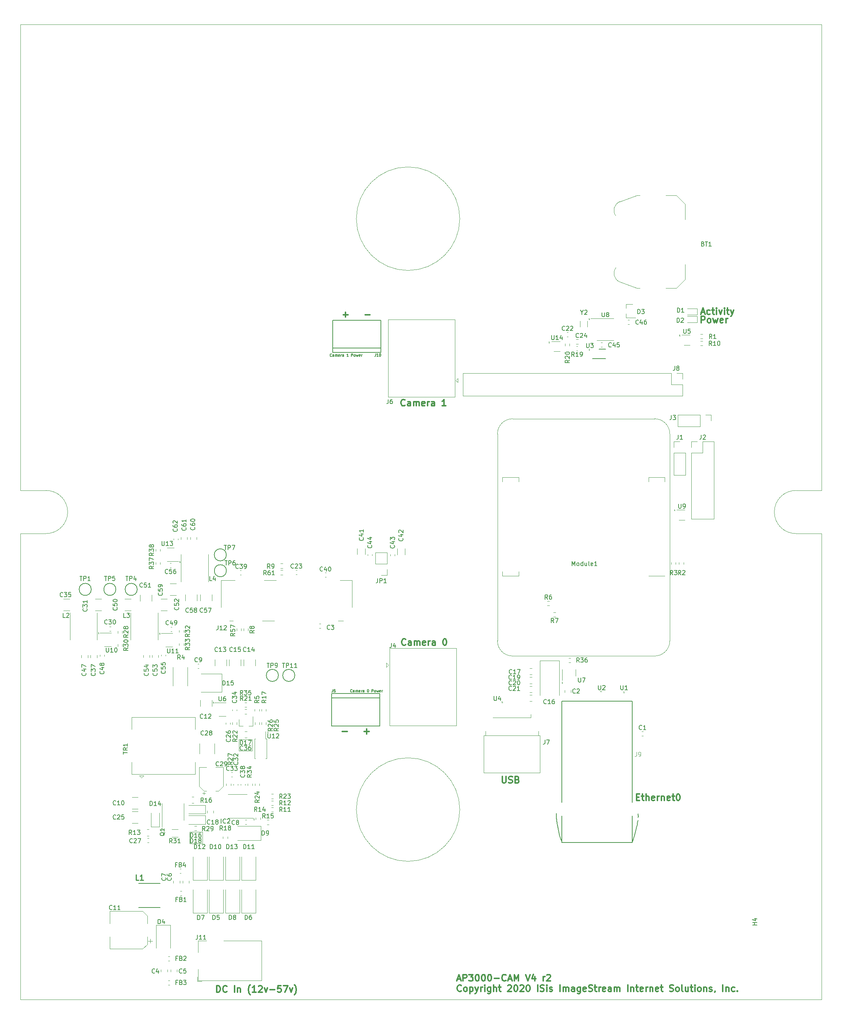
<source format=gbr>
G04 #@! TF.GenerationSoftware,KiCad,Pcbnew,5.99.0-unknown-912657dd23~106~ubuntu20.04.1*
G04 #@! TF.CreationDate,2020-12-28T09:02:07-06:00*
G04 #@! TF.ProjectId,AP3000,41503330-3030-42e6-9b69-6361645f7063,rev?*
G04 #@! TF.SameCoordinates,Original*
G04 #@! TF.FileFunction,Legend,Top*
G04 #@! TF.FilePolarity,Positive*
%FSLAX46Y46*%
G04 Gerber Fmt 4.6, Leading zero omitted, Abs format (unit mm)*
G04 Created by KiCad (PCBNEW 5.99.0-unknown-912657dd23~106~ubuntu20.04.1) date 2020-12-28 09:02:07*
%MOMM*%
%LPD*%
G01*
G04 APERTURE LIST*
%ADD10C,0.101600*%
G04 #@! TA.AperFunction,Profile*
%ADD11C,0.100000*%
G04 #@! TD*
%ADD12C,0.300000*%
%ADD13C,0.076200*%
%ADD14C,0.150000*%
%ADD15C,0.127000*%
%ADD16C,0.254000*%
%ADD17C,0.015000*%
%ADD18C,0.120000*%
%ADD19C,0.203200*%
%ADD20C,0.200000*%
%ADD21C,0.100000*%
G04 APERTURE END LIST*
D10*
X39327988Y-187198991D02*
X42248988Y-187198991D01*
X42248988Y-187198991D02*
X42248988Y-189865991D01*
X42248988Y-189865991D02*
X39327988Y-189865991D01*
X39327988Y-189865991D02*
X39327988Y-187198991D01*
X50758000Y-165736000D02*
X53806000Y-165736000D01*
X53806000Y-165736000D02*
X53806000Y-168403000D01*
X53806000Y-168403000D02*
X50758000Y-168403000D01*
X50758000Y-168403000D02*
X50758000Y-165736000D01*
D11*
X186000000Y0D02*
X186000000Y-108000000D01*
X6000000Y-118000000D02*
X0Y-118000000D01*
X180000000Y-108000000D02*
X186000000Y-108000000D01*
X186000000Y-118000000D02*
X186000000Y-226000000D01*
X0Y-226000000D02*
X0Y-118000000D01*
X102000000Y-45000000D02*
G75*
G03*
X102000000Y-45000000I-12000000J0D01*
G01*
X102000000Y-181992000D02*
G75*
G03*
X102000000Y-181992000I-12000000J0D01*
G01*
X6000000Y-108000000D02*
X0Y-108000000D01*
X0Y0D02*
X186000000Y0D01*
X180000000Y-118000000D02*
X186000000Y-118000000D01*
X0Y-108000000D02*
X0Y0D01*
X0Y-226000000D02*
X186000000Y-226000000D01*
X6000000Y-108000000D02*
G75*
G02*
X6000000Y-118000000I0J-5000000D01*
G01*
X180000000Y-118000000D02*
G75*
G02*
X180000000Y-108000000I0J5000000D01*
G01*
D12*
X111857130Y-174312562D02*
X111857130Y-175526848D01*
X111928559Y-175669705D01*
X111999988Y-175741133D01*
X112142845Y-175812562D01*
X112428559Y-175812562D01*
X112571416Y-175741133D01*
X112642845Y-175669705D01*
X112714273Y-175526848D01*
X112714273Y-174312562D01*
X113357130Y-175741133D02*
X113571416Y-175812562D01*
X113928559Y-175812562D01*
X114071416Y-175741133D01*
X114142845Y-175669705D01*
X114214273Y-175526848D01*
X114214273Y-175383991D01*
X114142845Y-175241133D01*
X114071416Y-175169705D01*
X113928559Y-175098276D01*
X113642845Y-175026848D01*
X113499988Y-174955419D01*
X113428559Y-174883991D01*
X113357130Y-174741133D01*
X113357130Y-174598276D01*
X113428559Y-174455419D01*
X113499988Y-174383991D01*
X113642845Y-174312562D01*
X113999988Y-174312562D01*
X114214273Y-174383991D01*
X115357130Y-175026848D02*
X115571416Y-175098276D01*
X115642845Y-175169705D01*
X115714273Y-175312562D01*
X115714273Y-175526848D01*
X115642845Y-175669705D01*
X115571416Y-175741133D01*
X115428559Y-175812562D01*
X114857130Y-175812562D01*
X114857130Y-174312562D01*
X115357130Y-174312562D01*
X115499988Y-174383991D01*
X115571416Y-174455419D01*
X115642845Y-174598276D01*
X115642845Y-174741133D01*
X115571416Y-174883991D01*
X115499988Y-174955419D01*
X115357130Y-175026848D01*
X114857130Y-175026848D01*
X158065714Y-66730000D02*
X158780000Y-66730000D01*
X157922857Y-67158571D02*
X158422857Y-65658571D01*
X158922857Y-67158571D01*
X160065714Y-67087142D02*
X159922857Y-67158571D01*
X159637142Y-67158571D01*
X159494285Y-67087142D01*
X159422857Y-67015714D01*
X159351428Y-66872857D01*
X159351428Y-66444285D01*
X159422857Y-66301428D01*
X159494285Y-66230000D01*
X159637142Y-66158571D01*
X159922857Y-66158571D01*
X160065714Y-66230000D01*
X160494285Y-66158571D02*
X161065714Y-66158571D01*
X160708571Y-65658571D02*
X160708571Y-66944285D01*
X160780000Y-67087142D01*
X160922857Y-67158571D01*
X161065714Y-67158571D01*
X161565714Y-67158571D02*
X161565714Y-66158571D01*
X161565714Y-65658571D02*
X161494285Y-65730000D01*
X161565714Y-65801428D01*
X161637142Y-65730000D01*
X161565714Y-65658571D01*
X161565714Y-65801428D01*
X162137142Y-66158571D02*
X162494285Y-67158571D01*
X162851428Y-66158571D01*
X163422857Y-67158571D02*
X163422857Y-66158571D01*
X163422857Y-65658571D02*
X163351428Y-65730000D01*
X163422857Y-65801428D01*
X163494285Y-65730000D01*
X163422857Y-65658571D01*
X163422857Y-65801428D01*
X163922857Y-66158571D02*
X164494285Y-66158571D01*
X164137142Y-65658571D02*
X164137142Y-66944285D01*
X164208571Y-67087142D01*
X164351428Y-67158571D01*
X164494285Y-67158571D01*
X164851428Y-66158571D02*
X165208571Y-67158571D01*
X165565714Y-66158571D02*
X165208571Y-67158571D01*
X165065714Y-67515714D01*
X164994285Y-67587142D01*
X164851428Y-67658571D01*
D13*
X122827085Y-73797885D02*
X122652914Y-73797885D01*
X122740000Y-73797885D02*
X122740000Y-73493085D01*
X122710971Y-73536628D01*
X122681942Y-73565657D01*
X122652914Y-73580171D01*
X151927085Y-112697885D02*
X151752914Y-112697885D01*
X151840000Y-112697885D02*
X151840000Y-112393085D01*
X151810971Y-112436628D01*
X151781942Y-112465657D01*
X151752914Y-112480171D01*
X32977885Y-186272914D02*
X32977885Y-186447085D01*
X32977885Y-186360000D02*
X32673085Y-186360000D01*
X32716628Y-186389028D01*
X32745657Y-186418057D01*
X32760171Y-186447085D01*
D12*
X80961419Y-163872855D02*
X79818562Y-163872855D01*
X80389991Y-163301426D02*
X80389991Y-164444283D01*
X101420714Y-221302500D02*
X102135000Y-221302500D01*
X101277857Y-221731071D02*
X101777857Y-220231071D01*
X102277857Y-221731071D01*
X102777857Y-221731071D02*
X102777857Y-220231071D01*
X103349285Y-220231071D01*
X103492142Y-220302500D01*
X103563571Y-220373928D01*
X103635000Y-220516785D01*
X103635000Y-220731071D01*
X103563571Y-220873928D01*
X103492142Y-220945357D01*
X103349285Y-221016785D01*
X102777857Y-221016785D01*
X104135000Y-220231071D02*
X105063571Y-220231071D01*
X104563571Y-220802500D01*
X104777857Y-220802500D01*
X104920714Y-220873928D01*
X104992142Y-220945357D01*
X105063571Y-221088214D01*
X105063571Y-221445357D01*
X104992142Y-221588214D01*
X104920714Y-221659642D01*
X104777857Y-221731071D01*
X104349285Y-221731071D01*
X104206428Y-221659642D01*
X104135000Y-221588214D01*
X105992142Y-220231071D02*
X106135000Y-220231071D01*
X106277857Y-220302500D01*
X106349285Y-220373928D01*
X106420714Y-220516785D01*
X106492142Y-220802500D01*
X106492142Y-221159642D01*
X106420714Y-221445357D01*
X106349285Y-221588214D01*
X106277857Y-221659642D01*
X106135000Y-221731071D01*
X105992142Y-221731071D01*
X105849285Y-221659642D01*
X105777857Y-221588214D01*
X105706428Y-221445357D01*
X105635000Y-221159642D01*
X105635000Y-220802500D01*
X105706428Y-220516785D01*
X105777857Y-220373928D01*
X105849285Y-220302500D01*
X105992142Y-220231071D01*
X107420714Y-220231071D02*
X107563571Y-220231071D01*
X107706428Y-220302500D01*
X107777857Y-220373928D01*
X107849285Y-220516785D01*
X107920714Y-220802500D01*
X107920714Y-221159642D01*
X107849285Y-221445357D01*
X107777857Y-221588214D01*
X107706428Y-221659642D01*
X107563571Y-221731071D01*
X107420714Y-221731071D01*
X107277857Y-221659642D01*
X107206428Y-221588214D01*
X107135000Y-221445357D01*
X107063571Y-221159642D01*
X107063571Y-220802500D01*
X107135000Y-220516785D01*
X107206428Y-220373928D01*
X107277857Y-220302500D01*
X107420714Y-220231071D01*
X108849285Y-220231071D02*
X108992142Y-220231071D01*
X109135000Y-220302500D01*
X109206428Y-220373928D01*
X109277857Y-220516785D01*
X109349285Y-220802500D01*
X109349285Y-221159642D01*
X109277857Y-221445357D01*
X109206428Y-221588214D01*
X109135000Y-221659642D01*
X108992142Y-221731071D01*
X108849285Y-221731071D01*
X108706428Y-221659642D01*
X108635000Y-221588214D01*
X108563571Y-221445357D01*
X108492142Y-221159642D01*
X108492142Y-220802500D01*
X108563571Y-220516785D01*
X108635000Y-220373928D01*
X108706428Y-220302500D01*
X108849285Y-220231071D01*
X109992142Y-221159642D02*
X111135000Y-221159642D01*
X112706428Y-221588214D02*
X112635000Y-221659642D01*
X112420714Y-221731071D01*
X112277857Y-221731071D01*
X112063571Y-221659642D01*
X111920714Y-221516785D01*
X111849285Y-221373928D01*
X111777857Y-221088214D01*
X111777857Y-220873928D01*
X111849285Y-220588214D01*
X111920714Y-220445357D01*
X112063571Y-220302500D01*
X112277857Y-220231071D01*
X112420714Y-220231071D01*
X112635000Y-220302500D01*
X112706428Y-220373928D01*
X113277857Y-221302500D02*
X113992142Y-221302500D01*
X113135000Y-221731071D02*
X113635000Y-220231071D01*
X114135000Y-221731071D01*
X114635000Y-221731071D02*
X114635000Y-220231071D01*
X115135000Y-221302500D01*
X115635000Y-220231071D01*
X115635000Y-221731071D01*
X117277857Y-220231071D02*
X117777857Y-221731071D01*
X118277857Y-220231071D01*
X119420714Y-220731071D02*
X119420714Y-221731071D01*
X119063571Y-220159642D02*
X118706428Y-221231071D01*
X119635000Y-221231071D01*
X121349285Y-221731071D02*
X121349285Y-220731071D01*
X121349285Y-221016785D02*
X121420714Y-220873928D01*
X121492142Y-220802500D01*
X121635000Y-220731071D01*
X121777857Y-220731071D01*
X122206428Y-220373928D02*
X122277857Y-220302500D01*
X122420714Y-220231071D01*
X122777857Y-220231071D01*
X122920714Y-220302500D01*
X122992142Y-220373928D01*
X123063571Y-220516785D01*
X123063571Y-220659642D01*
X122992142Y-220873928D01*
X122135000Y-221731071D01*
X123063571Y-221731071D01*
X102349285Y-224003214D02*
X102277857Y-224074642D01*
X102063571Y-224146071D01*
X101920714Y-224146071D01*
X101706428Y-224074642D01*
X101563571Y-223931785D01*
X101492142Y-223788928D01*
X101420714Y-223503214D01*
X101420714Y-223288928D01*
X101492142Y-223003214D01*
X101563571Y-222860357D01*
X101706428Y-222717500D01*
X101920714Y-222646071D01*
X102063571Y-222646071D01*
X102277857Y-222717500D01*
X102349285Y-222788928D01*
X103206428Y-224146071D02*
X103063571Y-224074642D01*
X102992142Y-224003214D01*
X102920714Y-223860357D01*
X102920714Y-223431785D01*
X102992142Y-223288928D01*
X103063571Y-223217500D01*
X103206428Y-223146071D01*
X103420714Y-223146071D01*
X103563571Y-223217500D01*
X103635000Y-223288928D01*
X103706428Y-223431785D01*
X103706428Y-223860357D01*
X103635000Y-224003214D01*
X103563571Y-224074642D01*
X103420714Y-224146071D01*
X103206428Y-224146071D01*
X104349285Y-223146071D02*
X104349285Y-224646071D01*
X104349285Y-223217500D02*
X104492142Y-223146071D01*
X104777857Y-223146071D01*
X104920714Y-223217500D01*
X104992142Y-223288928D01*
X105063571Y-223431785D01*
X105063571Y-223860357D01*
X104992142Y-224003214D01*
X104920714Y-224074642D01*
X104777857Y-224146071D01*
X104492142Y-224146071D01*
X104349285Y-224074642D01*
X105563571Y-223146071D02*
X105920714Y-224146071D01*
X106277857Y-223146071D02*
X105920714Y-224146071D01*
X105777857Y-224503214D01*
X105706428Y-224574642D01*
X105563571Y-224646071D01*
X106849285Y-224146071D02*
X106849285Y-223146071D01*
X106849285Y-223431785D02*
X106920714Y-223288928D01*
X106992142Y-223217500D01*
X107135000Y-223146071D01*
X107277857Y-223146071D01*
X107777857Y-224146071D02*
X107777857Y-223146071D01*
X107777857Y-222646071D02*
X107706428Y-222717500D01*
X107777857Y-222788928D01*
X107849285Y-222717500D01*
X107777857Y-222646071D01*
X107777857Y-222788928D01*
X109135000Y-223146071D02*
X109135000Y-224360357D01*
X109063571Y-224503214D01*
X108992142Y-224574642D01*
X108849285Y-224646071D01*
X108635000Y-224646071D01*
X108492142Y-224574642D01*
X109135000Y-224074642D02*
X108992142Y-224146071D01*
X108706428Y-224146071D01*
X108563571Y-224074642D01*
X108492142Y-224003214D01*
X108420714Y-223860357D01*
X108420714Y-223431785D01*
X108492142Y-223288928D01*
X108563571Y-223217500D01*
X108706428Y-223146071D01*
X108992142Y-223146071D01*
X109135000Y-223217500D01*
X109849285Y-224146071D02*
X109849285Y-222646071D01*
X110492142Y-224146071D02*
X110492142Y-223360357D01*
X110420714Y-223217500D01*
X110277857Y-223146071D01*
X110063571Y-223146071D01*
X109920714Y-223217500D01*
X109849285Y-223288928D01*
X110992142Y-223146071D02*
X111563571Y-223146071D01*
X111206428Y-222646071D02*
X111206428Y-223931785D01*
X111277857Y-224074642D01*
X111420714Y-224146071D01*
X111563571Y-224146071D01*
X113135000Y-222788928D02*
X113206428Y-222717500D01*
X113349285Y-222646071D01*
X113706428Y-222646071D01*
X113849285Y-222717500D01*
X113920714Y-222788928D01*
X113992142Y-222931785D01*
X113992142Y-223074642D01*
X113920714Y-223288928D01*
X113063571Y-224146071D01*
X113992142Y-224146071D01*
X114920714Y-222646071D02*
X115063571Y-222646071D01*
X115206428Y-222717500D01*
X115277857Y-222788928D01*
X115349285Y-222931785D01*
X115420714Y-223217500D01*
X115420714Y-223574642D01*
X115349285Y-223860357D01*
X115277857Y-224003214D01*
X115206428Y-224074642D01*
X115063571Y-224146071D01*
X114920714Y-224146071D01*
X114777857Y-224074642D01*
X114706428Y-224003214D01*
X114635000Y-223860357D01*
X114563571Y-223574642D01*
X114563571Y-223217500D01*
X114635000Y-222931785D01*
X114706428Y-222788928D01*
X114777857Y-222717500D01*
X114920714Y-222646071D01*
X115992142Y-222788928D02*
X116063571Y-222717500D01*
X116206428Y-222646071D01*
X116563571Y-222646071D01*
X116706428Y-222717500D01*
X116777857Y-222788928D01*
X116849285Y-222931785D01*
X116849285Y-223074642D01*
X116777857Y-223288928D01*
X115920714Y-224146071D01*
X116849285Y-224146071D01*
X117777857Y-222646071D02*
X117920714Y-222646071D01*
X118063571Y-222717500D01*
X118135000Y-222788928D01*
X118206428Y-222931785D01*
X118277857Y-223217500D01*
X118277857Y-223574642D01*
X118206428Y-223860357D01*
X118135000Y-224003214D01*
X118063571Y-224074642D01*
X117920714Y-224146071D01*
X117777857Y-224146071D01*
X117635000Y-224074642D01*
X117563571Y-224003214D01*
X117492142Y-223860357D01*
X117420714Y-223574642D01*
X117420714Y-223217500D01*
X117492142Y-222931785D01*
X117563571Y-222788928D01*
X117635000Y-222717500D01*
X117777857Y-222646071D01*
X120063571Y-224146071D02*
X120063571Y-222646071D01*
X120706428Y-224074642D02*
X120920714Y-224146071D01*
X121277857Y-224146071D01*
X121420714Y-224074642D01*
X121492142Y-224003214D01*
X121563571Y-223860357D01*
X121563571Y-223717500D01*
X121492142Y-223574642D01*
X121420714Y-223503214D01*
X121277857Y-223431785D01*
X120992142Y-223360357D01*
X120849285Y-223288928D01*
X120777857Y-223217500D01*
X120706428Y-223074642D01*
X120706428Y-222931785D01*
X120777857Y-222788928D01*
X120849285Y-222717500D01*
X120992142Y-222646071D01*
X121349285Y-222646071D01*
X121563571Y-222717500D01*
X122206428Y-224146071D02*
X122206428Y-223146071D01*
X122206428Y-222646071D02*
X122135000Y-222717500D01*
X122206428Y-222788928D01*
X122277857Y-222717500D01*
X122206428Y-222646071D01*
X122206428Y-222788928D01*
X122849285Y-224074642D02*
X122992142Y-224146071D01*
X123277857Y-224146071D01*
X123420714Y-224074642D01*
X123492142Y-223931785D01*
X123492142Y-223860357D01*
X123420714Y-223717500D01*
X123277857Y-223646071D01*
X123063571Y-223646071D01*
X122920714Y-223574642D01*
X122849285Y-223431785D01*
X122849285Y-223360357D01*
X122920714Y-223217500D01*
X123063571Y-223146071D01*
X123277857Y-223146071D01*
X123420714Y-223217500D01*
X125277857Y-224146071D02*
X125277857Y-222646071D01*
X125992142Y-224146071D02*
X125992142Y-223146071D01*
X125992142Y-223288928D02*
X126063571Y-223217500D01*
X126206428Y-223146071D01*
X126420714Y-223146071D01*
X126563571Y-223217500D01*
X126635000Y-223360357D01*
X126635000Y-224146071D01*
X126635000Y-223360357D02*
X126706428Y-223217500D01*
X126849285Y-223146071D01*
X127063571Y-223146071D01*
X127206428Y-223217500D01*
X127277857Y-223360357D01*
X127277857Y-224146071D01*
X128635000Y-224146071D02*
X128635000Y-223360357D01*
X128563571Y-223217500D01*
X128420714Y-223146071D01*
X128135000Y-223146071D01*
X127992142Y-223217500D01*
X128635000Y-224074642D02*
X128492142Y-224146071D01*
X128135000Y-224146071D01*
X127992142Y-224074642D01*
X127920714Y-223931785D01*
X127920714Y-223788928D01*
X127992142Y-223646071D01*
X128135000Y-223574642D01*
X128492142Y-223574642D01*
X128635000Y-223503214D01*
X129992142Y-223146071D02*
X129992142Y-224360357D01*
X129920714Y-224503214D01*
X129849285Y-224574642D01*
X129706428Y-224646071D01*
X129492142Y-224646071D01*
X129349285Y-224574642D01*
X129992142Y-224074642D02*
X129849285Y-224146071D01*
X129563571Y-224146071D01*
X129420714Y-224074642D01*
X129349285Y-224003214D01*
X129277857Y-223860357D01*
X129277857Y-223431785D01*
X129349285Y-223288928D01*
X129420714Y-223217500D01*
X129563571Y-223146071D01*
X129849285Y-223146071D01*
X129992142Y-223217500D01*
X131277857Y-224074642D02*
X131135000Y-224146071D01*
X130849285Y-224146071D01*
X130706428Y-224074642D01*
X130635000Y-223931785D01*
X130635000Y-223360357D01*
X130706428Y-223217500D01*
X130849285Y-223146071D01*
X131135000Y-223146071D01*
X131277857Y-223217500D01*
X131349285Y-223360357D01*
X131349285Y-223503214D01*
X130635000Y-223646071D01*
X131920714Y-224074642D02*
X132135000Y-224146071D01*
X132492142Y-224146071D01*
X132635000Y-224074642D01*
X132706428Y-224003214D01*
X132777857Y-223860357D01*
X132777857Y-223717500D01*
X132706428Y-223574642D01*
X132635000Y-223503214D01*
X132492142Y-223431785D01*
X132206428Y-223360357D01*
X132063571Y-223288928D01*
X131992142Y-223217500D01*
X131920714Y-223074642D01*
X131920714Y-222931785D01*
X131992142Y-222788928D01*
X132063571Y-222717500D01*
X132206428Y-222646071D01*
X132563571Y-222646071D01*
X132777857Y-222717500D01*
X133206428Y-223146071D02*
X133777857Y-223146071D01*
X133420714Y-222646071D02*
X133420714Y-223931785D01*
X133492142Y-224074642D01*
X133635000Y-224146071D01*
X133777857Y-224146071D01*
X134277857Y-224146071D02*
X134277857Y-223146071D01*
X134277857Y-223431785D02*
X134349285Y-223288928D01*
X134420714Y-223217500D01*
X134563571Y-223146071D01*
X134706428Y-223146071D01*
X135777857Y-224074642D02*
X135635000Y-224146071D01*
X135349285Y-224146071D01*
X135206428Y-224074642D01*
X135135000Y-223931785D01*
X135135000Y-223360357D01*
X135206428Y-223217500D01*
X135349285Y-223146071D01*
X135635000Y-223146071D01*
X135777857Y-223217500D01*
X135849285Y-223360357D01*
X135849285Y-223503214D01*
X135135000Y-223646071D01*
X137135000Y-224146071D02*
X137135000Y-223360357D01*
X137063571Y-223217500D01*
X136920714Y-223146071D01*
X136635000Y-223146071D01*
X136492142Y-223217500D01*
X137135000Y-224074642D02*
X136992142Y-224146071D01*
X136635000Y-224146071D01*
X136492142Y-224074642D01*
X136420714Y-223931785D01*
X136420714Y-223788928D01*
X136492142Y-223646071D01*
X136635000Y-223574642D01*
X136992142Y-223574642D01*
X137135000Y-223503214D01*
X137849285Y-224146071D02*
X137849285Y-223146071D01*
X137849285Y-223288928D02*
X137920714Y-223217500D01*
X138063571Y-223146071D01*
X138277857Y-223146071D01*
X138420714Y-223217500D01*
X138492142Y-223360357D01*
X138492142Y-224146071D01*
X138492142Y-223360357D02*
X138563571Y-223217500D01*
X138706428Y-223146071D01*
X138920714Y-223146071D01*
X139063571Y-223217500D01*
X139135000Y-223360357D01*
X139135000Y-224146071D01*
X140992142Y-224146071D02*
X140992142Y-222646071D01*
X141706428Y-223146071D02*
X141706428Y-224146071D01*
X141706428Y-223288928D02*
X141777857Y-223217500D01*
X141920714Y-223146071D01*
X142135000Y-223146071D01*
X142277857Y-223217500D01*
X142349285Y-223360357D01*
X142349285Y-224146071D01*
X142849285Y-223146071D02*
X143420714Y-223146071D01*
X143063571Y-222646071D02*
X143063571Y-223931785D01*
X143135000Y-224074642D01*
X143277857Y-224146071D01*
X143420714Y-224146071D01*
X144492142Y-224074642D02*
X144349285Y-224146071D01*
X144063571Y-224146071D01*
X143920714Y-224074642D01*
X143849285Y-223931785D01*
X143849285Y-223360357D01*
X143920714Y-223217500D01*
X144063571Y-223146071D01*
X144349285Y-223146071D01*
X144492142Y-223217500D01*
X144563571Y-223360357D01*
X144563571Y-223503214D01*
X143849285Y-223646071D01*
X145206428Y-224146071D02*
X145206428Y-223146071D01*
X145206428Y-223431785D02*
X145277857Y-223288928D01*
X145349285Y-223217500D01*
X145492142Y-223146071D01*
X145635000Y-223146071D01*
X146135000Y-223146071D02*
X146135000Y-224146071D01*
X146135000Y-223288928D02*
X146206428Y-223217500D01*
X146349285Y-223146071D01*
X146563571Y-223146071D01*
X146706428Y-223217500D01*
X146777857Y-223360357D01*
X146777857Y-224146071D01*
X148063571Y-224074642D02*
X147920714Y-224146071D01*
X147635000Y-224146071D01*
X147492142Y-224074642D01*
X147420714Y-223931785D01*
X147420714Y-223360357D01*
X147492142Y-223217500D01*
X147635000Y-223146071D01*
X147920714Y-223146071D01*
X148063571Y-223217500D01*
X148135000Y-223360357D01*
X148135000Y-223503214D01*
X147420714Y-223646071D01*
X148563571Y-223146071D02*
X149135000Y-223146071D01*
X148777857Y-222646071D02*
X148777857Y-223931785D01*
X148849285Y-224074642D01*
X148992142Y-224146071D01*
X149135000Y-224146071D01*
X150706428Y-224074642D02*
X150920714Y-224146071D01*
X151277857Y-224146071D01*
X151420714Y-224074642D01*
X151492142Y-224003214D01*
X151563571Y-223860357D01*
X151563571Y-223717500D01*
X151492142Y-223574642D01*
X151420714Y-223503214D01*
X151277857Y-223431785D01*
X150992142Y-223360357D01*
X150849285Y-223288928D01*
X150777857Y-223217500D01*
X150706428Y-223074642D01*
X150706428Y-222931785D01*
X150777857Y-222788928D01*
X150849285Y-222717500D01*
X150992142Y-222646071D01*
X151349285Y-222646071D01*
X151563571Y-222717500D01*
X152420714Y-224146071D02*
X152277857Y-224074642D01*
X152206428Y-224003214D01*
X152135000Y-223860357D01*
X152135000Y-223431785D01*
X152206428Y-223288928D01*
X152277857Y-223217500D01*
X152420714Y-223146071D01*
X152635000Y-223146071D01*
X152777857Y-223217500D01*
X152849285Y-223288928D01*
X152920714Y-223431785D01*
X152920714Y-223860357D01*
X152849285Y-224003214D01*
X152777857Y-224074642D01*
X152635000Y-224146071D01*
X152420714Y-224146071D01*
X153777857Y-224146071D02*
X153635000Y-224074642D01*
X153563571Y-223931785D01*
X153563571Y-222646071D01*
X154992142Y-223146071D02*
X154992142Y-224146071D01*
X154349285Y-223146071D02*
X154349285Y-223931785D01*
X154420714Y-224074642D01*
X154563571Y-224146071D01*
X154777857Y-224146071D01*
X154920714Y-224074642D01*
X154992142Y-224003214D01*
X155492142Y-223146071D02*
X156063571Y-223146071D01*
X155706428Y-222646071D02*
X155706428Y-223931785D01*
X155777857Y-224074642D01*
X155920714Y-224146071D01*
X156063571Y-224146071D01*
X156563571Y-224146071D02*
X156563571Y-223146071D01*
X156563571Y-222646071D02*
X156492142Y-222717500D01*
X156563571Y-222788928D01*
X156635000Y-222717500D01*
X156563571Y-222646071D01*
X156563571Y-222788928D01*
X157492142Y-224146071D02*
X157349285Y-224074642D01*
X157277857Y-224003214D01*
X157206428Y-223860357D01*
X157206428Y-223431785D01*
X157277857Y-223288928D01*
X157349285Y-223217500D01*
X157492142Y-223146071D01*
X157706428Y-223146071D01*
X157849285Y-223217500D01*
X157920714Y-223288928D01*
X157992142Y-223431785D01*
X157992142Y-223860357D01*
X157920714Y-224003214D01*
X157849285Y-224074642D01*
X157706428Y-224146071D01*
X157492142Y-224146071D01*
X158635000Y-223146071D02*
X158635000Y-224146071D01*
X158635000Y-223288928D02*
X158706428Y-223217500D01*
X158849285Y-223146071D01*
X159063571Y-223146071D01*
X159206428Y-223217500D01*
X159277857Y-223360357D01*
X159277857Y-224146071D01*
X159920714Y-224074642D02*
X160063571Y-224146071D01*
X160349285Y-224146071D01*
X160492142Y-224074642D01*
X160563571Y-223931785D01*
X160563571Y-223860357D01*
X160492142Y-223717500D01*
X160349285Y-223646071D01*
X160135000Y-223646071D01*
X159992142Y-223574642D01*
X159920714Y-223431785D01*
X159920714Y-223360357D01*
X159992142Y-223217500D01*
X160135000Y-223146071D01*
X160349285Y-223146071D01*
X160492142Y-223217500D01*
X161277857Y-224074642D02*
X161277857Y-224146071D01*
X161206428Y-224288928D01*
X161135000Y-224360357D01*
X163063571Y-224146071D02*
X163063571Y-222646071D01*
X163777857Y-223146071D02*
X163777857Y-224146071D01*
X163777857Y-223288928D02*
X163849285Y-223217500D01*
X163992142Y-223146071D01*
X164206428Y-223146071D01*
X164349285Y-223217500D01*
X164420714Y-223360357D01*
X164420714Y-224146071D01*
X165777857Y-224074642D02*
X165635000Y-224146071D01*
X165349285Y-224146071D01*
X165206428Y-224074642D01*
X165135000Y-224003214D01*
X165063571Y-223860357D01*
X165063571Y-223431785D01*
X165135000Y-223288928D01*
X165206428Y-223217500D01*
X165349285Y-223146071D01*
X165635000Y-223146071D01*
X165777857Y-223217500D01*
X166420714Y-224003214D02*
X166492142Y-224074642D01*
X166420714Y-224146071D01*
X166349285Y-224074642D01*
X166420714Y-224003214D01*
X166420714Y-224146071D01*
X45571988Y-224326562D02*
X45571988Y-222826562D01*
X45929130Y-222826562D01*
X46143416Y-222897991D01*
X46286273Y-223040848D01*
X46357702Y-223183705D01*
X46429130Y-223469419D01*
X46429130Y-223683705D01*
X46357702Y-223969419D01*
X46286273Y-224112276D01*
X46143416Y-224255133D01*
X45929130Y-224326562D01*
X45571988Y-224326562D01*
X47929130Y-224183705D02*
X47857702Y-224255133D01*
X47643416Y-224326562D01*
X47500559Y-224326562D01*
X47286273Y-224255133D01*
X47143416Y-224112276D01*
X47071988Y-223969419D01*
X47000559Y-223683705D01*
X47000559Y-223469419D01*
X47071988Y-223183705D01*
X47143416Y-223040848D01*
X47286273Y-222897991D01*
X47500559Y-222826562D01*
X47643416Y-222826562D01*
X47857702Y-222897991D01*
X47929130Y-222969419D01*
X49714845Y-224326562D02*
X49714845Y-222826562D01*
X50429130Y-223326562D02*
X50429130Y-224326562D01*
X50429130Y-223469419D02*
X50500559Y-223397991D01*
X50643416Y-223326562D01*
X50857702Y-223326562D01*
X51000559Y-223397991D01*
X51071988Y-223540848D01*
X51071988Y-224326562D01*
X53357702Y-224897991D02*
X53286273Y-224826562D01*
X53143416Y-224612276D01*
X53071988Y-224469419D01*
X53000559Y-224255133D01*
X52929130Y-223897991D01*
X52929130Y-223612276D01*
X53000559Y-223255133D01*
X53071988Y-223040848D01*
X53143416Y-222897991D01*
X53286273Y-222683705D01*
X53357702Y-222612276D01*
X54714845Y-224326562D02*
X53857702Y-224326562D01*
X54286273Y-224326562D02*
X54286273Y-222826562D01*
X54143416Y-223040848D01*
X54000559Y-223183705D01*
X53857702Y-223255133D01*
X55286273Y-222969419D02*
X55357702Y-222897991D01*
X55500559Y-222826562D01*
X55857702Y-222826562D01*
X56000559Y-222897991D01*
X56071988Y-222969419D01*
X56143416Y-223112276D01*
X56143416Y-223255133D01*
X56071988Y-223469419D01*
X55214845Y-224326562D01*
X56143416Y-224326562D01*
X56643416Y-223326562D02*
X57000559Y-224326562D01*
X57357702Y-223326562D01*
X57929130Y-223755133D02*
X59071988Y-223755133D01*
X60500559Y-222826562D02*
X59786273Y-222826562D01*
X59714845Y-223540848D01*
X59786273Y-223469419D01*
X59929130Y-223397991D01*
X60286273Y-223397991D01*
X60429130Y-223469419D01*
X60500559Y-223540848D01*
X60571988Y-223683705D01*
X60571988Y-224040848D01*
X60500559Y-224183705D01*
X60429130Y-224255133D01*
X60286273Y-224326562D01*
X59929130Y-224326562D01*
X59786273Y-224255133D01*
X59714845Y-224183705D01*
X61071988Y-222826562D02*
X62071988Y-222826562D01*
X61429130Y-224326562D01*
X62500559Y-223326562D02*
X62857702Y-224326562D01*
X63214845Y-223326562D01*
X63643416Y-224897991D02*
X63714845Y-224826562D01*
X63857702Y-224612276D01*
X63929130Y-224469419D01*
X64000559Y-224255133D01*
X64071988Y-223897991D01*
X64071988Y-223612276D01*
X64000559Y-223255133D01*
X63929130Y-223040848D01*
X63857702Y-222897991D01*
X63714845Y-222683705D01*
X63643416Y-222612276D01*
D13*
X132127085Y-68397885D02*
X131952914Y-68397885D01*
X132040000Y-68397885D02*
X132040000Y-68093085D01*
X132010971Y-68136628D01*
X131981942Y-68165657D01*
X131952914Y-68180171D01*
X32427085Y-141297885D02*
X32252914Y-141297885D01*
X32340000Y-141297885D02*
X32340000Y-140993085D01*
X32310971Y-141036628D01*
X32281942Y-141065657D01*
X32252914Y-141080171D01*
X134827085Y-154697885D02*
X134652914Y-154697885D01*
X134740000Y-154697885D02*
X134740000Y-154393085D01*
X134710971Y-154436628D01*
X134681942Y-154465657D01*
X134652914Y-154480171D01*
D12*
X143040000Y-179090857D02*
X143540000Y-179090857D01*
X143754285Y-179876571D02*
X143040000Y-179876571D01*
X143040000Y-178376571D01*
X143754285Y-178376571D01*
X144182857Y-178876571D02*
X144754285Y-178876571D01*
X144397142Y-178376571D02*
X144397142Y-179662285D01*
X144468571Y-179805142D01*
X144611428Y-179876571D01*
X144754285Y-179876571D01*
X145254285Y-179876571D02*
X145254285Y-178376571D01*
X145897142Y-179876571D02*
X145897142Y-179090857D01*
X145825714Y-178948000D01*
X145682857Y-178876571D01*
X145468571Y-178876571D01*
X145325714Y-178948000D01*
X145254285Y-179019428D01*
X147182857Y-179805142D02*
X147040000Y-179876571D01*
X146754285Y-179876571D01*
X146611428Y-179805142D01*
X146540000Y-179662285D01*
X146540000Y-179090857D01*
X146611428Y-178948000D01*
X146754285Y-178876571D01*
X147040000Y-178876571D01*
X147182857Y-178948000D01*
X147254285Y-179090857D01*
X147254285Y-179233714D01*
X146540000Y-179376571D01*
X147897142Y-179876571D02*
X147897142Y-178876571D01*
X147897142Y-179162285D02*
X147968571Y-179019428D01*
X148040000Y-178948000D01*
X148182857Y-178876571D01*
X148325714Y-178876571D01*
X148825714Y-178876571D02*
X148825714Y-179876571D01*
X148825714Y-179019428D02*
X148897142Y-178948000D01*
X149040000Y-178876571D01*
X149254285Y-178876571D01*
X149397142Y-178948000D01*
X149468571Y-179090857D01*
X149468571Y-179876571D01*
X150754285Y-179805142D02*
X150611428Y-179876571D01*
X150325714Y-179876571D01*
X150182857Y-179805142D01*
X150111428Y-179662285D01*
X150111428Y-179090857D01*
X150182857Y-178948000D01*
X150325714Y-178876571D01*
X150611428Y-178876571D01*
X150754285Y-178948000D01*
X150825714Y-179090857D01*
X150825714Y-179233714D01*
X150111428Y-179376571D01*
X151254285Y-178876571D02*
X151825714Y-178876571D01*
X151468571Y-178376571D02*
X151468571Y-179662285D01*
X151540000Y-179805142D01*
X151682857Y-179876571D01*
X151825714Y-179876571D01*
X152611428Y-178376571D02*
X152754285Y-178376571D01*
X152897142Y-178448000D01*
X152968571Y-178519428D01*
X153040000Y-178662285D01*
X153111428Y-178948000D01*
X153111428Y-179305142D01*
X153040000Y-179590857D01*
X152968571Y-179733714D01*
X152897142Y-179805142D01*
X152754285Y-179876571D01*
X152611428Y-179876571D01*
X152468571Y-179805142D01*
X152397142Y-179733714D01*
X152325714Y-179590857D01*
X152254285Y-179305142D01*
X152254285Y-178948000D01*
X152325714Y-178662285D01*
X152397142Y-178519428D01*
X152468571Y-178448000D01*
X152611428Y-178376571D01*
X80028562Y-67247140D02*
X81171419Y-67247140D01*
X74928571Y-67247142D02*
X76071428Y-67247142D01*
X75500000Y-67818571D02*
X75500000Y-66675714D01*
D13*
X54324885Y-184365085D02*
X54150714Y-184365085D01*
X54237800Y-184365085D02*
X54237800Y-184060285D01*
X54208771Y-184103828D01*
X54179742Y-184132857D01*
X54150714Y-184147371D01*
X153127085Y-72197885D02*
X152952914Y-72197885D01*
X153040000Y-72197885D02*
X153040000Y-71893085D01*
X153010971Y-71936628D01*
X152981942Y-71965657D01*
X152952914Y-71980171D01*
X44927085Y-157297885D02*
X44752914Y-157297885D01*
X44840000Y-157297885D02*
X44840000Y-156993085D01*
X44810971Y-157036628D01*
X44781942Y-157065657D01*
X44752914Y-157080171D01*
D12*
X75861428Y-163872857D02*
X74718571Y-163872857D01*
D13*
X111927085Y-157197885D02*
X111752914Y-157197885D01*
X111840000Y-157197885D02*
X111840000Y-156893085D01*
X111810971Y-156936628D01*
X111781942Y-156965657D01*
X111752914Y-156980171D01*
D12*
X158045714Y-69138571D02*
X158045714Y-67638571D01*
X158617142Y-67638571D01*
X158760000Y-67710000D01*
X158831428Y-67781428D01*
X158902857Y-67924285D01*
X158902857Y-68138571D01*
X158831428Y-68281428D01*
X158760000Y-68352857D01*
X158617142Y-68424285D01*
X158045714Y-68424285D01*
X159760000Y-69138571D02*
X159617142Y-69067142D01*
X159545714Y-68995714D01*
X159474285Y-68852857D01*
X159474285Y-68424285D01*
X159545714Y-68281428D01*
X159617142Y-68210000D01*
X159760000Y-68138571D01*
X159974285Y-68138571D01*
X160117142Y-68210000D01*
X160188571Y-68281428D01*
X160260000Y-68424285D01*
X160260000Y-68852857D01*
X160188571Y-68995714D01*
X160117142Y-69067142D01*
X159974285Y-69138571D01*
X159760000Y-69138571D01*
X160760000Y-68138571D02*
X161045714Y-69138571D01*
X161331428Y-68424285D01*
X161617142Y-69138571D01*
X161902857Y-68138571D01*
X163045714Y-69067142D02*
X162902857Y-69138571D01*
X162617142Y-69138571D01*
X162474285Y-69067142D01*
X162402857Y-68924285D01*
X162402857Y-68352857D01*
X162474285Y-68210000D01*
X162617142Y-68138571D01*
X162902857Y-68138571D01*
X163045714Y-68210000D01*
X163117142Y-68352857D01*
X163117142Y-68495714D01*
X162402857Y-68638571D01*
X163760000Y-69138571D02*
X163760000Y-68138571D01*
X163760000Y-68424285D02*
X163831428Y-68281428D01*
X163902857Y-68210000D01*
X164045714Y-68138571D01*
X164188571Y-68138571D01*
D13*
X132127085Y-75497885D02*
X131952914Y-75497885D01*
X132040000Y-75497885D02*
X132040000Y-75193085D01*
X132010971Y-75236628D01*
X131981942Y-75265657D01*
X131952914Y-75280171D01*
D12*
X89444273Y-143765704D02*
X89372845Y-143837132D01*
X89158559Y-143908561D01*
X89015702Y-143908561D01*
X88801416Y-143837132D01*
X88658559Y-143694275D01*
X88587130Y-143551418D01*
X88515702Y-143265704D01*
X88515702Y-143051418D01*
X88587130Y-142765704D01*
X88658559Y-142622847D01*
X88801416Y-142479990D01*
X89015702Y-142408561D01*
X89158559Y-142408561D01*
X89372845Y-142479990D01*
X89444273Y-142551418D01*
X90729988Y-143908561D02*
X90729988Y-143122847D01*
X90658559Y-142979990D01*
X90515702Y-142908561D01*
X90229988Y-142908561D01*
X90087130Y-142979990D01*
X90729988Y-143837132D02*
X90587130Y-143908561D01*
X90229988Y-143908561D01*
X90087130Y-143837132D01*
X90015702Y-143694275D01*
X90015702Y-143551418D01*
X90087130Y-143408561D01*
X90229988Y-143337132D01*
X90587130Y-143337132D01*
X90729988Y-143265704D01*
X91444273Y-143908561D02*
X91444273Y-142908561D01*
X91444273Y-143051418D02*
X91515702Y-142979990D01*
X91658559Y-142908561D01*
X91872845Y-142908561D01*
X92015702Y-142979990D01*
X92087130Y-143122847D01*
X92087130Y-143908561D01*
X92087130Y-143122847D02*
X92158559Y-142979990D01*
X92301416Y-142908561D01*
X92515702Y-142908561D01*
X92658559Y-142979990D01*
X92729988Y-143122847D01*
X92729988Y-143908561D01*
X94015702Y-143837132D02*
X93872845Y-143908561D01*
X93587130Y-143908561D01*
X93444273Y-143837132D01*
X93372845Y-143694275D01*
X93372845Y-143122847D01*
X93444273Y-142979990D01*
X93587130Y-142908561D01*
X93872845Y-142908561D01*
X94015702Y-142979990D01*
X94087130Y-143122847D01*
X94087130Y-143265704D01*
X93372845Y-143408561D01*
X94729988Y-143908561D02*
X94729988Y-142908561D01*
X94729988Y-143194275D02*
X94801416Y-143051418D01*
X94872845Y-142979990D01*
X95015702Y-142908561D01*
X95158559Y-142908561D01*
X96301416Y-143908561D02*
X96301416Y-143122847D01*
X96229988Y-142979990D01*
X96087130Y-142908561D01*
X95801416Y-142908561D01*
X95658559Y-142979990D01*
X96301416Y-143837132D02*
X96158559Y-143908561D01*
X95801416Y-143908561D01*
X95658559Y-143837132D01*
X95587130Y-143694275D01*
X95587130Y-143551418D01*
X95658559Y-143408561D01*
X95801416Y-143337132D01*
X96158559Y-143337132D01*
X96301416Y-143265704D01*
X98444273Y-142408561D02*
X98587130Y-142408561D01*
X98729988Y-142479990D01*
X98801416Y-142551418D01*
X98872845Y-142694275D01*
X98944273Y-142979990D01*
X98944273Y-143337132D01*
X98872845Y-143622847D01*
X98801416Y-143765704D01*
X98729988Y-143837132D01*
X98587130Y-143908561D01*
X98444273Y-143908561D01*
X98301416Y-143837132D01*
X98229988Y-143765704D01*
X98158559Y-143622847D01*
X98087130Y-143337132D01*
X98087130Y-142979990D01*
X98158559Y-142694275D01*
X98229988Y-142551418D01*
X98301416Y-142479990D01*
X98444273Y-142408561D01*
D13*
X57527085Y-164197885D02*
X57352914Y-164197885D01*
X57440000Y-164197885D02*
X57440000Y-163893085D01*
X57410971Y-163936628D01*
X57381942Y-163965657D01*
X57352914Y-163980171D01*
X18227085Y-141197885D02*
X18052914Y-141197885D01*
X18140000Y-141197885D02*
X18140000Y-140893085D01*
X18110971Y-140936628D01*
X18081942Y-140965657D01*
X18052914Y-140980171D01*
X37127085Y-124697885D02*
X36952914Y-124697885D01*
X37040000Y-124697885D02*
X37040000Y-124393085D01*
X37010971Y-124436628D01*
X36981942Y-124465657D01*
X36952914Y-124480171D01*
D12*
X89274285Y-88255714D02*
X89202857Y-88327142D01*
X88988571Y-88398571D01*
X88845714Y-88398571D01*
X88631428Y-88327142D01*
X88488571Y-88184285D01*
X88417142Y-88041428D01*
X88345714Y-87755714D01*
X88345714Y-87541428D01*
X88417142Y-87255714D01*
X88488571Y-87112857D01*
X88631428Y-86970000D01*
X88845714Y-86898571D01*
X88988571Y-86898571D01*
X89202857Y-86970000D01*
X89274285Y-87041428D01*
X90560000Y-88398571D02*
X90560000Y-87612857D01*
X90488571Y-87470000D01*
X90345714Y-87398571D01*
X90060000Y-87398571D01*
X89917142Y-87470000D01*
X90560000Y-88327142D02*
X90417142Y-88398571D01*
X90060000Y-88398571D01*
X89917142Y-88327142D01*
X89845714Y-88184285D01*
X89845714Y-88041428D01*
X89917142Y-87898571D01*
X90060000Y-87827142D01*
X90417142Y-87827142D01*
X90560000Y-87755714D01*
X91274285Y-88398571D02*
X91274285Y-87398571D01*
X91274285Y-87541428D02*
X91345714Y-87470000D01*
X91488571Y-87398571D01*
X91702857Y-87398571D01*
X91845714Y-87470000D01*
X91917142Y-87612857D01*
X91917142Y-88398571D01*
X91917142Y-87612857D02*
X91988571Y-87470000D01*
X92131428Y-87398571D01*
X92345714Y-87398571D01*
X92488571Y-87470000D01*
X92560000Y-87612857D01*
X92560000Y-88398571D01*
X93845714Y-88327142D02*
X93702857Y-88398571D01*
X93417142Y-88398571D01*
X93274285Y-88327142D01*
X93202857Y-88184285D01*
X93202857Y-87612857D01*
X93274285Y-87470000D01*
X93417142Y-87398571D01*
X93702857Y-87398571D01*
X93845714Y-87470000D01*
X93917142Y-87612857D01*
X93917142Y-87755714D01*
X93202857Y-87898571D01*
X94560000Y-88398571D02*
X94560000Y-87398571D01*
X94560000Y-87684285D02*
X94631428Y-87541428D01*
X94702857Y-87470000D01*
X94845714Y-87398571D01*
X94988571Y-87398571D01*
X96131428Y-88398571D02*
X96131428Y-87612857D01*
X96060000Y-87470000D01*
X95917142Y-87398571D01*
X95631428Y-87398571D01*
X95488571Y-87470000D01*
X96131428Y-88327142D02*
X95988571Y-88398571D01*
X95631428Y-88398571D01*
X95488571Y-88327142D01*
X95417142Y-88184285D01*
X95417142Y-88041428D01*
X95488571Y-87898571D01*
X95631428Y-87827142D01*
X95988571Y-87827142D01*
X96131428Y-87755714D01*
X98774285Y-88398571D02*
X97917142Y-88398571D01*
X98345714Y-88398571D02*
X98345714Y-86898571D01*
X98202857Y-87112857D01*
X98060000Y-87255714D01*
X97917142Y-87327142D01*
D13*
X140127085Y-154897885D02*
X139952914Y-154897885D01*
X140040000Y-154897885D02*
X140040000Y-154593085D01*
X140010971Y-154636628D01*
X139981942Y-154665657D01*
X139952914Y-154680171D01*
X125827085Y-152697885D02*
X125652914Y-152697885D01*
X125740000Y-152697885D02*
X125740000Y-152393085D01*
X125710971Y-152436628D01*
X125681942Y-152465657D01*
X125652914Y-152480171D01*
D14*
X41136475Y-211072380D02*
X41136475Y-211786666D01*
X41088856Y-211929523D01*
X40993618Y-212024761D01*
X40850760Y-212072380D01*
X40755522Y-212072380D01*
X42136475Y-212072380D02*
X41565046Y-212072380D01*
X41850760Y-212072380D02*
X41850760Y-211072380D01*
X41755522Y-211215238D01*
X41660284Y-211310476D01*
X41565046Y-211358095D01*
X43088856Y-212072380D02*
X42517427Y-212072380D01*
X42803141Y-212072380D02*
X42803141Y-211072380D01*
X42707903Y-211215238D01*
X42612665Y-211310476D01*
X42517427Y-211358095D01*
X151086666Y-90602380D02*
X151086666Y-91316666D01*
X151039047Y-91459523D01*
X150943809Y-91554761D01*
X150800952Y-91602380D01*
X150705714Y-91602380D01*
X151467619Y-90602380D02*
X152086666Y-90602380D01*
X151753333Y-90983333D01*
X151896190Y-90983333D01*
X151991428Y-91030952D01*
X152039047Y-91078571D01*
X152086666Y-91173809D01*
X152086666Y-91411904D01*
X152039047Y-91507142D01*
X151991428Y-91554761D01*
X151896190Y-91602380D01*
X151610476Y-91602380D01*
X151515238Y-91554761D01*
X151467619Y-91507142D01*
X121746666Y-165842380D02*
X121746666Y-166556666D01*
X121699047Y-166699523D01*
X121603809Y-166794761D01*
X121460952Y-166842380D01*
X121365714Y-166842380D01*
X122127619Y-165842380D02*
X122794285Y-165842380D01*
X122365714Y-166842380D01*
X45905472Y-139337375D02*
X45905472Y-140051661D01*
X45857853Y-140194518D01*
X45762615Y-140289756D01*
X45619757Y-140337375D01*
X45524519Y-140337375D01*
X46905472Y-140337375D02*
X46334043Y-140337375D01*
X46619757Y-140337375D02*
X46619757Y-139337375D01*
X46524519Y-139480233D01*
X46429281Y-139575471D01*
X46334043Y-139623090D01*
X47286424Y-139432614D02*
X47334043Y-139384995D01*
X47429281Y-139337375D01*
X47667376Y-139337375D01*
X47762615Y-139384995D01*
X47810234Y-139432614D01*
X47857853Y-139527852D01*
X47857853Y-139623090D01*
X47810234Y-139765947D01*
X47238805Y-140337375D01*
X47857853Y-140337375D01*
X60783142Y-180920380D02*
X60449809Y-180444190D01*
X60211714Y-180920380D02*
X60211714Y-179920380D01*
X60592666Y-179920380D01*
X60687904Y-179968000D01*
X60735523Y-180015619D01*
X60783142Y-180110857D01*
X60783142Y-180253714D01*
X60735523Y-180348952D01*
X60687904Y-180396571D01*
X60592666Y-180444190D01*
X60211714Y-180444190D01*
X61735523Y-180920380D02*
X61164095Y-180920380D01*
X61449809Y-180920380D02*
X61449809Y-179920380D01*
X61354571Y-180063238D01*
X61259333Y-180158476D01*
X61164095Y-180206095D01*
X62116476Y-180015619D02*
X62164095Y-179968000D01*
X62259333Y-179920380D01*
X62497428Y-179920380D01*
X62592666Y-179968000D01*
X62640285Y-180015619D01*
X62687904Y-180110857D01*
X62687904Y-180206095D01*
X62640285Y-180348952D01*
X62068857Y-180920380D01*
X62687904Y-180920380D01*
X25018580Y-141434656D02*
X24542390Y-141767989D01*
X25018580Y-142006084D02*
X24018580Y-142006084D01*
X24018580Y-141625132D01*
X24066200Y-141529894D01*
X24113819Y-141482275D01*
X24209057Y-141434656D01*
X24351914Y-141434656D01*
X24447152Y-141482275D01*
X24494771Y-141529894D01*
X24542390Y-141625132D01*
X24542390Y-142006084D01*
X24113819Y-141053703D02*
X24066200Y-141006084D01*
X24018580Y-140910846D01*
X24018580Y-140672751D01*
X24066200Y-140577513D01*
X24113819Y-140529894D01*
X24209057Y-140482275D01*
X24304295Y-140482275D01*
X24447152Y-140529894D01*
X25018580Y-141101322D01*
X25018580Y-140482275D01*
X24447152Y-139910846D02*
X24399533Y-140006084D01*
X24351914Y-140053703D01*
X24256676Y-140101322D01*
X24209057Y-140101322D01*
X24113819Y-140053703D01*
X24066200Y-140006084D01*
X24018580Y-139910846D01*
X24018580Y-139720370D01*
X24066200Y-139625132D01*
X24113819Y-139577513D01*
X24209057Y-139529894D01*
X24256676Y-139529894D01*
X24351914Y-139577513D01*
X24399533Y-139625132D01*
X24447152Y-139720370D01*
X24447152Y-139910846D01*
X24494771Y-140006084D01*
X24542390Y-140053703D01*
X24637628Y-140101322D01*
X24828104Y-140101322D01*
X24923342Y-140053703D01*
X24970961Y-140006084D01*
X25018580Y-139910846D01*
X25018580Y-139720370D01*
X24970961Y-139625132D01*
X24923342Y-139577513D01*
X24828104Y-139529894D01*
X24637628Y-139529894D01*
X24542390Y-139577513D01*
X24494771Y-139625132D01*
X24447152Y-139720370D01*
X50429342Y-170950857D02*
X50476961Y-170998476D01*
X50524580Y-171141333D01*
X50524580Y-171236571D01*
X50476961Y-171379428D01*
X50381723Y-171474666D01*
X50286485Y-171522285D01*
X50096009Y-171569904D01*
X49953152Y-171569904D01*
X49762676Y-171522285D01*
X49667438Y-171474666D01*
X49572200Y-171379428D01*
X49524580Y-171236571D01*
X49524580Y-171141333D01*
X49572200Y-170998476D01*
X49619819Y-170950857D01*
X49524580Y-170617523D02*
X49524580Y-169998476D01*
X49905533Y-170331809D01*
X49905533Y-170188952D01*
X49953152Y-170093714D01*
X50000771Y-170046095D01*
X50096009Y-169998476D01*
X50334104Y-169998476D01*
X50429342Y-170046095D01*
X50476961Y-170093714D01*
X50524580Y-170188952D01*
X50524580Y-170474666D01*
X50476961Y-170569904D01*
X50429342Y-170617523D01*
X49619819Y-169617523D02*
X49572200Y-169569904D01*
X49524580Y-169474666D01*
X49524580Y-169236571D01*
X49572200Y-169141333D01*
X49619819Y-169093714D01*
X49715057Y-169046095D01*
X49810295Y-169046095D01*
X49953152Y-169093714D01*
X50524580Y-169665142D01*
X50524580Y-169046095D01*
X128575742Y-76932780D02*
X128242409Y-76456590D01*
X128004314Y-76932780D02*
X128004314Y-75932780D01*
X128385266Y-75932780D01*
X128480504Y-75980400D01*
X128528123Y-76028019D01*
X128575742Y-76123257D01*
X128575742Y-76266114D01*
X128528123Y-76361352D01*
X128480504Y-76408971D01*
X128385266Y-76456590D01*
X128004314Y-76456590D01*
X129528123Y-76932780D02*
X128956695Y-76932780D01*
X129242409Y-76932780D02*
X129242409Y-75932780D01*
X129147171Y-76075638D01*
X129051933Y-76170876D01*
X128956695Y-76218495D01*
X130004314Y-76932780D02*
X130194790Y-76932780D01*
X130290028Y-76885161D01*
X130337647Y-76837542D01*
X130432885Y-76694685D01*
X130480504Y-76504209D01*
X130480504Y-76123257D01*
X130432885Y-76028019D01*
X130385266Y-75980400D01*
X130290028Y-75932780D01*
X130099552Y-75932780D01*
X130004314Y-75980400D01*
X129956695Y-76028019D01*
X129909076Y-76123257D01*
X129909076Y-76361352D01*
X129956695Y-76456590D01*
X130004314Y-76504209D01*
X130099552Y-76551828D01*
X130290028Y-76551828D01*
X130385266Y-76504209D01*
X130432885Y-76456590D01*
X130480504Y-76361352D01*
D15*
X82476514Y-76286171D02*
X82476514Y-76721600D01*
X82447485Y-76808685D01*
X82389428Y-76866742D01*
X82302342Y-76895771D01*
X82244285Y-76895771D01*
X83086114Y-76895771D02*
X82737771Y-76895771D01*
X82911942Y-76895771D02*
X82911942Y-76286171D01*
X82853885Y-76373257D01*
X82795828Y-76431314D01*
X82737771Y-76460342D01*
X83463485Y-76286171D02*
X83521542Y-76286171D01*
X83579600Y-76315200D01*
X83608628Y-76344228D01*
X83637657Y-76402285D01*
X83666685Y-76518400D01*
X83666685Y-76663542D01*
X83637657Y-76779657D01*
X83608628Y-76837714D01*
X83579600Y-76866742D01*
X83521542Y-76895771D01*
X83463485Y-76895771D01*
X83405428Y-76866742D01*
X83376400Y-76837714D01*
X83347371Y-76779657D01*
X83318342Y-76663542D01*
X83318342Y-76518400D01*
X83347371Y-76402285D01*
X83376400Y-76344228D01*
X83405428Y-76315200D01*
X83463485Y-76286171D01*
X72266228Y-76864714D02*
X72237200Y-76893742D01*
X72150114Y-76922771D01*
X72092057Y-76922771D01*
X72004971Y-76893742D01*
X71946914Y-76835685D01*
X71917885Y-76777628D01*
X71888857Y-76661514D01*
X71888857Y-76574428D01*
X71917885Y-76458314D01*
X71946914Y-76400257D01*
X72004971Y-76342200D01*
X72092057Y-76313171D01*
X72150114Y-76313171D01*
X72237200Y-76342200D01*
X72266228Y-76371228D01*
X72788742Y-76922771D02*
X72788742Y-76603457D01*
X72759714Y-76545400D01*
X72701657Y-76516371D01*
X72585542Y-76516371D01*
X72527485Y-76545400D01*
X72788742Y-76893742D02*
X72730685Y-76922771D01*
X72585542Y-76922771D01*
X72527485Y-76893742D01*
X72498457Y-76835685D01*
X72498457Y-76777628D01*
X72527485Y-76719571D01*
X72585542Y-76690542D01*
X72730685Y-76690542D01*
X72788742Y-76661514D01*
X73079028Y-76922771D02*
X73079028Y-76516371D01*
X73079028Y-76574428D02*
X73108057Y-76545400D01*
X73166114Y-76516371D01*
X73253200Y-76516371D01*
X73311257Y-76545400D01*
X73340285Y-76603457D01*
X73340285Y-76922771D01*
X73340285Y-76603457D02*
X73369314Y-76545400D01*
X73427371Y-76516371D01*
X73514457Y-76516371D01*
X73572514Y-76545400D01*
X73601542Y-76603457D01*
X73601542Y-76922771D01*
X74124057Y-76893742D02*
X74066000Y-76922771D01*
X73949885Y-76922771D01*
X73891828Y-76893742D01*
X73862800Y-76835685D01*
X73862800Y-76603457D01*
X73891828Y-76545400D01*
X73949885Y-76516371D01*
X74066000Y-76516371D01*
X74124057Y-76545400D01*
X74153085Y-76603457D01*
X74153085Y-76661514D01*
X73862800Y-76719571D01*
X74414342Y-76922771D02*
X74414342Y-76516371D01*
X74414342Y-76632485D02*
X74443371Y-76574428D01*
X74472400Y-76545400D01*
X74530457Y-76516371D01*
X74588514Y-76516371D01*
X75052971Y-76922771D02*
X75052971Y-76603457D01*
X75023942Y-76545400D01*
X74965885Y-76516371D01*
X74849771Y-76516371D01*
X74791714Y-76545400D01*
X75052971Y-76893742D02*
X74994914Y-76922771D01*
X74849771Y-76922771D01*
X74791714Y-76893742D01*
X74762685Y-76835685D01*
X74762685Y-76777628D01*
X74791714Y-76719571D01*
X74849771Y-76690542D01*
X74994914Y-76690542D01*
X75052971Y-76661514D01*
X76127028Y-76922771D02*
X75778685Y-76922771D01*
X75952857Y-76922771D02*
X75952857Y-76313171D01*
X75894800Y-76400257D01*
X75836742Y-76458314D01*
X75778685Y-76487342D01*
X76852742Y-76922771D02*
X76852742Y-76313171D01*
X77084971Y-76313171D01*
X77143028Y-76342200D01*
X77172057Y-76371228D01*
X77201085Y-76429285D01*
X77201085Y-76516371D01*
X77172057Y-76574428D01*
X77143028Y-76603457D01*
X77084971Y-76632485D01*
X76852742Y-76632485D01*
X77549428Y-76922771D02*
X77491371Y-76893742D01*
X77462342Y-76864714D01*
X77433314Y-76806657D01*
X77433314Y-76632485D01*
X77462342Y-76574428D01*
X77491371Y-76545400D01*
X77549428Y-76516371D01*
X77636514Y-76516371D01*
X77694571Y-76545400D01*
X77723600Y-76574428D01*
X77752628Y-76632485D01*
X77752628Y-76806657D01*
X77723600Y-76864714D01*
X77694571Y-76893742D01*
X77636514Y-76922771D01*
X77549428Y-76922771D01*
X77955828Y-76516371D02*
X78071942Y-76922771D01*
X78188057Y-76632485D01*
X78304171Y-76922771D01*
X78420285Y-76516371D01*
X78884742Y-76893742D02*
X78826685Y-76922771D01*
X78710571Y-76922771D01*
X78652514Y-76893742D01*
X78623485Y-76835685D01*
X78623485Y-76603457D01*
X78652514Y-76545400D01*
X78710571Y-76516371D01*
X78826685Y-76516371D01*
X78884742Y-76545400D01*
X78913771Y-76603457D01*
X78913771Y-76661514D01*
X78623485Y-76719571D01*
X79175028Y-76922771D02*
X79175028Y-76516371D01*
X79175028Y-76632485D02*
X79204057Y-76574428D01*
X79233085Y-76545400D01*
X79291142Y-76516371D01*
X79349200Y-76516371D01*
D14*
X122097142Y-157367142D02*
X122049523Y-157414761D01*
X121906666Y-157462380D01*
X121811428Y-157462380D01*
X121668571Y-157414761D01*
X121573333Y-157319523D01*
X121525714Y-157224285D01*
X121478095Y-157033809D01*
X121478095Y-156890952D01*
X121525714Y-156700476D01*
X121573333Y-156605238D01*
X121668571Y-156510000D01*
X121811428Y-156462380D01*
X121906666Y-156462380D01*
X122049523Y-156510000D01*
X122097142Y-156557619D01*
X123049523Y-157462380D02*
X122478095Y-157462380D01*
X122763809Y-157462380D02*
X122763809Y-156462380D01*
X122668571Y-156605238D01*
X122573333Y-156700476D01*
X122478095Y-156748095D01*
X123906666Y-156462380D02*
X123716190Y-156462380D01*
X123620952Y-156510000D01*
X123573333Y-156557619D01*
X123478095Y-156700476D01*
X123430476Y-156890952D01*
X123430476Y-157271904D01*
X123478095Y-157367142D01*
X123525714Y-157414761D01*
X123620952Y-157462380D01*
X123811428Y-157462380D01*
X123906666Y-157414761D01*
X123954285Y-157367142D01*
X124001904Y-157271904D01*
X124001904Y-157033809D01*
X123954285Y-156938571D01*
X123906666Y-156890952D01*
X123811428Y-156843333D01*
X123620952Y-156843333D01*
X123525714Y-156890952D01*
X123478095Y-156938571D01*
X123430476Y-157033809D01*
X25003080Y-144536857D02*
X24526890Y-144870190D01*
X25003080Y-145108285D02*
X24003080Y-145108285D01*
X24003080Y-144727333D01*
X24050700Y-144632095D01*
X24098319Y-144584476D01*
X24193557Y-144536857D01*
X24336414Y-144536857D01*
X24431652Y-144584476D01*
X24479271Y-144632095D01*
X24526890Y-144727333D01*
X24526890Y-145108285D01*
X24003080Y-144203523D02*
X24003080Y-143584476D01*
X24384033Y-143917809D01*
X24384033Y-143774952D01*
X24431652Y-143679714D01*
X24479271Y-143632095D01*
X24574509Y-143584476D01*
X24812604Y-143584476D01*
X24907842Y-143632095D01*
X24955461Y-143679714D01*
X25003080Y-143774952D01*
X25003080Y-144060666D01*
X24955461Y-144155904D01*
X24907842Y-144203523D01*
X24003080Y-142965428D02*
X24003080Y-142870190D01*
X24050700Y-142774952D01*
X24098319Y-142727333D01*
X24193557Y-142679714D01*
X24384033Y-142632095D01*
X24622128Y-142632095D01*
X24812604Y-142679714D01*
X24907842Y-142727333D01*
X24955461Y-142774952D01*
X25003080Y-142870190D01*
X25003080Y-142965428D01*
X24955461Y-143060666D01*
X24907842Y-143108285D01*
X24812604Y-143155904D01*
X24622128Y-143203523D01*
X24384033Y-143203523D01*
X24193557Y-143155904D01*
X24098319Y-143108285D01*
X24050700Y-143060666D01*
X24003080Y-142965428D01*
X56846142Y-183935380D02*
X56512809Y-183459190D01*
X56274714Y-183935380D02*
X56274714Y-182935380D01*
X56655666Y-182935380D01*
X56750904Y-182983000D01*
X56798523Y-183030619D01*
X56846142Y-183125857D01*
X56846142Y-183268714D01*
X56798523Y-183363952D01*
X56750904Y-183411571D01*
X56655666Y-183459190D01*
X56274714Y-183459190D01*
X57798523Y-183935380D02*
X57227095Y-183935380D01*
X57512809Y-183935380D02*
X57512809Y-182935380D01*
X57417571Y-183078238D01*
X57322333Y-183173476D01*
X57227095Y-183221095D01*
X58703285Y-182935380D02*
X58227095Y-182935380D01*
X58179476Y-183411571D01*
X58227095Y-183363952D01*
X58322333Y-183316333D01*
X58560428Y-183316333D01*
X58655666Y-183363952D01*
X58703285Y-183411571D01*
X58750904Y-183506809D01*
X58750904Y-183744904D01*
X58703285Y-183840142D01*
X58655666Y-183887761D01*
X58560428Y-183935380D01*
X58322333Y-183935380D01*
X58227095Y-183887761D01*
X58179476Y-183840142D01*
X31985904Y-208453980D02*
X31985904Y-207453980D01*
X32224000Y-207453980D01*
X32366857Y-207501600D01*
X32462095Y-207596838D01*
X32509714Y-207692076D01*
X32557333Y-207882552D01*
X32557333Y-208025409D01*
X32509714Y-208215885D01*
X32462095Y-208311123D01*
X32366857Y-208406361D01*
X32224000Y-208453980D01*
X31985904Y-208453980D01*
X33414476Y-207787314D02*
X33414476Y-208453980D01*
X33176380Y-207406361D02*
X32938285Y-208120647D01*
X33557333Y-208120647D01*
X29652142Y-150306857D02*
X29699761Y-150354476D01*
X29747380Y-150497333D01*
X29747380Y-150592571D01*
X29699761Y-150735428D01*
X29604523Y-150830666D01*
X29509285Y-150878285D01*
X29318809Y-150925904D01*
X29175952Y-150925904D01*
X28985476Y-150878285D01*
X28890238Y-150830666D01*
X28795000Y-150735428D01*
X28747380Y-150592571D01*
X28747380Y-150497333D01*
X28795000Y-150354476D01*
X28842619Y-150306857D01*
X28747380Y-149402095D02*
X28747380Y-149878285D01*
X29223571Y-149925904D01*
X29175952Y-149878285D01*
X29128333Y-149783047D01*
X29128333Y-149544952D01*
X29175952Y-149449714D01*
X29223571Y-149402095D01*
X29318809Y-149354476D01*
X29556904Y-149354476D01*
X29652142Y-149402095D01*
X29699761Y-149449714D01*
X29747380Y-149544952D01*
X29747380Y-149783047D01*
X29699761Y-149878285D01*
X29652142Y-149925904D01*
X29080714Y-148497333D02*
X29747380Y-148497333D01*
X28699761Y-148735428D02*
X29414047Y-148973523D01*
X29414047Y-148354476D01*
X50321380Y-165616857D02*
X49845190Y-165950190D01*
X50321380Y-166188285D02*
X49321380Y-166188285D01*
X49321380Y-165807333D01*
X49369000Y-165712095D01*
X49416619Y-165664476D01*
X49511857Y-165616857D01*
X49654714Y-165616857D01*
X49749952Y-165664476D01*
X49797571Y-165712095D01*
X49845190Y-165807333D01*
X49845190Y-166188285D01*
X49416619Y-165235904D02*
X49369000Y-165188285D01*
X49321380Y-165093047D01*
X49321380Y-164854952D01*
X49369000Y-164759714D01*
X49416619Y-164712095D01*
X49511857Y-164664476D01*
X49607095Y-164664476D01*
X49749952Y-164712095D01*
X50321380Y-165283523D01*
X50321380Y-164664476D01*
X49416619Y-164283523D02*
X49369000Y-164235904D01*
X49321380Y-164140666D01*
X49321380Y-163902571D01*
X49369000Y-163807333D01*
X49416619Y-163759714D01*
X49511857Y-163712095D01*
X49607095Y-163712095D01*
X49749952Y-163759714D01*
X50321380Y-164331142D01*
X50321380Y-163712095D01*
X52401142Y-145265142D02*
X52353523Y-145312761D01*
X52210666Y-145360380D01*
X52115428Y-145360380D01*
X51972571Y-145312761D01*
X51877333Y-145217523D01*
X51829714Y-145122285D01*
X51782095Y-144931809D01*
X51782095Y-144788952D01*
X51829714Y-144598476D01*
X51877333Y-144503238D01*
X51972571Y-144408000D01*
X52115428Y-144360380D01*
X52210666Y-144360380D01*
X52353523Y-144408000D01*
X52401142Y-144455619D01*
X53353523Y-145360380D02*
X52782095Y-145360380D01*
X53067809Y-145360380D02*
X53067809Y-144360380D01*
X52972571Y-144503238D01*
X52877333Y-144598476D01*
X52782095Y-144646095D01*
X54210666Y-144693714D02*
X54210666Y-145360380D01*
X53972571Y-144312761D02*
X53734476Y-145027047D01*
X54353523Y-145027047D01*
X17333142Y-150300657D02*
X17380761Y-150348276D01*
X17428380Y-150491133D01*
X17428380Y-150586371D01*
X17380761Y-150729228D01*
X17285523Y-150824466D01*
X17190285Y-150872085D01*
X16999809Y-150919704D01*
X16856952Y-150919704D01*
X16666476Y-150872085D01*
X16571238Y-150824466D01*
X16476000Y-150729228D01*
X16428380Y-150586371D01*
X16428380Y-150491133D01*
X16476000Y-150348276D01*
X16523619Y-150300657D01*
X16428380Y-149967323D02*
X16428380Y-149348276D01*
X16809333Y-149681609D01*
X16809333Y-149538752D01*
X16856952Y-149443514D01*
X16904571Y-149395895D01*
X16999809Y-149348276D01*
X17237904Y-149348276D01*
X17333142Y-149395895D01*
X17380761Y-149443514D01*
X17428380Y-149538752D01*
X17428380Y-149824466D01*
X17380761Y-149919704D01*
X17333142Y-149967323D01*
X16428380Y-149014942D02*
X16428380Y-148348276D01*
X17428380Y-148776847D01*
X51639142Y-155393380D02*
X51305809Y-154917190D01*
X51067714Y-155393380D02*
X51067714Y-154393380D01*
X51448666Y-154393380D01*
X51543904Y-154441000D01*
X51591523Y-154488619D01*
X51639142Y-154583857D01*
X51639142Y-154726714D01*
X51591523Y-154821952D01*
X51543904Y-154869571D01*
X51448666Y-154917190D01*
X51067714Y-154917190D01*
X51972476Y-154393380D02*
X52591523Y-154393380D01*
X52258190Y-154774333D01*
X52401047Y-154774333D01*
X52496285Y-154821952D01*
X52543904Y-154869571D01*
X52591523Y-154964809D01*
X52591523Y-155202904D01*
X52543904Y-155298142D01*
X52496285Y-155345761D01*
X52401047Y-155393380D01*
X52115333Y-155393380D01*
X52020095Y-155345761D01*
X51972476Y-155298142D01*
X53496285Y-154393380D02*
X53020095Y-154393380D01*
X52972476Y-154869571D01*
X53020095Y-154821952D01*
X53115333Y-154774333D01*
X53353428Y-154774333D01*
X53448666Y-154821952D01*
X53496285Y-154869571D01*
X53543904Y-154964809D01*
X53543904Y-155202904D01*
X53496285Y-155298142D01*
X53448666Y-155345761D01*
X53353428Y-155393380D01*
X53115333Y-155393380D01*
X53020095Y-155345761D01*
X52972476Y-155298142D01*
X57470104Y-164400980D02*
X57470104Y-165210504D01*
X57517723Y-165305742D01*
X57565342Y-165353361D01*
X57660580Y-165400980D01*
X57851057Y-165400980D01*
X57946295Y-165353361D01*
X57993914Y-165305742D01*
X58041533Y-165210504D01*
X58041533Y-164400980D01*
X59041533Y-165400980D02*
X58470104Y-165400980D01*
X58755819Y-165400980D02*
X58755819Y-164400980D01*
X58660580Y-164543838D01*
X58565342Y-164639076D01*
X58470104Y-164686695D01*
X59422485Y-164496219D02*
X59470104Y-164448600D01*
X59565342Y-164400980D01*
X59803438Y-164400980D01*
X59898676Y-164448600D01*
X59946295Y-164496219D01*
X59993914Y-164591457D01*
X59993914Y-164686695D01*
X59946295Y-164829552D01*
X59374866Y-165400980D01*
X59993914Y-165400980D01*
X143298404Y-67014480D02*
X143298404Y-66014480D01*
X143536500Y-66014480D01*
X143679357Y-66062100D01*
X143774595Y-66157338D01*
X143822214Y-66252576D01*
X143869833Y-66443052D01*
X143869833Y-66585909D01*
X143822214Y-66776385D01*
X143774595Y-66871623D01*
X143679357Y-66966861D01*
X143536500Y-67014480D01*
X143298404Y-67014480D01*
X144203166Y-66014480D02*
X144822214Y-66014480D01*
X144488880Y-66395433D01*
X144631738Y-66395433D01*
X144726976Y-66443052D01*
X144774595Y-66490671D01*
X144822214Y-66585909D01*
X144822214Y-66824004D01*
X144774595Y-66919242D01*
X144726976Y-66966861D01*
X144631738Y-67014480D01*
X144346023Y-67014480D01*
X144250785Y-66966861D01*
X144203166Y-66919242D01*
X49203780Y-170950857D02*
X48727590Y-171284190D01*
X49203780Y-171522285D02*
X48203780Y-171522285D01*
X48203780Y-171141333D01*
X48251400Y-171046095D01*
X48299019Y-170998476D01*
X48394257Y-170950857D01*
X48537114Y-170950857D01*
X48632352Y-170998476D01*
X48679971Y-171046095D01*
X48727590Y-171141333D01*
X48727590Y-171522285D01*
X48299019Y-170569904D02*
X48251400Y-170522285D01*
X48203780Y-170427047D01*
X48203780Y-170188952D01*
X48251400Y-170093714D01*
X48299019Y-170046095D01*
X48394257Y-169998476D01*
X48489495Y-169998476D01*
X48632352Y-170046095D01*
X49203780Y-170617523D01*
X49203780Y-169998476D01*
X48203780Y-169665142D02*
X48203780Y-168998476D01*
X49203780Y-169427047D01*
X51687142Y-156663380D02*
X51353809Y-156187190D01*
X51115714Y-156663380D02*
X51115714Y-155663380D01*
X51496666Y-155663380D01*
X51591904Y-155711000D01*
X51639523Y-155758619D01*
X51687142Y-155853857D01*
X51687142Y-155996714D01*
X51639523Y-156091952D01*
X51591904Y-156139571D01*
X51496666Y-156187190D01*
X51115714Y-156187190D01*
X52068095Y-155758619D02*
X52115714Y-155711000D01*
X52210952Y-155663380D01*
X52449047Y-155663380D01*
X52544285Y-155711000D01*
X52591904Y-155758619D01*
X52639523Y-155853857D01*
X52639523Y-155949095D01*
X52591904Y-156091952D01*
X52020476Y-156663380D01*
X52639523Y-156663380D01*
X53591904Y-156663380D02*
X53020476Y-156663380D01*
X53306190Y-156663380D02*
X53306190Y-155663380D01*
X53210952Y-155806238D01*
X53115714Y-155901476D01*
X53020476Y-155949095D01*
X40399714Y-191080380D02*
X40399714Y-190080380D01*
X40637809Y-190080380D01*
X40780666Y-190128000D01*
X40875904Y-190223238D01*
X40923523Y-190318476D01*
X40971142Y-190508952D01*
X40971142Y-190651809D01*
X40923523Y-190842285D01*
X40875904Y-190937523D01*
X40780666Y-191032761D01*
X40637809Y-191080380D01*
X40399714Y-191080380D01*
X41923523Y-191080380D02*
X41352095Y-191080380D01*
X41637809Y-191080380D02*
X41637809Y-190080380D01*
X41542571Y-190223238D01*
X41447333Y-190318476D01*
X41352095Y-190366095D01*
X42304476Y-190175619D02*
X42352095Y-190128000D01*
X42447333Y-190080380D01*
X42685428Y-190080380D01*
X42780666Y-190128000D01*
X42828285Y-190175619D01*
X42875904Y-190270857D01*
X42875904Y-190366095D01*
X42828285Y-190508952D01*
X42256857Y-191080380D01*
X42875904Y-191080380D01*
X114027142Y-152987142D02*
X113979523Y-153034761D01*
X113836666Y-153082380D01*
X113741428Y-153082380D01*
X113598571Y-153034761D01*
X113503333Y-152939523D01*
X113455714Y-152844285D01*
X113408095Y-152653809D01*
X113408095Y-152510952D01*
X113455714Y-152320476D01*
X113503333Y-152225238D01*
X113598571Y-152130000D01*
X113741428Y-152082380D01*
X113836666Y-152082380D01*
X113979523Y-152130000D01*
X114027142Y-152177619D01*
X114408095Y-152177619D02*
X114455714Y-152130000D01*
X114550952Y-152082380D01*
X114789047Y-152082380D01*
X114884285Y-152130000D01*
X114931904Y-152177619D01*
X114979523Y-152272857D01*
X114979523Y-152368095D01*
X114931904Y-152510952D01*
X114360476Y-153082380D01*
X114979523Y-153082380D01*
X115598571Y-152082380D02*
X115693809Y-152082380D01*
X115789047Y-152130000D01*
X115836666Y-152177619D01*
X115884285Y-152272857D01*
X115931904Y-152463333D01*
X115931904Y-152701428D01*
X115884285Y-152891904D01*
X115836666Y-152987142D01*
X115789047Y-153034761D01*
X115693809Y-153082380D01*
X115598571Y-153082380D01*
X115503333Y-153034761D01*
X115455714Y-152987142D01*
X115408095Y-152891904D01*
X115360476Y-152701428D01*
X115360476Y-152463333D01*
X115408095Y-152272857D01*
X115455714Y-152177619D01*
X115503333Y-152130000D01*
X115598571Y-152082380D01*
X39510714Y-188413380D02*
X39510714Y-187413380D01*
X39748809Y-187413380D01*
X39891666Y-187461000D01*
X39986904Y-187556238D01*
X40034523Y-187651476D01*
X40082142Y-187841952D01*
X40082142Y-187984809D01*
X40034523Y-188175285D01*
X39986904Y-188270523D01*
X39891666Y-188365761D01*
X39748809Y-188413380D01*
X39510714Y-188413380D01*
X41034523Y-188413380D02*
X40463095Y-188413380D01*
X40748809Y-188413380D02*
X40748809Y-187413380D01*
X40653571Y-187556238D01*
X40558333Y-187651476D01*
X40463095Y-187699095D01*
X41891666Y-187413380D02*
X41701190Y-187413380D01*
X41605952Y-187461000D01*
X41558333Y-187508619D01*
X41463095Y-187651476D01*
X41415476Y-187841952D01*
X41415476Y-188222904D01*
X41463095Y-188318142D01*
X41510714Y-188365761D01*
X41605952Y-188413380D01*
X41796428Y-188413380D01*
X41891666Y-188365761D01*
X41939285Y-188318142D01*
X41986904Y-188222904D01*
X41986904Y-187984809D01*
X41939285Y-187889571D01*
X41891666Y-187841952D01*
X41796428Y-187794333D01*
X41605952Y-187794333D01*
X41510714Y-187841952D01*
X41463095Y-187889571D01*
X41415476Y-187984809D01*
X24477095Y-127890380D02*
X25048523Y-127890380D01*
X24762809Y-128890380D02*
X24762809Y-127890380D01*
X25381857Y-128890380D02*
X25381857Y-127890380D01*
X25762809Y-127890380D01*
X25858047Y-127938000D01*
X25905666Y-127985619D01*
X25953285Y-128080857D01*
X25953285Y-128223714D01*
X25905666Y-128318952D01*
X25858047Y-128366571D01*
X25762809Y-128414190D01*
X25381857Y-128414190D01*
X26810428Y-128223714D02*
X26810428Y-128890380D01*
X26572333Y-127842761D02*
X26334238Y-128557047D01*
X26953285Y-128557047D01*
X44469932Y-128901180D02*
X43993741Y-128901180D01*
X43993741Y-127901180D01*
X45231837Y-128234514D02*
X45231837Y-128901180D01*
X44993741Y-127853561D02*
X44755646Y-128567847D01*
X45374694Y-128567847D01*
X34417942Y-139066142D02*
X34370323Y-139113761D01*
X34227466Y-139161380D01*
X34132228Y-139161380D01*
X33989371Y-139113761D01*
X33894133Y-139018523D01*
X33846514Y-138923285D01*
X33798895Y-138732809D01*
X33798895Y-138589952D01*
X33846514Y-138399476D01*
X33894133Y-138304238D01*
X33989371Y-138209000D01*
X34132228Y-138161380D01*
X34227466Y-138161380D01*
X34370323Y-138209000D01*
X34417942Y-138256619D01*
X35275085Y-138494714D02*
X35275085Y-139161380D01*
X35036990Y-138113761D02*
X34798895Y-138828047D01*
X35417942Y-138828047D01*
X35846514Y-139161380D02*
X36036990Y-139161380D01*
X36132228Y-139113761D01*
X36179847Y-139066142D01*
X36275085Y-138923285D01*
X36322704Y-138732809D01*
X36322704Y-138351857D01*
X36275085Y-138256619D01*
X36227466Y-138209000D01*
X36132228Y-138161380D01*
X35941752Y-138161380D01*
X35846514Y-138209000D01*
X35798895Y-138256619D01*
X35751276Y-138351857D01*
X35751276Y-138589952D01*
X35798895Y-138685190D01*
X35846514Y-138732809D01*
X35941752Y-138780428D01*
X36132228Y-138780428D01*
X36227466Y-138732809D01*
X36275085Y-138685190D01*
X36322704Y-138589952D01*
X39510714Y-189683380D02*
X39510714Y-188683380D01*
X39748809Y-188683380D01*
X39891666Y-188731000D01*
X39986904Y-188826238D01*
X40034523Y-188921476D01*
X40082142Y-189111952D01*
X40082142Y-189254809D01*
X40034523Y-189445285D01*
X39986904Y-189540523D01*
X39891666Y-189635761D01*
X39748809Y-189683380D01*
X39510714Y-189683380D01*
X41034523Y-189683380D02*
X40463095Y-189683380D01*
X40748809Y-189683380D02*
X40748809Y-188683380D01*
X40653571Y-188826238D01*
X40558333Y-188921476D01*
X40463095Y-188969095D01*
X41605952Y-189111952D02*
X41510714Y-189064333D01*
X41463095Y-189016714D01*
X41415476Y-188921476D01*
X41415476Y-188873857D01*
X41463095Y-188778619D01*
X41510714Y-188731000D01*
X41605952Y-188683380D01*
X41796428Y-188683380D01*
X41891666Y-188731000D01*
X41939285Y-188778619D01*
X41986904Y-188873857D01*
X41986904Y-188921476D01*
X41939285Y-189016714D01*
X41891666Y-189064333D01*
X41796428Y-189111952D01*
X41605952Y-189111952D01*
X41510714Y-189159571D01*
X41463095Y-189207190D01*
X41415476Y-189302428D01*
X41415476Y-189492904D01*
X41463095Y-189588142D01*
X41510714Y-189635761D01*
X41605952Y-189683380D01*
X41796428Y-189683380D01*
X41891666Y-189635761D01*
X41939285Y-189588142D01*
X41986904Y-189492904D01*
X41986904Y-189302428D01*
X41939285Y-189207190D01*
X41891666Y-189159571D01*
X41796428Y-189111952D01*
X51829714Y-191080380D02*
X51829714Y-190080380D01*
X52067809Y-190080380D01*
X52210666Y-190128000D01*
X52305904Y-190223238D01*
X52353523Y-190318476D01*
X52401142Y-190508952D01*
X52401142Y-190651809D01*
X52353523Y-190842285D01*
X52305904Y-190937523D01*
X52210666Y-191032761D01*
X52067809Y-191080380D01*
X51829714Y-191080380D01*
X53353523Y-191080380D02*
X52782095Y-191080380D01*
X53067809Y-191080380D02*
X53067809Y-190080380D01*
X52972571Y-190223238D01*
X52877333Y-190318476D01*
X52782095Y-190366095D01*
X54305904Y-191080380D02*
X53734476Y-191080380D01*
X54020190Y-191080380D02*
X54020190Y-190080380D01*
X53924952Y-190223238D01*
X53829714Y-190318476D01*
X53734476Y-190366095D01*
X82956666Y-128409180D02*
X82956666Y-129123466D01*
X82909047Y-129266323D01*
X82813809Y-129361561D01*
X82670952Y-129409180D01*
X82575714Y-129409180D01*
X83432857Y-129409180D02*
X83432857Y-128409180D01*
X83813809Y-128409180D01*
X83909047Y-128456800D01*
X83956666Y-128504419D01*
X84004285Y-128599657D01*
X84004285Y-128742514D01*
X83956666Y-128837752D01*
X83909047Y-128885371D01*
X83813809Y-128932990D01*
X83432857Y-128932990D01*
X84956666Y-129409180D02*
X84385238Y-129409180D01*
X84670952Y-129409180D02*
X84670952Y-128409180D01*
X84575714Y-128552038D01*
X84480476Y-128647276D01*
X84385238Y-128694895D01*
X49753933Y-185370143D02*
X49706314Y-185417762D01*
X49563457Y-185465381D01*
X49468219Y-185465381D01*
X49325361Y-185417762D01*
X49230123Y-185322524D01*
X49182504Y-185227286D01*
X49134885Y-185036810D01*
X49134885Y-184893953D01*
X49182504Y-184703477D01*
X49230123Y-184608239D01*
X49325361Y-184513001D01*
X49468219Y-184465381D01*
X49563457Y-184465381D01*
X49706314Y-184513001D01*
X49753933Y-184560620D01*
X50325361Y-184893953D02*
X50230123Y-184846334D01*
X50182504Y-184798715D01*
X50134885Y-184703477D01*
X50134885Y-184655858D01*
X50182504Y-184560620D01*
X50230123Y-184513001D01*
X50325361Y-184465381D01*
X50515838Y-184465381D01*
X50611076Y-184513001D01*
X50658695Y-184560620D01*
X50706314Y-184655858D01*
X50706314Y-184703477D01*
X50658695Y-184798715D01*
X50611076Y-184846334D01*
X50515838Y-184893953D01*
X50325361Y-184893953D01*
X50230123Y-184941572D01*
X50182504Y-184989191D01*
X50134885Y-185084429D01*
X50134885Y-185274905D01*
X50182504Y-185370143D01*
X50230123Y-185417762D01*
X50325361Y-185465381D01*
X50515838Y-185465381D01*
X50611076Y-185417762D01*
X50658695Y-185370143D01*
X50706314Y-185274905D01*
X50706314Y-185084429D01*
X50658695Y-184989191D01*
X50611076Y-184941572D01*
X50515838Y-184893953D01*
X42495142Y-180285380D02*
X42161809Y-179809190D01*
X41923714Y-180285380D02*
X41923714Y-179285380D01*
X42304666Y-179285380D01*
X42399904Y-179333000D01*
X42447523Y-179380619D01*
X42495142Y-179475857D01*
X42495142Y-179618714D01*
X42447523Y-179713952D01*
X42399904Y-179761571D01*
X42304666Y-179809190D01*
X41923714Y-179809190D01*
X43447523Y-180285380D02*
X42876095Y-180285380D01*
X43161809Y-180285380D02*
X43161809Y-179285380D01*
X43066571Y-179428238D01*
X42971333Y-179523476D01*
X42876095Y-179571095D01*
X44304666Y-179285380D02*
X44114190Y-179285380D01*
X44018952Y-179333000D01*
X43971333Y-179380619D01*
X43876095Y-179523476D01*
X43828476Y-179713952D01*
X43828476Y-180094904D01*
X43876095Y-180190142D01*
X43923714Y-180237761D01*
X44018952Y-180285380D01*
X44209428Y-180285380D01*
X44304666Y-180237761D01*
X44352285Y-180190142D01*
X44399904Y-180094904D01*
X44399904Y-179856809D01*
X44352285Y-179761571D01*
X44304666Y-179713952D01*
X44209428Y-179666333D01*
X44018952Y-179666333D01*
X43923714Y-179713952D01*
X43876095Y-179761571D01*
X43828476Y-179856809D01*
X36687942Y-135074257D02*
X36735561Y-135121876D01*
X36783180Y-135264733D01*
X36783180Y-135359971D01*
X36735561Y-135502828D01*
X36640323Y-135598066D01*
X36545085Y-135645685D01*
X36354609Y-135693304D01*
X36211752Y-135693304D01*
X36021276Y-135645685D01*
X35926038Y-135598066D01*
X35830800Y-135502828D01*
X35783180Y-135359971D01*
X35783180Y-135264733D01*
X35830800Y-135121876D01*
X35878419Y-135074257D01*
X35783180Y-134169495D02*
X35783180Y-134645685D01*
X36259371Y-134693304D01*
X36211752Y-134645685D01*
X36164133Y-134550447D01*
X36164133Y-134312352D01*
X36211752Y-134217114D01*
X36259371Y-134169495D01*
X36354609Y-134121876D01*
X36592704Y-134121876D01*
X36687942Y-134169495D01*
X36735561Y-134217114D01*
X36783180Y-134312352D01*
X36783180Y-134550447D01*
X36735561Y-134645685D01*
X36687942Y-134693304D01*
X35878419Y-133740923D02*
X35830800Y-133693304D01*
X35783180Y-133598066D01*
X35783180Y-133359971D01*
X35830800Y-133264733D01*
X35878419Y-133217114D01*
X35973657Y-133169495D01*
X36068895Y-133169495D01*
X36211752Y-133217114D01*
X36783180Y-133788542D01*
X36783180Y-133169495D01*
X128823333Y-154917142D02*
X128775714Y-154964761D01*
X128632857Y-155012380D01*
X128537619Y-155012380D01*
X128394761Y-154964761D01*
X128299523Y-154869523D01*
X128251904Y-154774285D01*
X128204285Y-154583809D01*
X128204285Y-154440952D01*
X128251904Y-154250476D01*
X128299523Y-154155238D01*
X128394761Y-154060000D01*
X128537619Y-154012380D01*
X128632857Y-154012380D01*
X128775714Y-154060000D01*
X128823333Y-154107619D01*
X129204285Y-154107619D02*
X129251904Y-154060000D01*
X129347142Y-154012380D01*
X129585238Y-154012380D01*
X129680476Y-154060000D01*
X129728095Y-154107619D01*
X129775714Y-154202857D01*
X129775714Y-154298095D01*
X129728095Y-154440952D01*
X129156666Y-155012380D01*
X129775714Y-155012380D01*
X51067714Y-166950380D02*
X51067714Y-165950380D01*
X51305809Y-165950380D01*
X51448666Y-165998000D01*
X51543904Y-166093238D01*
X51591523Y-166188476D01*
X51639142Y-166378952D01*
X51639142Y-166521809D01*
X51591523Y-166712285D01*
X51543904Y-166807523D01*
X51448666Y-166902761D01*
X51305809Y-166950380D01*
X51067714Y-166950380D01*
X52591523Y-166950380D02*
X52020095Y-166950380D01*
X52305809Y-166950380D02*
X52305809Y-165950380D01*
X52210571Y-166093238D01*
X52115333Y-166188476D01*
X52020095Y-166236095D01*
X52924857Y-165950380D02*
X53591523Y-165950380D01*
X53162952Y-166950380D01*
X47892714Y-191080380D02*
X47892714Y-190080380D01*
X48130809Y-190080380D01*
X48273666Y-190128000D01*
X48368904Y-190223238D01*
X48416523Y-190318476D01*
X48464142Y-190508952D01*
X48464142Y-190651809D01*
X48416523Y-190842285D01*
X48368904Y-190937523D01*
X48273666Y-191032761D01*
X48130809Y-191080380D01*
X47892714Y-191080380D01*
X49416523Y-191080380D02*
X48845095Y-191080380D01*
X49130809Y-191080380D02*
X49130809Y-190080380D01*
X49035571Y-190223238D01*
X48940333Y-190318476D01*
X48845095Y-190366095D01*
X49749857Y-190080380D02*
X50368904Y-190080380D01*
X50035571Y-190461333D01*
X50178428Y-190461333D01*
X50273666Y-190508952D01*
X50321285Y-190556571D01*
X50368904Y-190651809D01*
X50368904Y-190889904D01*
X50321285Y-190985142D01*
X50273666Y-191032761D01*
X50178428Y-191080380D01*
X49892714Y-191080380D01*
X49797476Y-191032761D01*
X49749857Y-190985142D01*
X42876142Y-186889380D02*
X42542809Y-186413190D01*
X42304714Y-186889380D02*
X42304714Y-185889380D01*
X42685666Y-185889380D01*
X42780904Y-185937000D01*
X42828523Y-185984619D01*
X42876142Y-186079857D01*
X42876142Y-186222714D01*
X42828523Y-186317952D01*
X42780904Y-186365571D01*
X42685666Y-186413190D01*
X42304714Y-186413190D01*
X43257095Y-185984619D02*
X43304714Y-185937000D01*
X43399952Y-185889380D01*
X43638047Y-185889380D01*
X43733285Y-185937000D01*
X43780904Y-185984619D01*
X43828523Y-186079857D01*
X43828523Y-186175095D01*
X43780904Y-186317952D01*
X43209476Y-186889380D01*
X43828523Y-186889380D01*
X44304714Y-186889380D02*
X44495190Y-186889380D01*
X44590428Y-186841761D01*
X44638047Y-186794142D01*
X44733285Y-186651285D01*
X44780904Y-186460809D01*
X44780904Y-186079857D01*
X44733285Y-185984619D01*
X44685666Y-185937000D01*
X44590428Y-185889380D01*
X44399952Y-185889380D01*
X44304714Y-185937000D01*
X44257095Y-185984619D01*
X44209476Y-186079857D01*
X44209476Y-186317952D01*
X44257095Y-186413190D01*
X44304714Y-186460809D01*
X44399952Y-186508428D01*
X44590428Y-186508428D01*
X44685666Y-186460809D01*
X44733285Y-186413190D01*
X44780904Y-186317952D01*
X54272380Y-140411666D02*
X53796190Y-140745000D01*
X54272380Y-140983095D02*
X53272380Y-140983095D01*
X53272380Y-140602142D01*
X53320000Y-140506904D01*
X53367619Y-140459285D01*
X53462857Y-140411666D01*
X53605714Y-140411666D01*
X53700952Y-140459285D01*
X53748571Y-140506904D01*
X53796190Y-140602142D01*
X53796190Y-140983095D01*
X53700952Y-139840238D02*
X53653333Y-139935476D01*
X53605714Y-139983095D01*
X53510476Y-140030714D01*
X53462857Y-140030714D01*
X53367619Y-139983095D01*
X53320000Y-139935476D01*
X53272380Y-139840238D01*
X53272380Y-139649761D01*
X53320000Y-139554523D01*
X53367619Y-139506904D01*
X53462857Y-139459285D01*
X53510476Y-139459285D01*
X53605714Y-139506904D01*
X53653333Y-139554523D01*
X53700952Y-139649761D01*
X53700952Y-139840238D01*
X53748571Y-139935476D01*
X53796190Y-139983095D01*
X53891428Y-140030714D01*
X54081904Y-140030714D01*
X54177142Y-139983095D01*
X54224761Y-139935476D01*
X54272380Y-139840238D01*
X54272380Y-139649761D01*
X54224761Y-139554523D01*
X54177142Y-139506904D01*
X54081904Y-139459285D01*
X53891428Y-139459285D01*
X53796190Y-139506904D01*
X53748571Y-139554523D01*
X53700952Y-139649761D01*
X24505533Y-137435580D02*
X24029342Y-137435580D01*
X24029342Y-136435580D01*
X24743628Y-136435580D02*
X25362676Y-136435580D01*
X25029342Y-136816533D01*
X25172200Y-136816533D01*
X25267438Y-136864152D01*
X25315057Y-136911771D01*
X25362676Y-137007009D01*
X25362676Y-137245104D01*
X25315057Y-137340342D01*
X25267438Y-137387961D01*
X25172200Y-137435580D01*
X24886485Y-137435580D01*
X24791247Y-137387961D01*
X24743628Y-137340342D01*
X160522533Y-72792580D02*
X160189200Y-72316390D01*
X159951104Y-72792580D02*
X159951104Y-71792580D01*
X160332057Y-71792580D01*
X160427295Y-71840200D01*
X160474914Y-71887819D01*
X160522533Y-71983057D01*
X160522533Y-72125914D01*
X160474914Y-72221152D01*
X160427295Y-72268771D01*
X160332057Y-72316390D01*
X159951104Y-72316390D01*
X161474914Y-72792580D02*
X160903485Y-72792580D01*
X161189200Y-72792580D02*
X161189200Y-71792580D01*
X161093961Y-71935438D01*
X160998723Y-72030676D01*
X160903485Y-72078295D01*
X31189333Y-219814142D02*
X31141714Y-219861761D01*
X30998857Y-219909380D01*
X30903619Y-219909380D01*
X30760761Y-219861761D01*
X30665523Y-219766523D01*
X30617904Y-219671285D01*
X30570285Y-219480809D01*
X30570285Y-219337952D01*
X30617904Y-219147476D01*
X30665523Y-219052238D01*
X30760761Y-218957000D01*
X30903619Y-218909380D01*
X30998857Y-218909380D01*
X31141714Y-218957000D01*
X31189333Y-219004619D01*
X32046476Y-219242714D02*
X32046476Y-219909380D01*
X31808380Y-218861761D02*
X31570285Y-219576047D01*
X32189333Y-219576047D01*
X32857503Y-119773180D02*
X32857503Y-120582704D01*
X32905122Y-120677942D01*
X32952741Y-120725561D01*
X33047979Y-120773180D01*
X33238456Y-120773180D01*
X33333694Y-120725561D01*
X33381313Y-120677942D01*
X33428932Y-120582704D01*
X33428932Y-119773180D01*
X34428932Y-120773180D02*
X33857503Y-120773180D01*
X34143218Y-120773180D02*
X34143218Y-119773180D01*
X34047979Y-119916038D01*
X33952741Y-120011276D01*
X33857503Y-120058895D01*
X34762265Y-119773180D02*
X35381313Y-119773180D01*
X35047979Y-120154133D01*
X35190837Y-120154133D01*
X35286075Y-120201752D01*
X35333694Y-120249371D01*
X35381313Y-120344609D01*
X35381313Y-120582704D01*
X35333694Y-120677942D01*
X35286075Y-120725561D01*
X35190837Y-120773180D01*
X34905122Y-120773180D01*
X34809884Y-120725561D01*
X34762265Y-120677942D01*
X34227741Y-127181742D02*
X34180122Y-127229361D01*
X34037265Y-127276980D01*
X33942027Y-127276980D01*
X33799170Y-127229361D01*
X33703932Y-127134123D01*
X33656313Y-127038885D01*
X33608694Y-126848409D01*
X33608694Y-126705552D01*
X33656313Y-126515076D01*
X33703932Y-126419838D01*
X33799170Y-126324600D01*
X33942027Y-126276980D01*
X34037265Y-126276980D01*
X34180122Y-126324600D01*
X34227741Y-126372219D01*
X35132503Y-126276980D02*
X34656313Y-126276980D01*
X34608694Y-126753171D01*
X34656313Y-126705552D01*
X34751551Y-126657933D01*
X34989646Y-126657933D01*
X35084884Y-126705552D01*
X35132503Y-126753171D01*
X35180122Y-126848409D01*
X35180122Y-127086504D01*
X35132503Y-127181742D01*
X35084884Y-127229361D01*
X34989646Y-127276980D01*
X34751551Y-127276980D01*
X34656313Y-127229361D01*
X34608694Y-127181742D01*
X36037265Y-126276980D02*
X35846789Y-126276980D01*
X35751551Y-126324600D01*
X35703932Y-126372219D01*
X35608694Y-126515076D01*
X35561075Y-126705552D01*
X35561075Y-127086504D01*
X35608694Y-127181742D01*
X35656313Y-127229361D01*
X35751551Y-127276980D01*
X35942027Y-127276980D01*
X36037265Y-127229361D01*
X36084884Y-127181742D01*
X36132503Y-127086504D01*
X36132503Y-126848409D01*
X36084884Y-126753171D01*
X36037265Y-126705552D01*
X35942027Y-126657933D01*
X35751551Y-126657933D01*
X35656313Y-126705552D01*
X35608694Y-126753171D01*
X35561075Y-126848409D01*
X36357741Y-116899657D02*
X36405360Y-116947276D01*
X36452979Y-117090133D01*
X36452979Y-117185371D01*
X36405360Y-117328228D01*
X36310122Y-117423466D01*
X36214884Y-117471085D01*
X36024408Y-117518704D01*
X35881551Y-117518704D01*
X35691075Y-117471085D01*
X35595837Y-117423466D01*
X35500599Y-117328228D01*
X35452979Y-117185371D01*
X35452979Y-117090133D01*
X35500599Y-116947276D01*
X35548218Y-116899657D01*
X35452979Y-116042514D02*
X35452979Y-116232990D01*
X35500599Y-116328228D01*
X35548218Y-116375847D01*
X35691075Y-116471085D01*
X35881551Y-116518704D01*
X36262503Y-116518704D01*
X36357741Y-116471085D01*
X36405360Y-116423466D01*
X36452979Y-116328228D01*
X36452979Y-116137752D01*
X36405360Y-116042514D01*
X36357741Y-115994895D01*
X36262503Y-115947276D01*
X36024408Y-115947276D01*
X35929170Y-115994895D01*
X35881551Y-116042514D01*
X35833932Y-116137752D01*
X35833932Y-116328228D01*
X35881551Y-116423466D01*
X35929170Y-116471085D01*
X36024408Y-116518704D01*
X35548218Y-115566323D02*
X35500599Y-115518704D01*
X35452979Y-115423466D01*
X35452979Y-115185371D01*
X35500599Y-115090133D01*
X35548218Y-115042514D01*
X35643456Y-114994895D01*
X35738694Y-114994895D01*
X35881551Y-115042514D01*
X36452979Y-115613942D01*
X36452979Y-114994895D01*
X63437142Y-125928142D02*
X63389523Y-125975761D01*
X63246666Y-126023380D01*
X63151428Y-126023380D01*
X63008571Y-125975761D01*
X62913333Y-125880523D01*
X62865714Y-125785285D01*
X62818095Y-125594809D01*
X62818095Y-125451952D01*
X62865714Y-125261476D01*
X62913333Y-125166238D01*
X63008571Y-125071000D01*
X63151428Y-125023380D01*
X63246666Y-125023380D01*
X63389523Y-125071000D01*
X63437142Y-125118619D01*
X63818095Y-125118619D02*
X63865714Y-125071000D01*
X63960952Y-125023380D01*
X64199047Y-125023380D01*
X64294285Y-125071000D01*
X64341904Y-125118619D01*
X64389523Y-125213857D01*
X64389523Y-125309095D01*
X64341904Y-125451952D01*
X63770476Y-126023380D01*
X64389523Y-126023380D01*
X64722857Y-125023380D02*
X65341904Y-125023380D01*
X65008571Y-125404333D01*
X65151428Y-125404333D01*
X65246666Y-125451952D01*
X65294285Y-125499571D01*
X65341904Y-125594809D01*
X65341904Y-125832904D01*
X65294285Y-125928142D01*
X65246666Y-125975761D01*
X65151428Y-126023380D01*
X64865714Y-126023380D01*
X64770476Y-125975761D01*
X64722857Y-125928142D01*
X33525619Y-187294238D02*
X33478000Y-187389476D01*
X33382761Y-187484714D01*
X33239904Y-187627571D01*
X33192285Y-187722809D01*
X33192285Y-187818047D01*
X33430380Y-187770428D02*
X33382761Y-187865666D01*
X33287523Y-187960904D01*
X33097047Y-188008523D01*
X32763714Y-188008523D01*
X32573238Y-187960904D01*
X32478000Y-187865666D01*
X32430380Y-187770428D01*
X32430380Y-187579952D01*
X32478000Y-187484714D01*
X32573238Y-187389476D01*
X32763714Y-187341857D01*
X33097047Y-187341857D01*
X33287523Y-187389476D01*
X33382761Y-187484714D01*
X33430380Y-187579952D01*
X33430380Y-187770428D01*
X33430380Y-186389476D02*
X33430380Y-186960904D01*
X33430380Y-186675190D02*
X32430380Y-186675190D01*
X32573238Y-186770428D01*
X32668476Y-186865666D01*
X32716095Y-186960904D01*
X15428142Y-135390857D02*
X15475761Y-135438476D01*
X15523380Y-135581333D01*
X15523380Y-135676571D01*
X15475761Y-135819428D01*
X15380523Y-135914666D01*
X15285285Y-135962285D01*
X15094809Y-136009904D01*
X14951952Y-136009904D01*
X14761476Y-135962285D01*
X14666238Y-135914666D01*
X14571000Y-135819428D01*
X14523380Y-135676571D01*
X14523380Y-135581333D01*
X14571000Y-135438476D01*
X14618619Y-135390857D01*
X14523380Y-135057523D02*
X14523380Y-134438476D01*
X14904333Y-134771809D01*
X14904333Y-134628952D01*
X14951952Y-134533714D01*
X14999571Y-134486095D01*
X15094809Y-134438476D01*
X15332904Y-134438476D01*
X15428142Y-134486095D01*
X15475761Y-134533714D01*
X15523380Y-134628952D01*
X15523380Y-134914666D01*
X15475761Y-135009904D01*
X15428142Y-135057523D01*
X15523380Y-133486095D02*
X15523380Y-134057523D01*
X15523380Y-133771809D02*
X14523380Y-133771809D01*
X14666238Y-133867047D01*
X14761476Y-133962285D01*
X14809095Y-134057523D01*
X36462666Y-202781571D02*
X36129333Y-202781571D01*
X36129333Y-203305380D02*
X36129333Y-202305380D01*
X36605523Y-202305380D01*
X37319809Y-202781571D02*
X37462666Y-202829190D01*
X37510285Y-202876809D01*
X37557904Y-202972047D01*
X37557904Y-203114904D01*
X37510285Y-203210142D01*
X37462666Y-203257761D01*
X37367428Y-203305380D01*
X36986476Y-203305380D01*
X36986476Y-202305380D01*
X37319809Y-202305380D01*
X37415047Y-202353000D01*
X37462666Y-202400619D01*
X37510285Y-202495857D01*
X37510285Y-202591095D01*
X37462666Y-202686333D01*
X37415047Y-202733952D01*
X37319809Y-202781571D01*
X36986476Y-202781571D01*
X38510285Y-203305380D02*
X37938857Y-203305380D01*
X38224571Y-203305380D02*
X38224571Y-202305380D01*
X38129333Y-202448238D01*
X38034095Y-202543476D01*
X37938857Y-202591095D01*
X86126666Y-143432380D02*
X86126666Y-144146666D01*
X86079047Y-144289523D01*
X85983809Y-144384761D01*
X85840952Y-144432380D01*
X85745714Y-144432380D01*
X87031428Y-143765714D02*
X87031428Y-144432380D01*
X86793333Y-143384761D02*
X86555238Y-144099047D01*
X87174285Y-144099047D01*
X139353305Y-153199579D02*
X139353305Y-154009103D01*
X139400924Y-154104341D01*
X139448543Y-154151960D01*
X139543781Y-154199579D01*
X139734257Y-154199579D01*
X139829495Y-154151960D01*
X139877114Y-154104341D01*
X139924733Y-154009103D01*
X139924733Y-153199579D01*
X140924733Y-154199579D02*
X140353305Y-154199579D01*
X140639019Y-154199579D02*
X140639019Y-153199579D01*
X140543781Y-153342437D01*
X140448543Y-153437675D01*
X140353305Y-153485294D01*
X127486580Y-77783657D02*
X127010390Y-78116990D01*
X127486580Y-78355085D02*
X126486580Y-78355085D01*
X126486580Y-77974133D01*
X126534200Y-77878895D01*
X126581819Y-77831276D01*
X126677057Y-77783657D01*
X126819914Y-77783657D01*
X126915152Y-77831276D01*
X126962771Y-77878895D01*
X127010390Y-77974133D01*
X127010390Y-78355085D01*
X126581819Y-77402704D02*
X126534200Y-77355085D01*
X126486580Y-77259847D01*
X126486580Y-77021752D01*
X126534200Y-76926514D01*
X126581819Y-76878895D01*
X126677057Y-76831276D01*
X126772295Y-76831276D01*
X126915152Y-76878895D01*
X127486580Y-77450323D01*
X127486580Y-76831276D01*
X126486580Y-76212228D02*
X126486580Y-76116990D01*
X126534200Y-76021752D01*
X126581819Y-75974133D01*
X126677057Y-75926514D01*
X126867533Y-75878895D01*
X127105628Y-75878895D01*
X127296104Y-75926514D01*
X127391342Y-75974133D01*
X127438961Y-76021752D01*
X127486580Y-76116990D01*
X127486580Y-76212228D01*
X127438961Y-76307466D01*
X127391342Y-76355085D01*
X127296104Y-76402704D01*
X127105628Y-76450323D01*
X126867533Y-76450323D01*
X126677057Y-76402704D01*
X126581819Y-76355085D01*
X126534200Y-76307466D01*
X126486580Y-76212228D01*
X56115904Y-187905380D02*
X56115904Y-186905380D01*
X56354000Y-186905380D01*
X56496857Y-186953000D01*
X56592095Y-187048238D01*
X56639714Y-187143476D01*
X56687333Y-187333952D01*
X56687333Y-187476809D01*
X56639714Y-187667285D01*
X56592095Y-187762523D01*
X56496857Y-187857761D01*
X56354000Y-187905380D01*
X56115904Y-187905380D01*
X57163523Y-187905380D02*
X57354000Y-187905380D01*
X57449238Y-187857761D01*
X57496857Y-187810142D01*
X57592095Y-187667285D01*
X57639714Y-187476809D01*
X57639714Y-187095857D01*
X57592095Y-187000619D01*
X57544476Y-186953000D01*
X57449238Y-186905380D01*
X57258761Y-186905380D01*
X57163523Y-186953000D01*
X57115904Y-187000619D01*
X57068285Y-187095857D01*
X57068285Y-187333952D01*
X57115904Y-187429190D01*
X57163523Y-187476809D01*
X57258761Y-187524428D01*
X57449238Y-187524428D01*
X57544476Y-187476809D01*
X57592095Y-187429190D01*
X57639714Y-187333952D01*
X114077142Y-150397142D02*
X114029523Y-150444761D01*
X113886666Y-150492380D01*
X113791428Y-150492380D01*
X113648571Y-150444761D01*
X113553333Y-150349523D01*
X113505714Y-150254285D01*
X113458095Y-150063809D01*
X113458095Y-149920952D01*
X113505714Y-149730476D01*
X113553333Y-149635238D01*
X113648571Y-149540000D01*
X113791428Y-149492380D01*
X113886666Y-149492380D01*
X114029523Y-149540000D01*
X114077142Y-149587619D01*
X115029523Y-150492380D02*
X114458095Y-150492380D01*
X114743809Y-150492380D02*
X114743809Y-149492380D01*
X114648571Y-149635238D01*
X114553333Y-149730476D01*
X114458095Y-149778095D01*
X115362857Y-149492380D02*
X116029523Y-149492380D01*
X115600952Y-150492380D01*
X53673381Y-173871857D02*
X53197191Y-174205190D01*
X53673381Y-174443285D02*
X52673381Y-174443285D01*
X52673381Y-174062333D01*
X52721001Y-173967095D01*
X52768620Y-173919476D01*
X52863858Y-173871857D01*
X53006715Y-173871857D01*
X53101953Y-173919476D01*
X53149572Y-173967095D01*
X53197191Y-174062333D01*
X53197191Y-174443285D01*
X52673381Y-173538523D02*
X52673381Y-172919476D01*
X53054334Y-173252809D01*
X53054334Y-173109952D01*
X53101953Y-173014714D01*
X53149572Y-172967095D01*
X53244810Y-172919476D01*
X53482905Y-172919476D01*
X53578143Y-172967095D01*
X53625762Y-173014714D01*
X53673381Y-173109952D01*
X53673381Y-173395666D01*
X53625762Y-173490904D01*
X53578143Y-173538523D01*
X53006715Y-172062333D02*
X53673381Y-172062333D01*
X52625762Y-172300428D02*
X53340048Y-172538523D01*
X53340048Y-171919476D01*
X130341010Y-66720389D02*
X130341010Y-67196579D01*
X130007677Y-66196579D02*
X130341010Y-66720389D01*
X130674343Y-66196579D01*
X130960058Y-66291818D02*
X131007677Y-66244199D01*
X131102915Y-66196579D01*
X131341010Y-66196579D01*
X131436248Y-66244199D01*
X131483867Y-66291818D01*
X131531486Y-66387056D01*
X131531486Y-66482294D01*
X131483867Y-66625151D01*
X130912439Y-67196579D01*
X131531486Y-67196579D01*
X57100142Y-127580380D02*
X56766809Y-127104190D01*
X56528714Y-127580380D02*
X56528714Y-126580380D01*
X56909666Y-126580380D01*
X57004904Y-126628000D01*
X57052523Y-126675619D01*
X57100142Y-126770857D01*
X57100142Y-126913714D01*
X57052523Y-127008952D01*
X57004904Y-127056571D01*
X56909666Y-127104190D01*
X56528714Y-127104190D01*
X57957285Y-126580380D02*
X57766809Y-126580380D01*
X57671571Y-126628000D01*
X57623952Y-126675619D01*
X57528714Y-126818476D01*
X57481095Y-127008952D01*
X57481095Y-127389904D01*
X57528714Y-127485142D01*
X57576333Y-127532761D01*
X57671571Y-127580380D01*
X57862047Y-127580380D01*
X57957285Y-127532761D01*
X58004904Y-127485142D01*
X58052523Y-127389904D01*
X58052523Y-127151809D01*
X58004904Y-127056571D01*
X57957285Y-127008952D01*
X57862047Y-126961333D01*
X57671571Y-126961333D01*
X57576333Y-127008952D01*
X57528714Y-127056571D01*
X57481095Y-127151809D01*
X59004904Y-127580380D02*
X58433476Y-127580380D01*
X58719190Y-127580380D02*
X58719190Y-126580380D01*
X58623952Y-126723238D01*
X58528714Y-126818476D01*
X58433476Y-126866095D01*
X26008142Y-189607141D02*
X25960523Y-189654760D01*
X25817666Y-189702379D01*
X25722428Y-189702379D01*
X25579571Y-189654760D01*
X25484333Y-189559522D01*
X25436714Y-189464284D01*
X25389095Y-189273808D01*
X25389095Y-189130951D01*
X25436714Y-188940475D01*
X25484333Y-188845237D01*
X25579571Y-188749999D01*
X25722428Y-188702379D01*
X25817666Y-188702379D01*
X25960523Y-188749999D01*
X26008142Y-188797618D01*
X26389095Y-188797618D02*
X26436714Y-188749999D01*
X26531952Y-188702379D01*
X26770047Y-188702379D01*
X26865285Y-188749999D01*
X26912904Y-188797618D01*
X26960523Y-188892856D01*
X26960523Y-188988094D01*
X26912904Y-189130951D01*
X26341476Y-189702379D01*
X26960523Y-189702379D01*
X27293857Y-188702379D02*
X27960523Y-188702379D01*
X27531952Y-189702379D01*
X52178904Y-207463380D02*
X52178904Y-206463380D01*
X52417000Y-206463380D01*
X52559857Y-206511000D01*
X52655095Y-206606238D01*
X52702714Y-206701476D01*
X52750333Y-206891952D01*
X52750333Y-207034809D01*
X52702714Y-207225285D01*
X52655095Y-207320523D01*
X52559857Y-207415761D01*
X52417000Y-207463380D01*
X52178904Y-207463380D01*
X53607476Y-206463380D02*
X53417000Y-206463380D01*
X53321761Y-206511000D01*
X53274142Y-206558619D01*
X53178904Y-206701476D01*
X53131285Y-206891952D01*
X53131285Y-207272904D01*
X53178904Y-207368142D01*
X53226523Y-207415761D01*
X53321761Y-207463380D01*
X53512238Y-207463380D01*
X53607476Y-207415761D01*
X53655095Y-207368142D01*
X53702714Y-207272904D01*
X53702714Y-207034809D01*
X53655095Y-206939571D01*
X53607476Y-206891952D01*
X53512238Y-206844333D01*
X53321761Y-206844333D01*
X53226523Y-206891952D01*
X53178904Y-206939571D01*
X53131285Y-207034809D01*
X41142533Y-147645142D02*
X41094914Y-147692761D01*
X40952057Y-147740380D01*
X40856819Y-147740380D01*
X40713961Y-147692761D01*
X40618723Y-147597523D01*
X40571104Y-147502285D01*
X40523485Y-147311809D01*
X40523485Y-147168952D01*
X40571104Y-146978476D01*
X40618723Y-146883238D01*
X40713961Y-146788000D01*
X40856819Y-146740380D01*
X40952057Y-146740380D01*
X41094914Y-146788000D01*
X41142533Y-146835619D01*
X41618723Y-147740380D02*
X41809200Y-147740380D01*
X41904438Y-147692761D01*
X41952057Y-147645142D01*
X42047295Y-147502285D01*
X42094914Y-147311809D01*
X42094914Y-146930857D01*
X42047295Y-146835619D01*
X41999676Y-146788000D01*
X41904438Y-146740380D01*
X41713961Y-146740380D01*
X41618723Y-146788000D01*
X41571104Y-146835619D01*
X41523485Y-146930857D01*
X41523485Y-147168952D01*
X41571104Y-147264190D01*
X41618723Y-147311809D01*
X41713961Y-147359428D01*
X41904438Y-147359428D01*
X41999676Y-147311809D01*
X42047295Y-147264190D01*
X42094914Y-147168952D01*
X57243095Y-148043380D02*
X57814523Y-148043380D01*
X57528809Y-149043380D02*
X57528809Y-148043380D01*
X58147857Y-149043380D02*
X58147857Y-148043380D01*
X58528809Y-148043380D01*
X58624047Y-148091000D01*
X58671666Y-148138619D01*
X58719285Y-148233857D01*
X58719285Y-148376714D01*
X58671666Y-148471952D01*
X58624047Y-148519571D01*
X58528809Y-148567190D01*
X58147857Y-148567190D01*
X59195476Y-149043380D02*
X59385952Y-149043380D01*
X59481190Y-148995761D01*
X59528809Y-148948142D01*
X59624047Y-148805285D01*
X59671666Y-148614809D01*
X59671666Y-148233857D01*
X59624047Y-148138619D01*
X59576428Y-148091000D01*
X59481190Y-148043380D01*
X59290714Y-148043380D01*
X59195476Y-148091000D01*
X59147857Y-148138619D01*
X59100238Y-148233857D01*
X59100238Y-148471952D01*
X59147857Y-148567190D01*
X59195476Y-148614809D01*
X59290714Y-148662428D01*
X59481190Y-148662428D01*
X59576428Y-148614809D01*
X59624047Y-148567190D01*
X59671666Y-148471952D01*
X57957333Y-126056380D02*
X57624000Y-125580190D01*
X57385904Y-126056380D02*
X57385904Y-125056380D01*
X57766857Y-125056380D01*
X57862095Y-125104000D01*
X57909714Y-125151619D01*
X57957333Y-125246857D01*
X57957333Y-125389714D01*
X57909714Y-125484952D01*
X57862095Y-125532571D01*
X57766857Y-125580190D01*
X57385904Y-125580190D01*
X58433523Y-126056380D02*
X58624000Y-126056380D01*
X58719238Y-126008761D01*
X58766857Y-125961142D01*
X58862095Y-125818285D01*
X58909714Y-125627809D01*
X58909714Y-125246857D01*
X58862095Y-125151619D01*
X58814476Y-125104000D01*
X58719238Y-125056380D01*
X58528761Y-125056380D01*
X58433523Y-125104000D01*
X58385904Y-125151619D01*
X58338285Y-125246857D01*
X58338285Y-125484952D01*
X58385904Y-125580190D01*
X58433523Y-125627809D01*
X58528761Y-125675428D01*
X58719238Y-125675428D01*
X58814476Y-125627809D01*
X58862095Y-125580190D01*
X58909714Y-125484952D01*
X19524095Y-127890380D02*
X20095523Y-127890380D01*
X19809809Y-128890380D02*
X19809809Y-127890380D01*
X20428857Y-128890380D02*
X20428857Y-127890380D01*
X20809809Y-127890380D01*
X20905047Y-127938000D01*
X20952666Y-127985619D01*
X21000285Y-128080857D01*
X21000285Y-128223714D01*
X20952666Y-128318952D01*
X20905047Y-128366571D01*
X20809809Y-128414190D01*
X20428857Y-128414190D01*
X21905047Y-127890380D02*
X21428857Y-127890380D01*
X21381238Y-128366571D01*
X21428857Y-128318952D01*
X21524095Y-128271333D01*
X21762190Y-128271333D01*
X21857428Y-128318952D01*
X21905047Y-128366571D01*
X21952666Y-128461809D01*
X21952666Y-128699904D01*
X21905047Y-128795142D01*
X21857428Y-128842761D01*
X21762190Y-128890380D01*
X21524095Y-128890380D01*
X21428857Y-128842761D01*
X21381238Y-128795142D01*
X42342741Y-136164942D02*
X42295122Y-136212561D01*
X42152265Y-136260180D01*
X42057027Y-136260180D01*
X41914170Y-136212561D01*
X41818932Y-136117323D01*
X41771313Y-136022085D01*
X41723694Y-135831609D01*
X41723694Y-135688752D01*
X41771313Y-135498276D01*
X41818932Y-135403038D01*
X41914170Y-135307800D01*
X42057027Y-135260180D01*
X42152265Y-135260180D01*
X42295122Y-135307800D01*
X42342741Y-135355419D01*
X43247503Y-135260180D02*
X42771313Y-135260180D01*
X42723694Y-135736371D01*
X42771313Y-135688752D01*
X42866551Y-135641133D01*
X43104646Y-135641133D01*
X43199884Y-135688752D01*
X43247503Y-135736371D01*
X43295122Y-135831609D01*
X43295122Y-136069704D01*
X43247503Y-136164942D01*
X43199884Y-136212561D01*
X43104646Y-136260180D01*
X42866551Y-136260180D01*
X42771313Y-136212561D01*
X42723694Y-136164942D01*
X43628456Y-135260180D02*
X44295122Y-135260180D01*
X43866551Y-136260180D01*
X30958979Y-122481457D02*
X30482789Y-122814790D01*
X30958979Y-123052885D02*
X29958979Y-123052885D01*
X29958979Y-122671933D01*
X30006599Y-122576695D01*
X30054218Y-122529076D01*
X30149456Y-122481457D01*
X30292313Y-122481457D01*
X30387551Y-122529076D01*
X30435170Y-122576695D01*
X30482789Y-122671933D01*
X30482789Y-123052885D01*
X29958979Y-122148123D02*
X29958979Y-121529076D01*
X30339932Y-121862409D01*
X30339932Y-121719552D01*
X30387551Y-121624314D01*
X30435170Y-121576695D01*
X30530408Y-121529076D01*
X30768503Y-121529076D01*
X30863741Y-121576695D01*
X30911360Y-121624314D01*
X30958979Y-121719552D01*
X30958979Y-122005266D01*
X30911360Y-122100504D01*
X30863741Y-122148123D01*
X30387551Y-120957647D02*
X30339932Y-121052885D01*
X30292313Y-121100504D01*
X30197075Y-121148123D01*
X30149456Y-121148123D01*
X30054218Y-121100504D01*
X30006599Y-121052885D01*
X29958979Y-120957647D01*
X29958979Y-120767171D01*
X30006599Y-120671933D01*
X30054218Y-120624314D01*
X30149456Y-120576695D01*
X30197075Y-120576695D01*
X30292313Y-120624314D01*
X30339932Y-120671933D01*
X30387551Y-120767171D01*
X30387551Y-120957647D01*
X30435170Y-121052885D01*
X30482789Y-121100504D01*
X30578027Y-121148123D01*
X30768503Y-121148123D01*
X30863741Y-121100504D01*
X30911360Y-121052885D01*
X30958979Y-120957647D01*
X30958979Y-120767171D01*
X30911360Y-120671933D01*
X30863741Y-120624314D01*
X30768503Y-120576695D01*
X30578027Y-120576695D01*
X30482789Y-120624314D01*
X30435170Y-120671933D01*
X30387551Y-120767171D01*
X60783142Y-179396380D02*
X60449809Y-178920190D01*
X60211714Y-179396380D02*
X60211714Y-178396380D01*
X60592666Y-178396380D01*
X60687904Y-178444000D01*
X60735523Y-178491619D01*
X60783142Y-178586857D01*
X60783142Y-178729714D01*
X60735523Y-178824952D01*
X60687904Y-178872571D01*
X60592666Y-178920190D01*
X60211714Y-178920190D01*
X61164095Y-178491619D02*
X61211714Y-178444000D01*
X61306952Y-178396380D01*
X61545047Y-178396380D01*
X61640285Y-178444000D01*
X61687904Y-178491619D01*
X61735523Y-178586857D01*
X61735523Y-178682095D01*
X61687904Y-178824952D01*
X61116476Y-179396380D01*
X61735523Y-179396380D01*
X62068857Y-178396380D02*
X62687904Y-178396380D01*
X62354571Y-178777333D01*
X62497428Y-178777333D01*
X62592666Y-178824952D01*
X62640285Y-178872571D01*
X62687904Y-178967809D01*
X62687904Y-179205904D01*
X62640285Y-179301142D01*
X62592666Y-179348761D01*
X62497428Y-179396380D01*
X62211714Y-179396380D01*
X62116476Y-179348761D01*
X62068857Y-179301142D01*
X34152904Y-144671380D02*
X34152904Y-145480904D01*
X34200523Y-145576142D01*
X34248142Y-145623761D01*
X34343380Y-145671380D01*
X34533857Y-145671380D01*
X34629095Y-145623761D01*
X34676714Y-145576142D01*
X34724333Y-145480904D01*
X34724333Y-144671380D01*
X35724333Y-145671380D02*
X35152904Y-145671380D01*
X35438619Y-145671380D02*
X35438619Y-144671380D01*
X35343380Y-144814238D01*
X35248142Y-144909476D01*
X35152904Y-144957095D01*
X36676714Y-145671380D02*
X36105285Y-145671380D01*
X36391000Y-145671380D02*
X36391000Y-144671380D01*
X36295761Y-144814238D01*
X36200523Y-144909476D01*
X36105285Y-144957095D01*
X30112714Y-181047380D02*
X30112714Y-180047380D01*
X30350809Y-180047380D01*
X30493666Y-180095000D01*
X30588904Y-180190238D01*
X30636523Y-180285476D01*
X30684142Y-180475952D01*
X30684142Y-180618809D01*
X30636523Y-180809285D01*
X30588904Y-180904523D01*
X30493666Y-180999761D01*
X30350809Y-181047380D01*
X30112714Y-181047380D01*
X31636523Y-181047380D02*
X31065095Y-181047380D01*
X31350809Y-181047380D02*
X31350809Y-180047380D01*
X31255571Y-180190238D01*
X31160333Y-180285476D01*
X31065095Y-180333095D01*
X32493666Y-180380714D02*
X32493666Y-181047380D01*
X32255571Y-179999761D02*
X32017476Y-180714047D01*
X32636523Y-180714047D01*
X10433933Y-137460980D02*
X9957742Y-137460980D01*
X9957742Y-136460980D01*
X10719647Y-136556219D02*
X10767266Y-136508600D01*
X10862504Y-136460980D01*
X11100600Y-136460980D01*
X11195838Y-136508600D01*
X11243457Y-136556219D01*
X11291076Y-136651457D01*
X11291076Y-136746695D01*
X11243457Y-136889552D01*
X10672028Y-137460980D01*
X11291076Y-137460980D01*
X123819533Y-138662380D02*
X123486200Y-138186190D01*
X123248104Y-138662380D02*
X123248104Y-137662380D01*
X123629057Y-137662380D01*
X123724295Y-137710000D01*
X123771914Y-137757619D01*
X123819533Y-137852857D01*
X123819533Y-137995714D01*
X123771914Y-138090952D01*
X123724295Y-138138571D01*
X123629057Y-138186190D01*
X123248104Y-138186190D01*
X124152866Y-137662380D02*
X124819533Y-137662380D01*
X124390961Y-138662380D01*
X114007142Y-154267142D02*
X113959523Y-154314761D01*
X113816666Y-154362380D01*
X113721428Y-154362380D01*
X113578571Y-154314761D01*
X113483333Y-154219523D01*
X113435714Y-154124285D01*
X113388095Y-153933809D01*
X113388095Y-153790952D01*
X113435714Y-153600476D01*
X113483333Y-153505238D01*
X113578571Y-153410000D01*
X113721428Y-153362380D01*
X113816666Y-153362380D01*
X113959523Y-153410000D01*
X114007142Y-153457619D01*
X114388095Y-153457619D02*
X114435714Y-153410000D01*
X114530952Y-153362380D01*
X114769047Y-153362380D01*
X114864285Y-153410000D01*
X114911904Y-153457619D01*
X114959523Y-153552857D01*
X114959523Y-153648095D01*
X114911904Y-153790952D01*
X114340476Y-154362380D01*
X114959523Y-154362380D01*
X115911904Y-154362380D02*
X115340476Y-154362380D01*
X115626190Y-154362380D02*
X115626190Y-153362380D01*
X115530952Y-153505238D01*
X115435714Y-153600476D01*
X115340476Y-153648095D01*
X46132495Y-155793980D02*
X46132495Y-156603504D01*
X46180114Y-156698742D01*
X46227733Y-156746361D01*
X46322971Y-156793980D01*
X46513447Y-156793980D01*
X46608685Y-156746361D01*
X46656304Y-156698742D01*
X46703923Y-156603504D01*
X46703923Y-155793980D01*
X47608685Y-155793980D02*
X47418209Y-155793980D01*
X47322971Y-155841600D01*
X47275352Y-155889219D01*
X47180114Y-156032076D01*
X47132495Y-156222552D01*
X47132495Y-156603504D01*
X47180114Y-156698742D01*
X47227733Y-156746361D01*
X47322971Y-156793980D01*
X47513447Y-156793980D01*
X47608685Y-156746361D01*
X47656304Y-156698742D01*
X47703923Y-156603504D01*
X47703923Y-156365409D01*
X47656304Y-156270171D01*
X47608685Y-156222552D01*
X47513447Y-156174933D01*
X47322971Y-156174933D01*
X47227733Y-156222552D01*
X47180114Y-156270171D01*
X47132495Y-156365409D01*
X21286142Y-205082142D02*
X21238523Y-205129761D01*
X21095666Y-205177380D01*
X21000428Y-205177380D01*
X20857571Y-205129761D01*
X20762333Y-205034523D01*
X20714714Y-204939285D01*
X20667095Y-204748809D01*
X20667095Y-204605952D01*
X20714714Y-204415476D01*
X20762333Y-204320238D01*
X20857571Y-204225000D01*
X21000428Y-204177380D01*
X21095666Y-204177380D01*
X21238523Y-204225000D01*
X21286142Y-204272619D01*
X22238523Y-205177380D02*
X21667095Y-205177380D01*
X21952809Y-205177380D02*
X21952809Y-204177380D01*
X21857571Y-204320238D01*
X21762333Y-204415476D01*
X21667095Y-204463095D01*
X23190904Y-205177380D02*
X22619476Y-205177380D01*
X22905190Y-205177380D02*
X22905190Y-204177380D01*
X22809952Y-204320238D01*
X22714714Y-204415476D01*
X22619476Y-204463095D01*
X129591742Y-72468742D02*
X129544123Y-72516361D01*
X129401266Y-72563980D01*
X129306028Y-72563980D01*
X129163171Y-72516361D01*
X129067933Y-72421123D01*
X129020314Y-72325885D01*
X128972695Y-72135409D01*
X128972695Y-71992552D01*
X129020314Y-71802076D01*
X129067933Y-71706838D01*
X129163171Y-71611600D01*
X129306028Y-71563980D01*
X129401266Y-71563980D01*
X129544123Y-71611600D01*
X129591742Y-71659219D01*
X129972695Y-71659219D02*
X130020314Y-71611600D01*
X130115552Y-71563980D01*
X130353647Y-71563980D01*
X130448885Y-71611600D01*
X130496504Y-71659219D01*
X130544123Y-71754457D01*
X130544123Y-71849695D01*
X130496504Y-71992552D01*
X129925076Y-72563980D01*
X130544123Y-72563980D01*
X131401266Y-71897314D02*
X131401266Y-72563980D01*
X131163171Y-71516361D02*
X130925076Y-72230647D01*
X131544123Y-72230647D01*
X60783142Y-182444380D02*
X60449809Y-181968190D01*
X60211714Y-182444380D02*
X60211714Y-181444380D01*
X60592666Y-181444380D01*
X60687904Y-181492000D01*
X60735523Y-181539619D01*
X60783142Y-181634857D01*
X60783142Y-181777714D01*
X60735523Y-181872952D01*
X60687904Y-181920571D01*
X60592666Y-181968190D01*
X60211714Y-181968190D01*
X61735523Y-182444380D02*
X61164095Y-182444380D01*
X61449809Y-182444380D02*
X61449809Y-181444380D01*
X61354571Y-181587238D01*
X61259333Y-181682476D01*
X61164095Y-181730095D01*
X62687904Y-182444380D02*
X62116476Y-182444380D01*
X62402190Y-182444380D02*
X62402190Y-181444380D01*
X62306952Y-181587238D01*
X62211714Y-181682476D01*
X62116476Y-181730095D01*
X153308933Y-127554980D02*
X152975600Y-127078790D01*
X152737504Y-127554980D02*
X152737504Y-126554980D01*
X153118457Y-126554980D01*
X153213695Y-126602600D01*
X153261314Y-126650219D01*
X153308933Y-126745457D01*
X153308933Y-126888314D01*
X153261314Y-126983552D01*
X153213695Y-127031171D01*
X153118457Y-127078790D01*
X152737504Y-127078790D01*
X153689885Y-126650219D02*
X153737504Y-126602600D01*
X153832742Y-126554980D01*
X154070838Y-126554980D01*
X154166076Y-126602600D01*
X154213695Y-126650219D01*
X154261314Y-126745457D01*
X154261314Y-126840695D01*
X154213695Y-126983552D01*
X153642266Y-127554980D01*
X154261314Y-127554980D01*
X34986142Y-197779666D02*
X35033761Y-197827285D01*
X35081380Y-197970142D01*
X35081380Y-198065380D01*
X35033761Y-198208238D01*
X34938523Y-198303476D01*
X34843285Y-198351095D01*
X34652809Y-198398714D01*
X34509952Y-198398714D01*
X34319476Y-198351095D01*
X34224238Y-198303476D01*
X34129000Y-198208238D01*
X34081380Y-198065380D01*
X34081380Y-197970142D01*
X34129000Y-197827285D01*
X34176619Y-197779666D01*
X34081380Y-196922523D02*
X34081380Y-197113000D01*
X34129000Y-197208238D01*
X34176619Y-197255857D01*
X34319476Y-197351095D01*
X34509952Y-197398714D01*
X34890904Y-197398714D01*
X34986142Y-197351095D01*
X35033761Y-197303476D01*
X35081380Y-197208238D01*
X35081380Y-197017761D01*
X35033761Y-196922523D01*
X34986142Y-196874904D01*
X34890904Y-196827285D01*
X34652809Y-196827285D01*
X34557571Y-196874904D01*
X34509952Y-196922523D01*
X34462333Y-197017761D01*
X34462333Y-197208238D01*
X34509952Y-197303476D01*
X34557571Y-197351095D01*
X34652809Y-197398714D01*
X36335666Y-194747571D02*
X36002333Y-194747571D01*
X36002333Y-195271380D02*
X36002333Y-194271380D01*
X36478523Y-194271380D01*
X37192809Y-194747571D02*
X37335666Y-194795190D01*
X37383285Y-194842809D01*
X37430904Y-194938047D01*
X37430904Y-195080904D01*
X37383285Y-195176142D01*
X37335666Y-195223761D01*
X37240428Y-195271380D01*
X36859476Y-195271380D01*
X36859476Y-194271380D01*
X37192809Y-194271380D01*
X37288047Y-194319000D01*
X37335666Y-194366619D01*
X37383285Y-194461857D01*
X37383285Y-194557095D01*
X37335666Y-194652333D01*
X37288047Y-194699952D01*
X37192809Y-194747571D01*
X36859476Y-194747571D01*
X38288047Y-194604714D02*
X38288047Y-195271380D01*
X38049952Y-194223761D02*
X37811857Y-194938047D01*
X38430904Y-194938047D01*
X48464142Y-172824142D02*
X48416523Y-172871761D01*
X48273666Y-172919380D01*
X48178428Y-172919380D01*
X48035571Y-172871761D01*
X47940333Y-172776523D01*
X47892714Y-172681285D01*
X47845095Y-172490809D01*
X47845095Y-172347952D01*
X47892714Y-172157476D01*
X47940333Y-172062238D01*
X48035571Y-171967000D01*
X48178428Y-171919380D01*
X48273666Y-171919380D01*
X48416523Y-171967000D01*
X48464142Y-172014619D01*
X48797476Y-171919380D02*
X49416523Y-171919380D01*
X49083190Y-172300333D01*
X49226047Y-172300333D01*
X49321285Y-172347952D01*
X49368904Y-172395571D01*
X49416523Y-172490809D01*
X49416523Y-172728904D01*
X49368904Y-172824142D01*
X49321285Y-172871761D01*
X49226047Y-172919380D01*
X48940333Y-172919380D01*
X48845095Y-172871761D01*
X48797476Y-172824142D01*
X49749857Y-171919380D02*
X50368904Y-171919380D01*
X50035571Y-172300333D01*
X50178428Y-172300333D01*
X50273666Y-172347952D01*
X50321285Y-172395571D01*
X50368904Y-172490809D01*
X50368904Y-172728904D01*
X50321285Y-172824142D01*
X50273666Y-172871761D01*
X50178428Y-172919380D01*
X49892714Y-172919380D01*
X49797476Y-172871761D01*
X49749857Y-172824142D01*
X42545942Y-164619942D02*
X42498323Y-164667561D01*
X42355466Y-164715180D01*
X42260228Y-164715180D01*
X42117371Y-164667561D01*
X42022133Y-164572323D01*
X41974514Y-164477085D01*
X41926895Y-164286609D01*
X41926895Y-164143752D01*
X41974514Y-163953276D01*
X42022133Y-163858038D01*
X42117371Y-163762800D01*
X42260228Y-163715180D01*
X42355466Y-163715180D01*
X42498323Y-163762800D01*
X42545942Y-163810419D01*
X42926895Y-163810419D02*
X42974514Y-163762800D01*
X43069752Y-163715180D01*
X43307847Y-163715180D01*
X43403085Y-163762800D01*
X43450704Y-163810419D01*
X43498323Y-163905657D01*
X43498323Y-164000895D01*
X43450704Y-164143752D01*
X42879276Y-164715180D01*
X43498323Y-164715180D01*
X44069752Y-164143752D02*
X43974514Y-164096133D01*
X43926895Y-164048514D01*
X43879276Y-163953276D01*
X43879276Y-163905657D01*
X43926895Y-163810419D01*
X43974514Y-163762800D01*
X44069752Y-163715180D01*
X44260228Y-163715180D01*
X44355466Y-163762800D01*
X44403085Y-163810419D01*
X44450704Y-163905657D01*
X44450704Y-163953276D01*
X44403085Y-164048514D01*
X44355466Y-164096133D01*
X44260228Y-164143752D01*
X44069752Y-164143752D01*
X43974514Y-164191371D01*
X43926895Y-164238990D01*
X43879276Y-164334228D01*
X43879276Y-164524704D01*
X43926895Y-164619942D01*
X43974514Y-164667561D01*
X44069752Y-164715180D01*
X44260228Y-164715180D01*
X44355466Y-164667561D01*
X44403085Y-164619942D01*
X44450704Y-164524704D01*
X44450704Y-164334228D01*
X44403085Y-164238990D01*
X44355466Y-164191371D01*
X44260228Y-164143752D01*
X131428495Y-73875380D02*
X131428495Y-74684904D01*
X131476114Y-74780142D01*
X131523733Y-74827761D01*
X131618971Y-74875380D01*
X131809447Y-74875380D01*
X131904685Y-74827761D01*
X131952304Y-74780142D01*
X131999923Y-74684904D01*
X131999923Y-73875380D01*
X132380876Y-73875380D02*
X132999923Y-73875380D01*
X132666590Y-74256333D01*
X132809447Y-74256333D01*
X132904685Y-74303952D01*
X132952304Y-74351571D01*
X132999923Y-74446809D01*
X132999923Y-74684904D01*
X132952304Y-74780142D01*
X132904685Y-74827761D01*
X132809447Y-74875380D01*
X132523733Y-74875380D01*
X132428495Y-74827761D01*
X132380876Y-74780142D01*
X122397133Y-133211580D02*
X122063800Y-132735390D01*
X121825704Y-133211580D02*
X121825704Y-132211580D01*
X122206657Y-132211580D01*
X122301895Y-132259200D01*
X122349514Y-132306819D01*
X122397133Y-132402057D01*
X122397133Y-132544914D01*
X122349514Y-132640152D01*
X122301895Y-132687771D01*
X122206657Y-132735390D01*
X121825704Y-132735390D01*
X123254276Y-132211580D02*
X123063800Y-132211580D01*
X122968561Y-132259200D01*
X122920942Y-132306819D01*
X122825704Y-132449676D01*
X122778085Y-132640152D01*
X122778085Y-133021104D01*
X122825704Y-133116342D01*
X122873323Y-133163961D01*
X122968561Y-133211580D01*
X123159038Y-133211580D01*
X123254276Y-133163961D01*
X123301895Y-133116342D01*
X123349514Y-133021104D01*
X123349514Y-132783009D01*
X123301895Y-132687771D01*
X123254276Y-132640152D01*
X123159038Y-132592533D01*
X122968561Y-132592533D01*
X122873323Y-132640152D01*
X122825704Y-132687771D01*
X122778085Y-132783009D01*
X37129333Y-147138380D02*
X36796000Y-146662190D01*
X36557904Y-147138380D02*
X36557904Y-146138380D01*
X36938857Y-146138380D01*
X37034095Y-146186000D01*
X37081714Y-146233619D01*
X37129333Y-146328857D01*
X37129333Y-146471714D01*
X37081714Y-146566952D01*
X37034095Y-146614571D01*
X36938857Y-146662190D01*
X36557904Y-146662190D01*
X37986476Y-146471714D02*
X37986476Y-147138380D01*
X37748380Y-146090761D02*
X37510285Y-146805047D01*
X38129333Y-146805047D01*
X88732942Y-119092857D02*
X88780561Y-119140476D01*
X88828180Y-119283333D01*
X88828180Y-119378571D01*
X88780561Y-119521428D01*
X88685323Y-119616666D01*
X88590085Y-119664285D01*
X88399609Y-119711904D01*
X88256752Y-119711904D01*
X88066276Y-119664285D01*
X87971038Y-119616666D01*
X87875800Y-119521428D01*
X87828180Y-119378571D01*
X87828180Y-119283333D01*
X87875800Y-119140476D01*
X87923419Y-119092857D01*
X88161514Y-118235714D02*
X88828180Y-118235714D01*
X87780561Y-118473809D02*
X88494847Y-118711904D01*
X88494847Y-118092857D01*
X87923419Y-117759523D02*
X87875800Y-117711904D01*
X87828180Y-117616666D01*
X87828180Y-117378571D01*
X87875800Y-117283333D01*
X87923419Y-117235714D01*
X88018657Y-117188095D01*
X88113895Y-117188095D01*
X88256752Y-117235714D01*
X88828180Y-117807142D01*
X88828180Y-117188095D01*
X30958979Y-125529457D02*
X30482789Y-125862790D01*
X30958979Y-126100885D02*
X29958979Y-126100885D01*
X29958979Y-125719933D01*
X30006599Y-125624695D01*
X30054218Y-125577076D01*
X30149456Y-125529457D01*
X30292313Y-125529457D01*
X30387551Y-125577076D01*
X30435170Y-125624695D01*
X30482789Y-125719933D01*
X30482789Y-126100885D01*
X29958979Y-125196123D02*
X29958979Y-124577076D01*
X30339932Y-124910409D01*
X30339932Y-124767552D01*
X30387551Y-124672314D01*
X30435170Y-124624695D01*
X30530408Y-124577076D01*
X30768503Y-124577076D01*
X30863741Y-124624695D01*
X30911360Y-124672314D01*
X30958979Y-124767552D01*
X30958979Y-125053266D01*
X30911360Y-125148504D01*
X30863741Y-125196123D01*
X29958979Y-124243742D02*
X29958979Y-123577076D01*
X30958979Y-124005647D01*
X33716142Y-197779666D02*
X33763761Y-197827285D01*
X33811380Y-197970142D01*
X33811380Y-198065380D01*
X33763761Y-198208238D01*
X33668523Y-198303476D01*
X33573285Y-198351095D01*
X33382809Y-198398714D01*
X33239952Y-198398714D01*
X33049476Y-198351095D01*
X32954238Y-198303476D01*
X32859000Y-198208238D01*
X32811380Y-198065380D01*
X32811380Y-197970142D01*
X32859000Y-197827285D01*
X32906619Y-197779666D01*
X32811380Y-197446333D02*
X32811380Y-196779666D01*
X33811380Y-197208238D01*
X143460142Y-69369942D02*
X143412523Y-69417561D01*
X143269666Y-69465180D01*
X143174428Y-69465180D01*
X143031571Y-69417561D01*
X142936333Y-69322323D01*
X142888714Y-69227085D01*
X142841095Y-69036609D01*
X142841095Y-68893752D01*
X142888714Y-68703276D01*
X142936333Y-68608038D01*
X143031571Y-68512800D01*
X143174428Y-68465180D01*
X143269666Y-68465180D01*
X143412523Y-68512800D01*
X143460142Y-68560419D01*
X144317285Y-68798514D02*
X144317285Y-69465180D01*
X144079190Y-68417561D02*
X143841095Y-69131847D01*
X144460142Y-69131847D01*
X145269666Y-68465180D02*
X145079190Y-68465180D01*
X144983952Y-68512800D01*
X144936333Y-68560419D01*
X144841095Y-68703276D01*
X144793476Y-68893752D01*
X144793476Y-69274704D01*
X144841095Y-69369942D01*
X144888714Y-69417561D01*
X144983952Y-69465180D01*
X145174428Y-69465180D01*
X145269666Y-69417561D01*
X145317285Y-69369942D01*
X145364904Y-69274704D01*
X145364904Y-69036609D01*
X145317285Y-68941371D01*
X145269666Y-68893752D01*
X145174428Y-68846133D01*
X144983952Y-68846133D01*
X144888714Y-68893752D01*
X144841095Y-68941371D01*
X144793476Y-69036609D01*
X57052380Y-156599857D02*
X56576190Y-156933190D01*
X57052380Y-157171285D02*
X56052380Y-157171285D01*
X56052380Y-156790333D01*
X56100000Y-156695095D01*
X56147619Y-156647476D01*
X56242857Y-156599857D01*
X56385714Y-156599857D01*
X56480952Y-156647476D01*
X56528571Y-156695095D01*
X56576190Y-156790333D01*
X56576190Y-157171285D01*
X57052380Y-155647476D02*
X57052380Y-156218904D01*
X57052380Y-155933190D02*
X56052380Y-155933190D01*
X56195238Y-156028428D01*
X56290476Y-156123666D01*
X56338095Y-156218904D01*
X56052380Y-155314142D02*
X56052380Y-154647476D01*
X57052380Y-155076047D01*
X151896666Y-79162380D02*
X151896666Y-79876666D01*
X151849047Y-80019523D01*
X151753809Y-80114761D01*
X151610952Y-80162380D01*
X151515714Y-80162380D01*
X152515714Y-79590952D02*
X152420476Y-79543333D01*
X152372857Y-79495714D01*
X152325238Y-79400476D01*
X152325238Y-79352857D01*
X152372857Y-79257619D01*
X152420476Y-79210000D01*
X152515714Y-79162380D01*
X152706190Y-79162380D01*
X152801428Y-79210000D01*
X152849047Y-79257619D01*
X152896666Y-79352857D01*
X152896666Y-79400476D01*
X152849047Y-79495714D01*
X152801428Y-79543333D01*
X152706190Y-79590952D01*
X152515714Y-79590952D01*
X152420476Y-79638571D01*
X152372857Y-79686190D01*
X152325238Y-79781428D01*
X152325238Y-79971904D01*
X152372857Y-80067142D01*
X152420476Y-80114761D01*
X152515714Y-80162380D01*
X152706190Y-80162380D01*
X152801428Y-80114761D01*
X152849047Y-80067142D01*
X152896666Y-79971904D01*
X152896666Y-79781428D01*
X152849047Y-79686190D01*
X152801428Y-79638571D01*
X152706190Y-79590952D01*
X50109742Y-156599857D02*
X50157361Y-156647476D01*
X50204980Y-156790333D01*
X50204980Y-156885571D01*
X50157361Y-157028428D01*
X50062123Y-157123666D01*
X49966885Y-157171285D01*
X49776409Y-157218904D01*
X49633552Y-157218904D01*
X49443076Y-157171285D01*
X49347838Y-157123666D01*
X49252600Y-157028428D01*
X49204980Y-156885571D01*
X49204980Y-156790333D01*
X49252600Y-156647476D01*
X49300219Y-156599857D01*
X49204980Y-156266523D02*
X49204980Y-155647476D01*
X49585933Y-155980809D01*
X49585933Y-155837952D01*
X49633552Y-155742714D01*
X49681171Y-155695095D01*
X49776409Y-155647476D01*
X50014504Y-155647476D01*
X50109742Y-155695095D01*
X50157361Y-155742714D01*
X50204980Y-155837952D01*
X50204980Y-156123666D01*
X50157361Y-156218904D01*
X50109742Y-156266523D01*
X49538314Y-154790333D02*
X50204980Y-154790333D01*
X49157361Y-155028428D02*
X49871647Y-155266523D01*
X49871647Y-154647476D01*
X47321095Y-120738380D02*
X47892523Y-120738380D01*
X47606809Y-121738380D02*
X47606809Y-120738380D01*
X48225857Y-121738380D02*
X48225857Y-120738380D01*
X48606809Y-120738380D01*
X48702047Y-120786000D01*
X48749666Y-120833619D01*
X48797285Y-120928857D01*
X48797285Y-121071714D01*
X48749666Y-121166952D01*
X48702047Y-121214571D01*
X48606809Y-121262190D01*
X48225857Y-121262190D01*
X49130619Y-120738380D02*
X49797285Y-120738380D01*
X49368714Y-121738380D01*
X37510333Y-219814142D02*
X37462714Y-219861761D01*
X37319857Y-219909380D01*
X37224619Y-219909380D01*
X37081761Y-219861761D01*
X36986523Y-219766523D01*
X36938904Y-219671285D01*
X36891285Y-219480809D01*
X36891285Y-219337952D01*
X36938904Y-219147476D01*
X36986523Y-219052238D01*
X37081761Y-218957000D01*
X37224619Y-218909380D01*
X37319857Y-218909380D01*
X37462714Y-218957000D01*
X37510333Y-219004619D01*
X38415095Y-218909380D02*
X37938904Y-218909380D01*
X37891285Y-219385571D01*
X37938904Y-219337952D01*
X38034142Y-219290333D01*
X38272238Y-219290333D01*
X38367476Y-219337952D01*
X38415095Y-219385571D01*
X38462714Y-219480809D01*
X38462714Y-219718904D01*
X38415095Y-219814142D01*
X38367476Y-219861761D01*
X38272238Y-219909380D01*
X38034142Y-219909380D01*
X37938904Y-219861761D01*
X37891285Y-219814142D01*
X42368142Y-160759142D02*
X42320523Y-160806761D01*
X42177666Y-160854380D01*
X42082428Y-160854380D01*
X41939571Y-160806761D01*
X41844333Y-160711523D01*
X41796714Y-160616285D01*
X41749095Y-160425809D01*
X41749095Y-160282952D01*
X41796714Y-160092476D01*
X41844333Y-159997238D01*
X41939571Y-159902000D01*
X42082428Y-159854380D01*
X42177666Y-159854380D01*
X42320523Y-159902000D01*
X42368142Y-159949619D01*
X43320523Y-160854380D02*
X42749095Y-160854380D01*
X43034809Y-160854380D02*
X43034809Y-159854380D01*
X42939571Y-159997238D01*
X42844333Y-160092476D01*
X42749095Y-160140095D01*
X43701476Y-159949619D02*
X43749095Y-159902000D01*
X43844333Y-159854380D01*
X44082428Y-159854380D01*
X44177666Y-159902000D01*
X44225285Y-159949619D01*
X44272904Y-160044857D01*
X44272904Y-160140095D01*
X44225285Y-160282952D01*
X43653857Y-160854380D01*
X44272904Y-160854380D01*
X49813380Y-141105857D02*
X49337190Y-141439190D01*
X49813380Y-141677285D02*
X48813380Y-141677285D01*
X48813380Y-141296333D01*
X48861000Y-141201095D01*
X48908619Y-141153476D01*
X49003857Y-141105857D01*
X49146714Y-141105857D01*
X49241952Y-141153476D01*
X49289571Y-141201095D01*
X49337190Y-141296333D01*
X49337190Y-141677285D01*
X48813380Y-140201095D02*
X48813380Y-140677285D01*
X49289571Y-140724904D01*
X49241952Y-140677285D01*
X49194333Y-140582047D01*
X49194333Y-140343952D01*
X49241952Y-140248714D01*
X49289571Y-140201095D01*
X49384809Y-140153476D01*
X49622904Y-140153476D01*
X49718142Y-140201095D01*
X49765761Y-140248714D01*
X49813380Y-140343952D01*
X49813380Y-140582047D01*
X49765761Y-140677285D01*
X49718142Y-140724904D01*
X48813380Y-139820142D02*
X48813380Y-139153476D01*
X49813380Y-139582047D01*
X44685904Y-207483637D02*
X44685904Y-206483637D01*
X44924000Y-206483637D01*
X45066857Y-206531257D01*
X45162095Y-206626495D01*
X45209714Y-206721733D01*
X45257333Y-206912209D01*
X45257333Y-207055066D01*
X45209714Y-207245542D01*
X45162095Y-207340780D01*
X45066857Y-207436018D01*
X44924000Y-207483637D01*
X44685904Y-207483637D01*
X46162095Y-206483637D02*
X45685904Y-206483637D01*
X45638285Y-206959828D01*
X45685904Y-206912209D01*
X45781142Y-206864590D01*
X46019238Y-206864590D01*
X46114476Y-206912209D01*
X46162095Y-206959828D01*
X46209714Y-207055066D01*
X46209714Y-207293161D01*
X46162095Y-207388399D01*
X46114476Y-207436018D01*
X46019238Y-207483637D01*
X45781142Y-207483637D01*
X45685904Y-207436018D01*
X45638285Y-207388399D01*
X39305380Y-141289857D02*
X38829190Y-141623190D01*
X39305380Y-141861285D02*
X38305380Y-141861285D01*
X38305380Y-141480333D01*
X38353000Y-141385095D01*
X38400619Y-141337476D01*
X38495857Y-141289857D01*
X38638714Y-141289857D01*
X38733952Y-141337476D01*
X38781571Y-141385095D01*
X38829190Y-141480333D01*
X38829190Y-141861285D01*
X38305380Y-140956523D02*
X38305380Y-140337476D01*
X38686333Y-140670809D01*
X38686333Y-140527952D01*
X38733952Y-140432714D01*
X38781571Y-140385095D01*
X38876809Y-140337476D01*
X39114904Y-140337476D01*
X39210142Y-140385095D01*
X39257761Y-140432714D01*
X39305380Y-140527952D01*
X39305380Y-140813666D01*
X39257761Y-140908904D01*
X39210142Y-140956523D01*
X38400619Y-139956523D02*
X38353000Y-139908904D01*
X38305380Y-139813666D01*
X38305380Y-139575571D01*
X38353000Y-139480333D01*
X38400619Y-139432714D01*
X38495857Y-139385095D01*
X38591095Y-139385095D01*
X38733952Y-139432714D01*
X39305380Y-140004142D01*
X39305380Y-139385095D01*
D16*
X27460333Y-198314523D02*
X26855571Y-198314523D01*
X26855571Y-197044523D01*
X28548904Y-198314523D02*
X27823190Y-198314523D01*
X28186047Y-198314523D02*
X28186047Y-197044523D01*
X28065095Y-197225952D01*
X27944142Y-197346904D01*
X27823190Y-197407380D01*
D14*
X129523495Y-151421580D02*
X129523495Y-152231104D01*
X129571114Y-152326342D01*
X129618733Y-152373961D01*
X129713971Y-152421580D01*
X129904447Y-152421580D01*
X129999685Y-152373961D01*
X130047304Y-152326342D01*
X130094923Y-152231104D01*
X130094923Y-151421580D01*
X130475876Y-151421580D02*
X131142542Y-151421580D01*
X130713971Y-152421580D01*
X25872142Y-187778380D02*
X25538809Y-187302190D01*
X25300714Y-187778380D02*
X25300714Y-186778380D01*
X25681666Y-186778380D01*
X25776904Y-186826000D01*
X25824523Y-186873619D01*
X25872142Y-186968857D01*
X25872142Y-187111714D01*
X25824523Y-187206952D01*
X25776904Y-187254571D01*
X25681666Y-187302190D01*
X25300714Y-187302190D01*
X26824523Y-187778380D02*
X26253095Y-187778380D01*
X26538809Y-187778380D02*
X26538809Y-186778380D01*
X26443571Y-186921238D01*
X26348333Y-187016476D01*
X26253095Y-187064095D01*
X27157857Y-186778380D02*
X27776904Y-186778380D01*
X27443571Y-187159333D01*
X27586428Y-187159333D01*
X27681666Y-187206952D01*
X27729285Y-187254571D01*
X27776904Y-187349809D01*
X27776904Y-187587904D01*
X27729285Y-187683142D01*
X27681666Y-187730761D01*
X27586428Y-187778380D01*
X27300714Y-187778380D01*
X27205476Y-187730761D01*
X27157857Y-187683142D01*
X86776742Y-120735057D02*
X86824361Y-120782676D01*
X86871980Y-120925533D01*
X86871980Y-121020771D01*
X86824361Y-121163628D01*
X86729123Y-121258866D01*
X86633885Y-121306485D01*
X86443409Y-121354104D01*
X86300552Y-121354104D01*
X86110076Y-121306485D01*
X86014838Y-121258866D01*
X85919600Y-121163628D01*
X85871980Y-121020771D01*
X85871980Y-120925533D01*
X85919600Y-120782676D01*
X85967219Y-120735057D01*
X86205314Y-119877914D02*
X86871980Y-119877914D01*
X85824361Y-120116009D02*
X86538647Y-120354104D01*
X86538647Y-119735057D01*
X85871980Y-119449342D02*
X85871980Y-118830295D01*
X86252933Y-119163628D01*
X86252933Y-119020771D01*
X86300552Y-118925533D01*
X86348171Y-118877914D01*
X86443409Y-118830295D01*
X86681504Y-118830295D01*
X86776742Y-118877914D01*
X86824361Y-118925533D01*
X86871980Y-119020771D01*
X86871980Y-119306485D01*
X86824361Y-119401723D01*
X86776742Y-119449342D01*
X9856142Y-132565142D02*
X9808523Y-132612761D01*
X9665666Y-132660380D01*
X9570428Y-132660380D01*
X9427571Y-132612761D01*
X9332333Y-132517523D01*
X9284714Y-132422285D01*
X9237095Y-132231809D01*
X9237095Y-132088952D01*
X9284714Y-131898476D01*
X9332333Y-131803238D01*
X9427571Y-131708000D01*
X9570428Y-131660380D01*
X9665666Y-131660380D01*
X9808523Y-131708000D01*
X9856142Y-131755619D01*
X10189476Y-131660380D02*
X10808523Y-131660380D01*
X10475190Y-132041333D01*
X10618047Y-132041333D01*
X10713285Y-132088952D01*
X10760904Y-132136571D01*
X10808523Y-132231809D01*
X10808523Y-132469904D01*
X10760904Y-132565142D01*
X10713285Y-132612761D01*
X10618047Y-132660380D01*
X10332333Y-132660380D01*
X10237095Y-132612761D01*
X10189476Y-132565142D01*
X11713285Y-131660380D02*
X11237095Y-131660380D01*
X11189476Y-132136571D01*
X11237095Y-132088952D01*
X11332333Y-132041333D01*
X11570428Y-132041333D01*
X11665666Y-132088952D01*
X11713285Y-132136571D01*
X11760904Y-132231809D01*
X11760904Y-132469904D01*
X11713285Y-132565142D01*
X11665666Y-132612761D01*
X11570428Y-132660380D01*
X11332333Y-132660380D01*
X11237095Y-132612761D01*
X11189476Y-132565142D01*
X71825733Y-140134342D02*
X71778114Y-140181961D01*
X71635257Y-140229580D01*
X71540019Y-140229580D01*
X71397161Y-140181961D01*
X71301923Y-140086723D01*
X71254304Y-139991485D01*
X71206685Y-139801009D01*
X71206685Y-139658152D01*
X71254304Y-139467676D01*
X71301923Y-139372438D01*
X71397161Y-139277200D01*
X71540019Y-139229580D01*
X71635257Y-139229580D01*
X71778114Y-139277200D01*
X71825733Y-139324819D01*
X72159066Y-139229580D02*
X72778114Y-139229580D01*
X72444780Y-139610533D01*
X72587638Y-139610533D01*
X72682876Y-139658152D01*
X72730495Y-139705771D01*
X72778114Y-139801009D01*
X72778114Y-140039104D01*
X72730495Y-140134342D01*
X72682876Y-140181961D01*
X72587638Y-140229580D01*
X72301923Y-140229580D01*
X72206685Y-140181961D01*
X72159066Y-140134342D01*
X128082847Y-125437382D02*
X128082847Y-124437382D01*
X128416180Y-125151668D01*
X128749513Y-124437382D01*
X128749513Y-125437382D01*
X129368561Y-125437382D02*
X129273323Y-125389763D01*
X129225704Y-125342144D01*
X129178085Y-125246906D01*
X129178085Y-124961192D01*
X129225704Y-124865954D01*
X129273323Y-124818335D01*
X129368561Y-124770716D01*
X129511418Y-124770716D01*
X129606656Y-124818335D01*
X129654275Y-124865954D01*
X129701894Y-124961192D01*
X129701894Y-125246906D01*
X129654275Y-125342144D01*
X129606656Y-125389763D01*
X129511418Y-125437382D01*
X129368561Y-125437382D01*
X130559037Y-125437382D02*
X130559037Y-124437382D01*
X130559037Y-125389763D02*
X130463799Y-125437382D01*
X130273323Y-125437382D01*
X130178085Y-125389763D01*
X130130466Y-125342144D01*
X130082847Y-125246906D01*
X130082847Y-124961192D01*
X130130466Y-124865954D01*
X130178085Y-124818335D01*
X130273323Y-124770716D01*
X130463799Y-124770716D01*
X130559037Y-124818335D01*
X131463799Y-124770716D02*
X131463799Y-125437382D01*
X131035228Y-124770716D02*
X131035228Y-125294525D01*
X131082847Y-125389763D01*
X131178085Y-125437382D01*
X131320942Y-125437382D01*
X131416180Y-125389763D01*
X131463799Y-125342144D01*
X132082847Y-125437382D02*
X131987609Y-125389763D01*
X131939990Y-125294525D01*
X131939990Y-124437382D01*
X132844751Y-125389763D02*
X132749513Y-125437382D01*
X132559037Y-125437382D01*
X132463799Y-125389763D01*
X132416180Y-125294525D01*
X132416180Y-124913573D01*
X132463799Y-124818335D01*
X132559037Y-124770716D01*
X132749513Y-124770716D01*
X132844751Y-124818335D01*
X132892370Y-124913573D01*
X132892370Y-125008811D01*
X132416180Y-125104049D01*
X133844751Y-125437382D02*
X133273323Y-125437382D01*
X133559037Y-125437382D02*
X133559037Y-124437382D01*
X133463799Y-124580240D01*
X133368561Y-124675478D01*
X133273323Y-124723097D01*
X137160942Y-74653142D02*
X137113323Y-74700761D01*
X136970466Y-74748380D01*
X136875228Y-74748380D01*
X136732371Y-74700761D01*
X136637133Y-74605523D01*
X136589514Y-74510285D01*
X136541895Y-74319809D01*
X136541895Y-74176952D01*
X136589514Y-73986476D01*
X136637133Y-73891238D01*
X136732371Y-73796000D01*
X136875228Y-73748380D01*
X136970466Y-73748380D01*
X137113323Y-73796000D01*
X137160942Y-73843619D01*
X138018085Y-74081714D02*
X138018085Y-74748380D01*
X137779990Y-73700761D02*
X137541895Y-74415047D01*
X138160942Y-74415047D01*
X139018085Y-73748380D02*
X138541895Y-73748380D01*
X138494276Y-74224571D01*
X138541895Y-74176952D01*
X138637133Y-74129333D01*
X138875228Y-74129333D01*
X138970466Y-74176952D01*
X139018085Y-74224571D01*
X139065704Y-74319809D01*
X139065704Y-74557904D01*
X139018085Y-74653142D01*
X138970466Y-74700761D01*
X138875228Y-74748380D01*
X138637133Y-74748380D01*
X138541895Y-74700761D01*
X138494276Y-74653142D01*
X170952380Y-208761904D02*
X169952380Y-208761904D01*
X170428571Y-208761904D02*
X170428571Y-208190476D01*
X170952380Y-208190476D02*
X169952380Y-208190476D01*
X170285714Y-207285714D02*
X170952380Y-207285714D01*
X169904761Y-207523809D02*
X170619047Y-207761904D01*
X170619047Y-207142857D01*
X126356542Y-70813742D02*
X126308923Y-70861361D01*
X126166066Y-70908980D01*
X126070828Y-70908980D01*
X125927971Y-70861361D01*
X125832733Y-70766123D01*
X125785114Y-70670885D01*
X125737495Y-70480409D01*
X125737495Y-70337552D01*
X125785114Y-70147076D01*
X125832733Y-70051838D01*
X125927971Y-69956600D01*
X126070828Y-69908980D01*
X126166066Y-69908980D01*
X126308923Y-69956600D01*
X126356542Y-70004219D01*
X126737495Y-70004219D02*
X126785114Y-69956600D01*
X126880352Y-69908980D01*
X127118447Y-69908980D01*
X127213685Y-69956600D01*
X127261304Y-70004219D01*
X127308923Y-70099457D01*
X127308923Y-70194695D01*
X127261304Y-70337552D01*
X126689876Y-70908980D01*
X127308923Y-70908980D01*
X127689876Y-70004219D02*
X127737495Y-69956600D01*
X127832733Y-69908980D01*
X128070828Y-69908980D01*
X128166066Y-69956600D01*
X128213685Y-70004219D01*
X128261304Y-70099457D01*
X128261304Y-70194695D01*
X128213685Y-70337552D01*
X127642257Y-70908980D01*
X128261304Y-70908980D01*
X15174142Y-150300657D02*
X15221761Y-150348276D01*
X15269380Y-150491133D01*
X15269380Y-150586371D01*
X15221761Y-150729228D01*
X15126523Y-150824466D01*
X15031285Y-150872085D01*
X14840809Y-150919704D01*
X14697952Y-150919704D01*
X14507476Y-150872085D01*
X14412238Y-150824466D01*
X14317000Y-150729228D01*
X14269380Y-150586371D01*
X14269380Y-150491133D01*
X14317000Y-150348276D01*
X14364619Y-150300657D01*
X14602714Y-149443514D02*
X15269380Y-149443514D01*
X14221761Y-149681609D02*
X14936047Y-149919704D01*
X14936047Y-149300657D01*
X14269380Y-149014942D02*
X14269380Y-148348276D01*
X15269380Y-148776847D01*
X134146296Y-153199575D02*
X134146296Y-154009099D01*
X134193915Y-154104337D01*
X134241534Y-154151956D01*
X134336772Y-154199575D01*
X134527248Y-154199575D01*
X134622486Y-154151956D01*
X134670105Y-154104337D01*
X134717724Y-154009099D01*
X134717724Y-153199575D01*
X135146296Y-153294814D02*
X135193915Y-153247195D01*
X135289153Y-153199575D01*
X135527248Y-153199575D01*
X135622486Y-153247195D01*
X135670105Y-153294814D01*
X135717724Y-153390052D01*
X135717724Y-153485290D01*
X135670105Y-153628147D01*
X135098677Y-154199575D01*
X135717724Y-154199575D01*
D17*
X143010209Y-168657942D02*
X143010209Y-169372897D01*
X142962545Y-169515888D01*
X142867218Y-169611216D01*
X142724227Y-169658879D01*
X142628900Y-169658879D01*
X143534509Y-169658879D02*
X143725164Y-169658879D01*
X143820491Y-169611216D01*
X143868155Y-169563552D01*
X143963482Y-169420561D01*
X144011146Y-169229906D01*
X144011146Y-168848597D01*
X143963482Y-168753270D01*
X143915819Y-168705606D01*
X143820491Y-168657942D01*
X143629837Y-168657942D01*
X143534509Y-168705606D01*
X143486846Y-168753270D01*
X143439182Y-168848597D01*
X143439182Y-169086915D01*
X143486846Y-169182243D01*
X143534509Y-169229906D01*
X143629837Y-169277570D01*
X143820491Y-169277570D01*
X143915819Y-169229906D01*
X143963482Y-169182243D01*
X144011146Y-169086915D01*
D14*
X114017142Y-151707142D02*
X113969523Y-151754761D01*
X113826666Y-151802380D01*
X113731428Y-151802380D01*
X113588571Y-151754761D01*
X113493333Y-151659523D01*
X113445714Y-151564285D01*
X113398095Y-151373809D01*
X113398095Y-151230952D01*
X113445714Y-151040476D01*
X113493333Y-150945238D01*
X113588571Y-150850000D01*
X113731428Y-150802380D01*
X113826666Y-150802380D01*
X113969523Y-150850000D01*
X114017142Y-150897619D01*
X114969523Y-151802380D02*
X114398095Y-151802380D01*
X114683809Y-151802380D02*
X114683809Y-150802380D01*
X114588571Y-150945238D01*
X114493333Y-151040476D01*
X114398095Y-151088095D01*
X115445714Y-151802380D02*
X115636190Y-151802380D01*
X115731428Y-151754761D01*
X115779047Y-151707142D01*
X115874285Y-151564285D01*
X115921904Y-151373809D01*
X115921904Y-150992857D01*
X115874285Y-150897619D01*
X115826666Y-150850000D01*
X115731428Y-150802380D01*
X115540952Y-150802380D01*
X115445714Y-150850000D01*
X115398095Y-150897619D01*
X115350476Y-150992857D01*
X115350476Y-151230952D01*
X115398095Y-151326190D01*
X115445714Y-151373809D01*
X115540952Y-151421428D01*
X115731428Y-151421428D01*
X115826666Y-151373809D01*
X115874285Y-151326190D01*
X115921904Y-151230952D01*
X33589142Y-149798857D02*
X33636761Y-149846476D01*
X33684380Y-149989333D01*
X33684380Y-150084571D01*
X33636761Y-150227428D01*
X33541523Y-150322666D01*
X33446285Y-150370285D01*
X33255809Y-150417904D01*
X33112952Y-150417904D01*
X32922476Y-150370285D01*
X32827238Y-150322666D01*
X32732000Y-150227428D01*
X32684380Y-150084571D01*
X32684380Y-149989333D01*
X32732000Y-149846476D01*
X32779619Y-149798857D01*
X32684380Y-148894095D02*
X32684380Y-149370285D01*
X33160571Y-149417904D01*
X33112952Y-149370285D01*
X33065333Y-149275047D01*
X33065333Y-149036952D01*
X33112952Y-148941714D01*
X33160571Y-148894095D01*
X33255809Y-148846476D01*
X33493904Y-148846476D01*
X33589142Y-148894095D01*
X33636761Y-148941714D01*
X33684380Y-149036952D01*
X33684380Y-149275047D01*
X33636761Y-149370285D01*
X33589142Y-149417904D01*
X32684380Y-147941714D02*
X32684380Y-148417904D01*
X33160571Y-148465523D01*
X33112952Y-148417904D01*
X33065333Y-148322666D01*
X33065333Y-148084571D01*
X33112952Y-147989333D01*
X33160571Y-147941714D01*
X33255809Y-147894095D01*
X33493904Y-147894095D01*
X33589142Y-147941714D01*
X33636761Y-147989333D01*
X33684380Y-148084571D01*
X33684380Y-148322666D01*
X33636761Y-148417904D01*
X33589142Y-148465523D01*
X79561942Y-118967457D02*
X79609561Y-119015076D01*
X79657180Y-119157933D01*
X79657180Y-119253171D01*
X79609561Y-119396028D01*
X79514323Y-119491266D01*
X79419085Y-119538885D01*
X79228609Y-119586504D01*
X79085752Y-119586504D01*
X78895276Y-119538885D01*
X78800038Y-119491266D01*
X78704800Y-119396028D01*
X78657180Y-119253171D01*
X78657180Y-119157933D01*
X78704800Y-119015076D01*
X78752419Y-118967457D01*
X78990514Y-118110314D02*
X79657180Y-118110314D01*
X78609561Y-118348409D02*
X79323847Y-118586504D01*
X79323847Y-117967457D01*
X79657180Y-117062695D02*
X79657180Y-117634123D01*
X79657180Y-117348409D02*
X78657180Y-117348409D01*
X78800038Y-117443647D01*
X78895276Y-117538885D01*
X78942895Y-117634123D01*
X22175142Y-184127142D02*
X22127523Y-184174761D01*
X21984666Y-184222380D01*
X21889428Y-184222380D01*
X21746571Y-184174761D01*
X21651333Y-184079523D01*
X21603714Y-183984285D01*
X21556095Y-183793809D01*
X21556095Y-183650952D01*
X21603714Y-183460476D01*
X21651333Y-183365238D01*
X21746571Y-183270000D01*
X21889428Y-183222380D01*
X21984666Y-183222380D01*
X22127523Y-183270000D01*
X22175142Y-183317619D01*
X22556095Y-183317619D02*
X22603714Y-183270000D01*
X22698952Y-183222380D01*
X22937047Y-183222380D01*
X23032285Y-183270000D01*
X23079904Y-183317619D01*
X23127523Y-183412857D01*
X23127523Y-183508095D01*
X23079904Y-183650952D01*
X22508476Y-184222380D01*
X23127523Y-184222380D01*
X24032285Y-183222380D02*
X23556095Y-183222380D01*
X23508476Y-183698571D01*
X23556095Y-183650952D01*
X23651333Y-183603333D01*
X23889428Y-183603333D01*
X23984666Y-183650952D01*
X24032285Y-183698571D01*
X24079904Y-183793809D01*
X24079904Y-184031904D01*
X24032285Y-184127142D01*
X23984666Y-184174761D01*
X23889428Y-184222380D01*
X23651333Y-184222380D01*
X23556095Y-184174761D01*
X23508476Y-184127142D01*
X152706666Y-95132380D02*
X152706666Y-95846666D01*
X152659047Y-95989523D01*
X152563809Y-96084761D01*
X152420952Y-96132380D01*
X152325714Y-96132380D01*
X153706666Y-96132380D02*
X153135238Y-96132380D01*
X153420952Y-96132380D02*
X153420952Y-95132380D01*
X153325714Y-95275238D01*
X153230476Y-95370476D01*
X153135238Y-95418095D01*
X46940142Y-186762380D02*
X46606809Y-186286190D01*
X46368714Y-186762380D02*
X46368714Y-185762380D01*
X46749666Y-185762380D01*
X46844904Y-185810000D01*
X46892523Y-185857619D01*
X46940142Y-185952857D01*
X46940142Y-186095714D01*
X46892523Y-186190952D01*
X46844904Y-186238571D01*
X46749666Y-186286190D01*
X46368714Y-186286190D01*
X47892523Y-186762380D02*
X47321095Y-186762380D01*
X47606809Y-186762380D02*
X47606809Y-185762380D01*
X47511571Y-185905238D01*
X47416333Y-186000476D01*
X47321095Y-186048095D01*
X48463952Y-186190952D02*
X48368714Y-186143333D01*
X48321095Y-186095714D01*
X48273476Y-186000476D01*
X48273476Y-185952857D01*
X48321095Y-185857619D01*
X48368714Y-185810000D01*
X48463952Y-185762380D01*
X48654428Y-185762380D01*
X48749666Y-185810000D01*
X48797285Y-185857619D01*
X48844904Y-185952857D01*
X48844904Y-186000476D01*
X48797285Y-186095714D01*
X48749666Y-186143333D01*
X48654428Y-186190952D01*
X48463952Y-186190952D01*
X48368714Y-186238571D01*
X48321095Y-186286190D01*
X48273476Y-186381428D01*
X48273476Y-186571904D01*
X48321095Y-186667142D01*
X48368714Y-186714761D01*
X48463952Y-186762380D01*
X48654428Y-186762380D01*
X48749666Y-186714761D01*
X48797285Y-186667142D01*
X48844904Y-186571904D01*
X48844904Y-186381428D01*
X48797285Y-186286190D01*
X48749666Y-186238571D01*
X48654428Y-186190952D01*
X19934404Y-144479180D02*
X19934404Y-145288704D01*
X19982023Y-145383942D01*
X20029642Y-145431561D01*
X20124880Y-145479180D01*
X20315357Y-145479180D01*
X20410595Y-145431561D01*
X20458214Y-145383942D01*
X20505833Y-145288704D01*
X20505833Y-144479180D01*
X21505833Y-145479180D02*
X20934404Y-145479180D01*
X21220119Y-145479180D02*
X21220119Y-144479180D01*
X21124880Y-144622038D01*
X21029642Y-144717276D01*
X20934404Y-144764895D01*
X22124880Y-144479180D02*
X22220119Y-144479180D01*
X22315357Y-144526800D01*
X22362976Y-144574419D01*
X22410595Y-144669657D01*
X22458214Y-144860133D01*
X22458214Y-145098228D01*
X22410595Y-145288704D01*
X22362976Y-145383942D01*
X22315357Y-145431561D01*
X22220119Y-145479180D01*
X22124880Y-145479180D01*
X22029642Y-145431561D01*
X21982023Y-145383942D01*
X21934404Y-145288704D01*
X21886785Y-145098228D01*
X21886785Y-144860133D01*
X21934404Y-144669657D01*
X21982023Y-144574419D01*
X22029642Y-144526800D01*
X22124880Y-144479180D01*
X32905141Y-131725060D02*
X32952760Y-131772679D01*
X33000379Y-131915536D01*
X33000379Y-132010774D01*
X32952760Y-132153631D01*
X32857522Y-132248869D01*
X32762284Y-132296488D01*
X32571808Y-132344107D01*
X32428951Y-132344107D01*
X32238475Y-132296488D01*
X32143237Y-132248869D01*
X32047999Y-132153631D01*
X32000379Y-132010774D01*
X32000379Y-131915536D01*
X32047999Y-131772679D01*
X32095618Y-131725060D01*
X32000379Y-130820298D02*
X32000379Y-131296488D01*
X32476570Y-131344107D01*
X32428951Y-131296488D01*
X32381332Y-131201250D01*
X32381332Y-130963155D01*
X32428951Y-130867917D01*
X32476570Y-130820298D01*
X32571808Y-130772679D01*
X32809903Y-130772679D01*
X32905141Y-130820298D01*
X32952760Y-130867917D01*
X33000379Y-130963155D01*
X33000379Y-131201250D01*
X32952760Y-131296488D01*
X32905141Y-131344107D01*
X33000379Y-130296488D02*
X33000379Y-130106012D01*
X32952760Y-130010774D01*
X32905141Y-129963155D01*
X32762284Y-129867917D01*
X32571808Y-129820298D01*
X32190856Y-129820298D01*
X32095618Y-129867917D01*
X32047999Y-129915536D01*
X32000379Y-130010774D01*
X32000379Y-130201250D01*
X32047999Y-130296488D01*
X32095618Y-130344107D01*
X32190856Y-130391726D01*
X32428951Y-130391726D01*
X32524189Y-130344107D01*
X32571808Y-130296488D01*
X32619427Y-130201250D01*
X32619427Y-130010774D01*
X32571808Y-129915536D01*
X32524189Y-129867917D01*
X32428951Y-129820298D01*
X38389741Y-116645657D02*
X38437360Y-116693276D01*
X38484979Y-116836133D01*
X38484979Y-116931371D01*
X38437360Y-117074228D01*
X38342122Y-117169466D01*
X38246884Y-117217085D01*
X38056408Y-117264704D01*
X37913551Y-117264704D01*
X37723075Y-117217085D01*
X37627837Y-117169466D01*
X37532599Y-117074228D01*
X37484979Y-116931371D01*
X37484979Y-116836133D01*
X37532599Y-116693276D01*
X37580218Y-116645657D01*
X37484979Y-115788514D02*
X37484979Y-115978990D01*
X37532599Y-116074228D01*
X37580218Y-116121847D01*
X37723075Y-116217085D01*
X37913551Y-116264704D01*
X38294503Y-116264704D01*
X38389741Y-116217085D01*
X38437360Y-116169466D01*
X38484979Y-116074228D01*
X38484979Y-115883752D01*
X38437360Y-115788514D01*
X38389741Y-115740895D01*
X38294503Y-115693276D01*
X38056408Y-115693276D01*
X37961170Y-115740895D01*
X37913551Y-115788514D01*
X37865932Y-115883752D01*
X37865932Y-116074228D01*
X37913551Y-116169466D01*
X37961170Y-116217085D01*
X38056408Y-116264704D01*
X38484979Y-114740895D02*
X38484979Y-115312323D01*
X38484979Y-115026609D02*
X37484979Y-115026609D01*
X37627837Y-115121847D01*
X37723075Y-115217085D01*
X37770694Y-115312323D01*
X81518942Y-120709657D02*
X81566561Y-120757276D01*
X81614180Y-120900133D01*
X81614180Y-120995371D01*
X81566561Y-121138228D01*
X81471323Y-121233466D01*
X81376085Y-121281085D01*
X81185609Y-121328704D01*
X81042752Y-121328704D01*
X80852276Y-121281085D01*
X80757038Y-121233466D01*
X80661800Y-121138228D01*
X80614180Y-120995371D01*
X80614180Y-120900133D01*
X80661800Y-120757276D01*
X80709419Y-120709657D01*
X80947514Y-119852514D02*
X81614180Y-119852514D01*
X80566561Y-120090609D02*
X81280847Y-120328704D01*
X81280847Y-119709657D01*
X80947514Y-118900133D02*
X81614180Y-118900133D01*
X80566561Y-119138228D02*
X81280847Y-119376323D01*
X81280847Y-118757276D01*
X50623142Y-125994143D02*
X50575523Y-126041762D01*
X50432666Y-126089381D01*
X50337428Y-126089381D01*
X50194571Y-126041762D01*
X50099333Y-125946524D01*
X50051714Y-125851286D01*
X50004095Y-125660810D01*
X50004095Y-125517953D01*
X50051714Y-125327477D01*
X50099333Y-125232239D01*
X50194571Y-125137001D01*
X50337428Y-125089381D01*
X50432666Y-125089381D01*
X50575523Y-125137001D01*
X50623142Y-125184620D01*
X50956476Y-125089381D02*
X51575523Y-125089381D01*
X51242190Y-125470334D01*
X51385047Y-125470334D01*
X51480285Y-125517953D01*
X51527904Y-125565572D01*
X51575523Y-125660810D01*
X51575523Y-125898905D01*
X51527904Y-125994143D01*
X51480285Y-126041762D01*
X51385047Y-126089381D01*
X51099333Y-126089381D01*
X51004095Y-126041762D01*
X50956476Y-125994143D01*
X52051714Y-126089381D02*
X52242190Y-126089381D01*
X52337428Y-126041762D01*
X52385047Y-125994143D01*
X52480285Y-125851286D01*
X52527904Y-125660810D01*
X52527904Y-125279858D01*
X52480285Y-125184620D01*
X52432666Y-125137001D01*
X52337428Y-125089381D01*
X52146952Y-125089381D01*
X52051714Y-125137001D01*
X52004095Y-125184620D01*
X51956476Y-125279858D01*
X51956476Y-125517953D01*
X52004095Y-125613191D01*
X52051714Y-125660810D01*
X52146952Y-125708429D01*
X52337428Y-125708429D01*
X52432666Y-125660810D01*
X52480285Y-125613191D01*
X52527904Y-125517953D01*
D15*
X72506800Y-154166171D02*
X72506800Y-154601600D01*
X72477771Y-154688685D01*
X72419714Y-154746742D01*
X72332628Y-154775771D01*
X72274571Y-154775771D01*
X73087371Y-154166171D02*
X72797085Y-154166171D01*
X72768057Y-154456457D01*
X72797085Y-154427428D01*
X72855142Y-154398400D01*
X73000285Y-154398400D01*
X73058342Y-154427428D01*
X73087371Y-154456457D01*
X73116400Y-154514514D01*
X73116400Y-154659657D01*
X73087371Y-154717714D01*
X73058342Y-154746742D01*
X73000285Y-154775771D01*
X72855142Y-154775771D01*
X72797085Y-154746742D01*
X72768057Y-154717714D01*
X77016228Y-154690714D02*
X76987200Y-154719742D01*
X76900114Y-154748771D01*
X76842057Y-154748771D01*
X76754971Y-154719742D01*
X76696914Y-154661685D01*
X76667885Y-154603628D01*
X76638857Y-154487514D01*
X76638857Y-154400428D01*
X76667885Y-154284314D01*
X76696914Y-154226257D01*
X76754971Y-154168200D01*
X76842057Y-154139171D01*
X76900114Y-154139171D01*
X76987200Y-154168200D01*
X77016228Y-154197228D01*
X77538742Y-154748771D02*
X77538742Y-154429457D01*
X77509714Y-154371400D01*
X77451657Y-154342371D01*
X77335542Y-154342371D01*
X77277485Y-154371400D01*
X77538742Y-154719742D02*
X77480685Y-154748771D01*
X77335542Y-154748771D01*
X77277485Y-154719742D01*
X77248457Y-154661685D01*
X77248457Y-154603628D01*
X77277485Y-154545571D01*
X77335542Y-154516542D01*
X77480685Y-154516542D01*
X77538742Y-154487514D01*
X77829028Y-154748771D02*
X77829028Y-154342371D01*
X77829028Y-154400428D02*
X77858057Y-154371400D01*
X77916114Y-154342371D01*
X78003200Y-154342371D01*
X78061257Y-154371400D01*
X78090285Y-154429457D01*
X78090285Y-154748771D01*
X78090285Y-154429457D02*
X78119314Y-154371400D01*
X78177371Y-154342371D01*
X78264457Y-154342371D01*
X78322514Y-154371400D01*
X78351542Y-154429457D01*
X78351542Y-154748771D01*
X78874057Y-154719742D02*
X78816000Y-154748771D01*
X78699885Y-154748771D01*
X78641828Y-154719742D01*
X78612800Y-154661685D01*
X78612800Y-154429457D01*
X78641828Y-154371400D01*
X78699885Y-154342371D01*
X78816000Y-154342371D01*
X78874057Y-154371400D01*
X78903085Y-154429457D01*
X78903085Y-154487514D01*
X78612800Y-154545571D01*
X79164342Y-154748771D02*
X79164342Y-154342371D01*
X79164342Y-154458485D02*
X79193371Y-154400428D01*
X79222400Y-154371400D01*
X79280457Y-154342371D01*
X79338514Y-154342371D01*
X79802971Y-154748771D02*
X79802971Y-154429457D01*
X79773942Y-154371400D01*
X79715885Y-154342371D01*
X79599771Y-154342371D01*
X79541714Y-154371400D01*
X79802971Y-154719742D02*
X79744914Y-154748771D01*
X79599771Y-154748771D01*
X79541714Y-154719742D01*
X79512685Y-154661685D01*
X79512685Y-154603628D01*
X79541714Y-154545571D01*
X79599771Y-154516542D01*
X79744914Y-154516542D01*
X79802971Y-154487514D01*
X80673828Y-154139171D02*
X80731885Y-154139171D01*
X80789942Y-154168200D01*
X80818971Y-154197228D01*
X80848000Y-154255285D01*
X80877028Y-154371400D01*
X80877028Y-154516542D01*
X80848000Y-154632657D01*
X80818971Y-154690714D01*
X80789942Y-154719742D01*
X80731885Y-154748771D01*
X80673828Y-154748771D01*
X80615771Y-154719742D01*
X80586742Y-154690714D01*
X80557714Y-154632657D01*
X80528685Y-154516542D01*
X80528685Y-154371400D01*
X80557714Y-154255285D01*
X80586742Y-154197228D01*
X80615771Y-154168200D01*
X80673828Y-154139171D01*
X81602742Y-154748771D02*
X81602742Y-154139171D01*
X81834971Y-154139171D01*
X81893028Y-154168200D01*
X81922057Y-154197228D01*
X81951085Y-154255285D01*
X81951085Y-154342371D01*
X81922057Y-154400428D01*
X81893028Y-154429457D01*
X81834971Y-154458485D01*
X81602742Y-154458485D01*
X82299428Y-154748771D02*
X82241371Y-154719742D01*
X82212342Y-154690714D01*
X82183314Y-154632657D01*
X82183314Y-154458485D01*
X82212342Y-154400428D01*
X82241371Y-154371400D01*
X82299428Y-154342371D01*
X82386514Y-154342371D01*
X82444571Y-154371400D01*
X82473600Y-154400428D01*
X82502628Y-154458485D01*
X82502628Y-154632657D01*
X82473600Y-154690714D01*
X82444571Y-154719742D01*
X82386514Y-154748771D01*
X82299428Y-154748771D01*
X82705828Y-154342371D02*
X82821942Y-154748771D01*
X82938057Y-154458485D01*
X83054171Y-154748771D01*
X83170285Y-154342371D01*
X83634742Y-154719742D02*
X83576685Y-154748771D01*
X83460571Y-154748771D01*
X83402514Y-154719742D01*
X83373485Y-154661685D01*
X83373485Y-154429457D01*
X83402514Y-154371400D01*
X83460571Y-154342371D01*
X83576685Y-154342371D01*
X83634742Y-154371400D01*
X83663771Y-154429457D01*
X83663771Y-154487514D01*
X83373485Y-154545571D01*
X83925028Y-154748771D02*
X83925028Y-154342371D01*
X83925028Y-154458485D02*
X83954057Y-154400428D01*
X83983085Y-154371400D01*
X84041142Y-154342371D01*
X84099200Y-154342371D01*
D14*
X19365142Y-149919657D02*
X19412761Y-149967276D01*
X19460380Y-150110133D01*
X19460380Y-150205371D01*
X19412761Y-150348228D01*
X19317523Y-150443466D01*
X19222285Y-150491085D01*
X19031809Y-150538704D01*
X18888952Y-150538704D01*
X18698476Y-150491085D01*
X18603238Y-150443466D01*
X18508000Y-150348228D01*
X18460380Y-150205371D01*
X18460380Y-150110133D01*
X18508000Y-149967276D01*
X18555619Y-149919657D01*
X18793714Y-149062514D02*
X19460380Y-149062514D01*
X18412761Y-149300609D02*
X19127047Y-149538704D01*
X19127047Y-148919657D01*
X18888952Y-148395847D02*
X18841333Y-148491085D01*
X18793714Y-148538704D01*
X18698476Y-148586323D01*
X18650857Y-148586323D01*
X18555619Y-148538704D01*
X18508000Y-148491085D01*
X18460380Y-148395847D01*
X18460380Y-148205371D01*
X18508000Y-148110133D01*
X18555619Y-148062514D01*
X18650857Y-148014895D01*
X18698476Y-148014895D01*
X18793714Y-148062514D01*
X18841333Y-148110133D01*
X18888952Y-148205371D01*
X18888952Y-148395847D01*
X18936571Y-148491085D01*
X18984190Y-148538704D01*
X19079428Y-148586323D01*
X19269904Y-148586323D01*
X19365142Y-148538704D01*
X19412761Y-148491085D01*
X19460380Y-148395847D01*
X19460380Y-148205371D01*
X19412761Y-148110133D01*
X19365142Y-148062514D01*
X19269904Y-148014895D01*
X19079428Y-148014895D01*
X18984190Y-148062514D01*
X18936571Y-148110133D01*
X18888952Y-148205371D01*
X51639142Y-168125142D02*
X51591523Y-168172761D01*
X51448666Y-168220380D01*
X51353428Y-168220380D01*
X51210571Y-168172761D01*
X51115333Y-168077523D01*
X51067714Y-167982285D01*
X51020095Y-167791809D01*
X51020095Y-167648952D01*
X51067714Y-167458476D01*
X51115333Y-167363238D01*
X51210571Y-167268000D01*
X51353428Y-167220380D01*
X51448666Y-167220380D01*
X51591523Y-167268000D01*
X51639142Y-167315619D01*
X51972476Y-167220380D02*
X52591523Y-167220380D01*
X52258190Y-167601333D01*
X52401047Y-167601333D01*
X52496285Y-167648952D01*
X52543904Y-167696571D01*
X52591523Y-167791809D01*
X52591523Y-168029904D01*
X52543904Y-168125142D01*
X52496285Y-168172761D01*
X52401047Y-168220380D01*
X52115333Y-168220380D01*
X52020095Y-168172761D01*
X51972476Y-168125142D01*
X53448666Y-167220380D02*
X53258190Y-167220380D01*
X53162952Y-167268000D01*
X53115333Y-167315619D01*
X53020095Y-167458476D01*
X52972476Y-167648952D01*
X52972476Y-168029904D01*
X53020095Y-168125142D01*
X53067714Y-168172761D01*
X53162952Y-168220380D01*
X53353428Y-168220380D01*
X53448666Y-168172761D01*
X53496285Y-168125142D01*
X53543904Y-168029904D01*
X53543904Y-167791809D01*
X53496285Y-167696571D01*
X53448666Y-167648952D01*
X53353428Y-167601333D01*
X53162952Y-167601333D01*
X53067714Y-167648952D01*
X53020095Y-167696571D01*
X52972476Y-167791809D01*
X59922580Y-163102257D02*
X59446390Y-163435590D01*
X59922580Y-163673685D02*
X58922580Y-163673685D01*
X58922580Y-163292733D01*
X58970200Y-163197495D01*
X59017819Y-163149876D01*
X59113057Y-163102257D01*
X59255914Y-163102257D01*
X59351152Y-163149876D01*
X59398771Y-163197495D01*
X59446390Y-163292733D01*
X59446390Y-163673685D01*
X59017819Y-162721304D02*
X58970200Y-162673685D01*
X58922580Y-162578447D01*
X58922580Y-162340352D01*
X58970200Y-162245114D01*
X59017819Y-162197495D01*
X59113057Y-162149876D01*
X59208295Y-162149876D01*
X59351152Y-162197495D01*
X59922580Y-162768923D01*
X59922580Y-162149876D01*
X58922580Y-161245114D02*
X58922580Y-161721304D01*
X59398771Y-161768923D01*
X59351152Y-161721304D01*
X59303533Y-161626066D01*
X59303533Y-161387971D01*
X59351152Y-161292733D01*
X59398771Y-161245114D01*
X59494009Y-161197495D01*
X59732104Y-161197495D01*
X59827342Y-161245114D01*
X59874961Y-161292733D01*
X59922580Y-161387971D01*
X59922580Y-161626066D01*
X59874961Y-161721304D01*
X59827342Y-161768923D01*
X20193942Y-138889742D02*
X20146323Y-138937361D01*
X20003466Y-138984980D01*
X19908228Y-138984980D01*
X19765371Y-138937361D01*
X19670133Y-138842123D01*
X19622514Y-138746885D01*
X19574895Y-138556409D01*
X19574895Y-138413552D01*
X19622514Y-138223076D01*
X19670133Y-138127838D01*
X19765371Y-138032600D01*
X19908228Y-137984980D01*
X20003466Y-137984980D01*
X20146323Y-138032600D01*
X20193942Y-138080219D01*
X20527276Y-137984980D02*
X21146323Y-137984980D01*
X20812990Y-138365933D01*
X20955847Y-138365933D01*
X21051085Y-138413552D01*
X21098704Y-138461171D01*
X21146323Y-138556409D01*
X21146323Y-138794504D01*
X21098704Y-138889742D01*
X21051085Y-138937361D01*
X20955847Y-138984980D01*
X20670133Y-138984980D01*
X20574895Y-138937361D01*
X20527276Y-138889742D01*
X21765371Y-137984980D02*
X21860609Y-137984980D01*
X21955847Y-138032600D01*
X22003466Y-138080219D01*
X22051085Y-138175457D01*
X22098704Y-138365933D01*
X22098704Y-138604028D01*
X22051085Y-138794504D01*
X22003466Y-138889742D01*
X21955847Y-138937361D01*
X21860609Y-138984980D01*
X21765371Y-138984980D01*
X21670133Y-138937361D01*
X21622514Y-138889742D01*
X21574895Y-138794504D01*
X21527276Y-138604028D01*
X21527276Y-138365933D01*
X21574895Y-138175457D01*
X21622514Y-138080219D01*
X21670133Y-138032600D01*
X21765371Y-137984980D01*
X158026666Y-95132380D02*
X158026666Y-95846666D01*
X157979047Y-95989523D01*
X157883809Y-96084761D01*
X157740952Y-96132380D01*
X157645714Y-96132380D01*
X158455238Y-95227619D02*
X158502857Y-95180000D01*
X158598095Y-95132380D01*
X158836190Y-95132380D01*
X158931428Y-95180000D01*
X158979047Y-95227619D01*
X159026666Y-95322857D01*
X159026666Y-95418095D01*
X158979047Y-95560952D01*
X158407619Y-96132380D01*
X159026666Y-96132380D01*
X58525580Y-163102257D02*
X58049390Y-163435590D01*
X58525580Y-163673685D02*
X57525580Y-163673685D01*
X57525580Y-163292733D01*
X57573200Y-163197495D01*
X57620819Y-163149876D01*
X57716057Y-163102257D01*
X57858914Y-163102257D01*
X57954152Y-163149876D01*
X58001771Y-163197495D01*
X58049390Y-163292733D01*
X58049390Y-163673685D01*
X57620819Y-162721304D02*
X57573200Y-162673685D01*
X57525580Y-162578447D01*
X57525580Y-162340352D01*
X57573200Y-162245114D01*
X57620819Y-162197495D01*
X57716057Y-162149876D01*
X57811295Y-162149876D01*
X57954152Y-162197495D01*
X58525580Y-162768923D01*
X58525580Y-162149876D01*
X57525580Y-161292733D02*
X57525580Y-161483209D01*
X57573200Y-161578447D01*
X57620819Y-161626066D01*
X57763676Y-161721304D01*
X57954152Y-161768923D01*
X58335104Y-161768923D01*
X58430342Y-161721304D01*
X58477961Y-161673685D01*
X58525580Y-161578447D01*
X58525580Y-161387971D01*
X58477961Y-161292733D01*
X58430342Y-161245114D01*
X58335104Y-161197495D01*
X58097009Y-161197495D01*
X58001771Y-161245114D01*
X57954152Y-161292733D01*
X57906533Y-161387971D01*
X57906533Y-161578447D01*
X57954152Y-161673685D01*
X58001771Y-161721304D01*
X58097009Y-161768923D01*
X49226142Y-145265142D02*
X49178523Y-145312761D01*
X49035666Y-145360380D01*
X48940428Y-145360380D01*
X48797571Y-145312761D01*
X48702333Y-145217523D01*
X48654714Y-145122285D01*
X48607095Y-144931809D01*
X48607095Y-144788952D01*
X48654714Y-144598476D01*
X48702333Y-144503238D01*
X48797571Y-144408000D01*
X48940428Y-144360380D01*
X49035666Y-144360380D01*
X49178523Y-144408000D01*
X49226142Y-144455619D01*
X50178523Y-145360380D02*
X49607095Y-145360380D01*
X49892809Y-145360380D02*
X49892809Y-144360380D01*
X49797571Y-144503238D01*
X49702333Y-144598476D01*
X49607095Y-144646095D01*
X51083285Y-144360380D02*
X50607095Y-144360380D01*
X50559476Y-144836571D01*
X50607095Y-144788952D01*
X50702333Y-144741333D01*
X50940428Y-144741333D01*
X51035666Y-144788952D01*
X51083285Y-144836571D01*
X51130904Y-144931809D01*
X51130904Y-145169904D01*
X51083285Y-145265142D01*
X51035666Y-145312761D01*
X50940428Y-145360380D01*
X50702333Y-145360380D01*
X50607095Y-145312761D01*
X50559476Y-145265142D01*
X52004142Y-173871857D02*
X52051761Y-173919476D01*
X52099380Y-174062333D01*
X52099380Y-174157571D01*
X52051761Y-174300428D01*
X51956523Y-174395666D01*
X51861285Y-174443285D01*
X51670809Y-174490904D01*
X51527952Y-174490904D01*
X51337476Y-174443285D01*
X51242238Y-174395666D01*
X51147000Y-174300428D01*
X51099380Y-174157571D01*
X51099380Y-174062333D01*
X51147000Y-173919476D01*
X51194619Y-173871857D01*
X51099380Y-173538523D02*
X51099380Y-172919476D01*
X51480333Y-173252809D01*
X51480333Y-173109952D01*
X51527952Y-173014714D01*
X51575571Y-172967095D01*
X51670809Y-172919476D01*
X51908904Y-172919476D01*
X52004142Y-172967095D01*
X52051761Y-173014714D01*
X52099380Y-173109952D01*
X52099380Y-173395666D01*
X52051761Y-173490904D01*
X52004142Y-173538523D01*
X51527952Y-172348047D02*
X51480333Y-172443285D01*
X51432714Y-172490904D01*
X51337476Y-172538523D01*
X51289857Y-172538523D01*
X51194619Y-172490904D01*
X51147000Y-172443285D01*
X51099380Y-172348047D01*
X51099380Y-172157571D01*
X51147000Y-172062333D01*
X51194619Y-172014714D01*
X51289857Y-171967095D01*
X51337476Y-171967095D01*
X51432714Y-172014714D01*
X51480333Y-172062333D01*
X51527952Y-172157571D01*
X51527952Y-172348047D01*
X51575571Y-172443285D01*
X51623190Y-172490904D01*
X51718428Y-172538523D01*
X51908904Y-172538523D01*
X52004142Y-172490904D01*
X52051761Y-172443285D01*
X52099380Y-172348047D01*
X52099380Y-172157571D01*
X52051761Y-172062333D01*
X52004142Y-172014714D01*
X51908904Y-171967095D01*
X51718428Y-171967095D01*
X51623190Y-172014714D01*
X51575571Y-172062333D01*
X51527952Y-172157571D01*
X22413142Y-135136857D02*
X22460761Y-135184476D01*
X22508380Y-135327333D01*
X22508380Y-135422571D01*
X22460761Y-135565428D01*
X22365523Y-135660666D01*
X22270285Y-135708285D01*
X22079809Y-135755904D01*
X21936952Y-135755904D01*
X21746476Y-135708285D01*
X21651238Y-135660666D01*
X21556000Y-135565428D01*
X21508380Y-135422571D01*
X21508380Y-135327333D01*
X21556000Y-135184476D01*
X21603619Y-135136857D01*
X21508380Y-134232095D02*
X21508380Y-134708285D01*
X21984571Y-134755904D01*
X21936952Y-134708285D01*
X21889333Y-134613047D01*
X21889333Y-134374952D01*
X21936952Y-134279714D01*
X21984571Y-134232095D01*
X22079809Y-134184476D01*
X22317904Y-134184476D01*
X22413142Y-134232095D01*
X22460761Y-134279714D01*
X22508380Y-134374952D01*
X22508380Y-134613047D01*
X22460761Y-134708285D01*
X22413142Y-134755904D01*
X21508380Y-133565428D02*
X21508380Y-133470190D01*
X21556000Y-133374952D01*
X21603619Y-133327333D01*
X21698857Y-133279714D01*
X21889333Y-133232095D01*
X22127428Y-133232095D01*
X22317904Y-133279714D01*
X22413142Y-133327333D01*
X22460761Y-133374952D01*
X22508380Y-133470190D01*
X22508380Y-133565428D01*
X22460761Y-133660666D01*
X22413142Y-133708285D01*
X22317904Y-133755904D01*
X22127428Y-133803523D01*
X21889333Y-133803523D01*
X21698857Y-133755904D01*
X21603619Y-133708285D01*
X21556000Y-133660666D01*
X21508380Y-133565428D01*
X85396666Y-86892380D02*
X85396666Y-87606666D01*
X85349047Y-87749523D01*
X85253809Y-87844761D01*
X85110952Y-87892380D01*
X85015714Y-87892380D01*
X86301428Y-86892380D02*
X86110952Y-86892380D01*
X86015714Y-86940000D01*
X85968095Y-86987619D01*
X85872857Y-87130476D01*
X85825238Y-87320952D01*
X85825238Y-87701904D01*
X85872857Y-87797142D01*
X85920476Y-87844761D01*
X86015714Y-87892380D01*
X86206190Y-87892380D01*
X86301428Y-87844761D01*
X86349047Y-87797142D01*
X86396666Y-87701904D01*
X86396666Y-87463809D01*
X86349047Y-87368571D01*
X86301428Y-87320952D01*
X86206190Y-87273333D01*
X86015714Y-87273333D01*
X85920476Y-87320952D01*
X85872857Y-87368571D01*
X85825238Y-87463809D01*
X46051142Y-171782742D02*
X46003523Y-171830361D01*
X45860666Y-171877980D01*
X45765428Y-171877980D01*
X45622571Y-171830361D01*
X45527333Y-171735123D01*
X45479714Y-171639885D01*
X45432095Y-171449409D01*
X45432095Y-171306552D01*
X45479714Y-171116076D01*
X45527333Y-171020838D01*
X45622571Y-170925600D01*
X45765428Y-170877980D01*
X45860666Y-170877980D01*
X46003523Y-170925600D01*
X46051142Y-170973219D01*
X46432095Y-170973219D02*
X46479714Y-170925600D01*
X46574952Y-170877980D01*
X46813047Y-170877980D01*
X46908285Y-170925600D01*
X46955904Y-170973219D01*
X47003523Y-171068457D01*
X47003523Y-171163695D01*
X46955904Y-171306552D01*
X46384476Y-171877980D01*
X47003523Y-171877980D01*
X47479714Y-171877980D02*
X47670190Y-171877980D01*
X47765428Y-171830361D01*
X47813047Y-171782742D01*
X47908285Y-171639885D01*
X47955904Y-171449409D01*
X47955904Y-171068457D01*
X47908285Y-170973219D01*
X47860666Y-170925600D01*
X47765428Y-170877980D01*
X47574952Y-170877980D01*
X47479714Y-170925600D01*
X47432095Y-170973219D01*
X47384476Y-171068457D01*
X47384476Y-171306552D01*
X47432095Y-171401790D01*
X47479714Y-171449409D01*
X47574952Y-171497028D01*
X47765428Y-171497028D01*
X47860666Y-171449409D01*
X47908285Y-171401790D01*
X47955904Y-171306552D01*
X109965505Y-155714183D02*
X109965505Y-156523707D01*
X110013124Y-156618945D01*
X110060743Y-156666564D01*
X110155981Y-156714183D01*
X110346457Y-156714183D01*
X110441695Y-156666564D01*
X110489314Y-156618945D01*
X110536933Y-156523707D01*
X110536933Y-155714183D01*
X111441695Y-156047517D02*
X111441695Y-156714183D01*
X111203600Y-155666564D02*
X110965505Y-156380850D01*
X111584552Y-156380850D01*
X129718742Y-147824180D02*
X129385409Y-147347990D01*
X129147314Y-147824180D02*
X129147314Y-146824180D01*
X129528266Y-146824180D01*
X129623504Y-146871800D01*
X129671123Y-146919419D01*
X129718742Y-147014657D01*
X129718742Y-147157514D01*
X129671123Y-147252752D01*
X129623504Y-147300371D01*
X129528266Y-147347990D01*
X129147314Y-147347990D01*
X130052076Y-146824180D02*
X130671123Y-146824180D01*
X130337790Y-147205133D01*
X130480647Y-147205133D01*
X130575885Y-147252752D01*
X130623504Y-147300371D01*
X130671123Y-147395609D01*
X130671123Y-147633704D01*
X130623504Y-147728942D01*
X130575885Y-147776561D01*
X130480647Y-147824180D01*
X130194933Y-147824180D01*
X130099695Y-147776561D01*
X130052076Y-147728942D01*
X131528266Y-146824180D02*
X131337790Y-146824180D01*
X131242552Y-146871800D01*
X131194933Y-146919419D01*
X131099695Y-147062276D01*
X131052076Y-147252752D01*
X131052076Y-147633704D01*
X131099695Y-147728942D01*
X131147314Y-147776561D01*
X131242552Y-147824180D01*
X131433028Y-147824180D01*
X131528266Y-147776561D01*
X131575885Y-147728942D01*
X131623504Y-147633704D01*
X131623504Y-147395609D01*
X131575885Y-147300371D01*
X131528266Y-147252752D01*
X131433028Y-147205133D01*
X131242552Y-147205133D01*
X131147314Y-147252752D01*
X131099695Y-147300371D01*
X131052076Y-147395609D01*
X47003714Y-153107380D02*
X47003714Y-152107380D01*
X47241809Y-152107380D01*
X47384666Y-152155000D01*
X47479904Y-152250238D01*
X47527523Y-152345476D01*
X47575142Y-152535952D01*
X47575142Y-152678809D01*
X47527523Y-152869285D01*
X47479904Y-152964523D01*
X47384666Y-153059761D01*
X47241809Y-153107380D01*
X47003714Y-153107380D01*
X48527523Y-153107380D02*
X47956095Y-153107380D01*
X48241809Y-153107380D02*
X48241809Y-152107380D01*
X48146571Y-152250238D01*
X48051333Y-152345476D01*
X47956095Y-152393095D01*
X49432285Y-152107380D02*
X48956095Y-152107380D01*
X48908476Y-152583571D01*
X48956095Y-152535952D01*
X49051333Y-152488333D01*
X49289428Y-152488333D01*
X49384666Y-152535952D01*
X49432285Y-152583571D01*
X49479904Y-152678809D01*
X49479904Y-152916904D01*
X49432285Y-153012142D01*
X49384666Y-153059761D01*
X49289428Y-153107380D01*
X49051333Y-153107380D01*
X48956095Y-153059761D01*
X48908476Y-153012142D01*
X31684142Y-150306857D02*
X31731761Y-150354476D01*
X31779380Y-150497333D01*
X31779380Y-150592571D01*
X31731761Y-150735428D01*
X31636523Y-150830666D01*
X31541285Y-150878285D01*
X31350809Y-150925904D01*
X31207952Y-150925904D01*
X31017476Y-150878285D01*
X30922238Y-150830666D01*
X30827000Y-150735428D01*
X30779380Y-150592571D01*
X30779380Y-150497333D01*
X30827000Y-150354476D01*
X30874619Y-150306857D01*
X30779380Y-149402095D02*
X30779380Y-149878285D01*
X31255571Y-149925904D01*
X31207952Y-149878285D01*
X31160333Y-149783047D01*
X31160333Y-149544952D01*
X31207952Y-149449714D01*
X31255571Y-149402095D01*
X31350809Y-149354476D01*
X31588904Y-149354476D01*
X31684142Y-149402095D01*
X31731761Y-149449714D01*
X31779380Y-149544952D01*
X31779380Y-149783047D01*
X31731761Y-149878285D01*
X31684142Y-149925904D01*
X30779380Y-149021142D02*
X30779380Y-148402095D01*
X31160333Y-148735428D01*
X31160333Y-148592571D01*
X31207952Y-148497333D01*
X31255571Y-148449714D01*
X31350809Y-148402095D01*
X31588904Y-148402095D01*
X31684142Y-148449714D01*
X31731761Y-148497333D01*
X31779380Y-148592571D01*
X31779380Y-148878285D01*
X31731761Y-148973523D01*
X31684142Y-149021142D01*
X22175142Y-180825142D02*
X22127523Y-180872761D01*
X21984666Y-180920380D01*
X21889428Y-180920380D01*
X21746571Y-180872761D01*
X21651333Y-180777523D01*
X21603714Y-180682285D01*
X21556095Y-180491809D01*
X21556095Y-180348952D01*
X21603714Y-180158476D01*
X21651333Y-180063238D01*
X21746571Y-179968000D01*
X21889428Y-179920380D01*
X21984666Y-179920380D01*
X22127523Y-179968000D01*
X22175142Y-180015619D01*
X23127523Y-180920380D02*
X22556095Y-180920380D01*
X22841809Y-180920380D02*
X22841809Y-179920380D01*
X22746571Y-180063238D01*
X22651333Y-180158476D01*
X22556095Y-180206095D01*
X23746571Y-179920380D02*
X23841809Y-179920380D01*
X23937047Y-179968000D01*
X23984666Y-180015619D01*
X24032285Y-180110857D01*
X24079904Y-180301333D01*
X24079904Y-180539428D01*
X24032285Y-180729904D01*
X23984666Y-180825142D01*
X23937047Y-180872761D01*
X23841809Y-180920380D01*
X23746571Y-180920380D01*
X23651333Y-180872761D01*
X23603714Y-180825142D01*
X23556095Y-180729904D01*
X23508476Y-180539428D01*
X23508476Y-180301333D01*
X23556095Y-180110857D01*
X23603714Y-180015619D01*
X23651333Y-179968000D01*
X23746571Y-179920380D01*
X47464095Y-124294380D02*
X48035523Y-124294380D01*
X47749809Y-125294380D02*
X47749809Y-124294380D01*
X48368857Y-125294380D02*
X48368857Y-124294380D01*
X48749809Y-124294380D01*
X48845047Y-124342000D01*
X48892666Y-124389619D01*
X48940285Y-124484857D01*
X48940285Y-124627714D01*
X48892666Y-124722952D01*
X48845047Y-124770571D01*
X48749809Y-124818190D01*
X48368857Y-124818190D01*
X49797428Y-124294380D02*
X49606952Y-124294380D01*
X49511714Y-124342000D01*
X49464095Y-124389619D01*
X49368857Y-124532476D01*
X49321238Y-124722952D01*
X49321238Y-125103904D01*
X49368857Y-125199142D01*
X49416476Y-125246761D01*
X49511714Y-125294380D01*
X49702190Y-125294380D01*
X49797428Y-125246761D01*
X49845047Y-125199142D01*
X49892666Y-125103904D01*
X49892666Y-124865809D01*
X49845047Y-124770571D01*
X49797428Y-124722952D01*
X49702190Y-124675333D01*
X49511714Y-124675333D01*
X49416476Y-124722952D01*
X49368857Y-124770571D01*
X49321238Y-124865809D01*
X13809095Y-127890380D02*
X14380523Y-127890380D01*
X14094809Y-128890380D02*
X14094809Y-127890380D01*
X14713857Y-128890380D02*
X14713857Y-127890380D01*
X15094809Y-127890380D01*
X15190047Y-127938000D01*
X15237666Y-127985619D01*
X15285285Y-128080857D01*
X15285285Y-128223714D01*
X15237666Y-128318952D01*
X15190047Y-128366571D01*
X15094809Y-128414190D01*
X14713857Y-128414190D01*
X16237666Y-128890380D02*
X15666238Y-128890380D01*
X15951952Y-128890380D02*
X15951952Y-127890380D01*
X15856714Y-128033238D01*
X15761476Y-128128476D01*
X15666238Y-128176095D01*
X36462666Y-222052571D02*
X36129333Y-222052571D01*
X36129333Y-222576380D02*
X36129333Y-221576380D01*
X36605523Y-221576380D01*
X37319809Y-222052571D02*
X37462666Y-222100190D01*
X37510285Y-222147809D01*
X37557904Y-222243047D01*
X37557904Y-222385904D01*
X37510285Y-222481142D01*
X37462666Y-222528761D01*
X37367428Y-222576380D01*
X36986476Y-222576380D01*
X36986476Y-221576380D01*
X37319809Y-221576380D01*
X37415047Y-221624000D01*
X37462666Y-221671619D01*
X37510285Y-221766857D01*
X37510285Y-221862095D01*
X37462666Y-221957333D01*
X37415047Y-222004952D01*
X37319809Y-222052571D01*
X36986476Y-222052571D01*
X37891238Y-221576380D02*
X38510285Y-221576380D01*
X38176952Y-221957333D01*
X38319809Y-221957333D01*
X38415047Y-222004952D01*
X38462666Y-222052571D01*
X38510285Y-222147809D01*
X38510285Y-222385904D01*
X38462666Y-222481142D01*
X38415047Y-222528761D01*
X38319809Y-222576380D01*
X38034095Y-222576380D01*
X37938857Y-222528761D01*
X37891238Y-222481142D01*
X54941142Y-182393580D02*
X54607809Y-181917390D01*
X54369714Y-182393580D02*
X54369714Y-181393580D01*
X54750666Y-181393580D01*
X54845904Y-181441200D01*
X54893523Y-181488819D01*
X54941142Y-181584057D01*
X54941142Y-181726914D01*
X54893523Y-181822152D01*
X54845904Y-181869771D01*
X54750666Y-181917390D01*
X54369714Y-181917390D01*
X55893523Y-182393580D02*
X55322095Y-182393580D01*
X55607809Y-182393580D02*
X55607809Y-181393580D01*
X55512571Y-181536438D01*
X55417333Y-181631676D01*
X55322095Y-181679295D01*
X56750666Y-181726914D02*
X56750666Y-182393580D01*
X56512571Y-181345961D02*
X56274476Y-182060247D01*
X56893523Y-182060247D01*
X44082714Y-191080380D02*
X44082714Y-190080380D01*
X44320809Y-190080380D01*
X44463666Y-190128000D01*
X44558904Y-190223238D01*
X44606523Y-190318476D01*
X44654142Y-190508952D01*
X44654142Y-190651809D01*
X44606523Y-190842285D01*
X44558904Y-190937523D01*
X44463666Y-191032761D01*
X44320809Y-191080380D01*
X44082714Y-191080380D01*
X45606523Y-191080380D02*
X45035095Y-191080380D01*
X45320809Y-191080380D02*
X45320809Y-190080380D01*
X45225571Y-190223238D01*
X45130333Y-190318476D01*
X45035095Y-190366095D01*
X46225571Y-190080380D02*
X46320809Y-190080380D01*
X46416047Y-190128000D01*
X46463666Y-190175619D01*
X46511285Y-190270857D01*
X46558904Y-190461333D01*
X46558904Y-190699428D01*
X46511285Y-190889904D01*
X46463666Y-190985142D01*
X46416047Y-191032761D01*
X46320809Y-191080380D01*
X46225571Y-191080380D01*
X46130333Y-191032761D01*
X46082714Y-190985142D01*
X46035095Y-190889904D01*
X45987476Y-190699428D01*
X45987476Y-190461333D01*
X46035095Y-190270857D01*
X46082714Y-190175619D01*
X46130333Y-190128000D01*
X46225571Y-190080380D01*
X39305380Y-144337857D02*
X38829190Y-144671190D01*
X39305380Y-144909285D02*
X38305380Y-144909285D01*
X38305380Y-144528333D01*
X38353000Y-144433095D01*
X38400619Y-144385476D01*
X38495857Y-144337857D01*
X38638714Y-144337857D01*
X38733952Y-144385476D01*
X38781571Y-144433095D01*
X38829190Y-144528333D01*
X38829190Y-144909285D01*
X38305380Y-144004523D02*
X38305380Y-143385476D01*
X38686333Y-143718809D01*
X38686333Y-143575952D01*
X38733952Y-143480714D01*
X38781571Y-143433095D01*
X38876809Y-143385476D01*
X39114904Y-143385476D01*
X39210142Y-143433095D01*
X39257761Y-143480714D01*
X39305380Y-143575952D01*
X39305380Y-143861666D01*
X39257761Y-143956904D01*
X39210142Y-144004523D01*
X38305380Y-143052142D02*
X38305380Y-142433095D01*
X38686333Y-142766428D01*
X38686333Y-142623571D01*
X38733952Y-142528333D01*
X38781571Y-142480714D01*
X38876809Y-142433095D01*
X39114904Y-142433095D01*
X39210142Y-142480714D01*
X39257761Y-142528333D01*
X39305380Y-142623571D01*
X39305380Y-142909285D01*
X39257761Y-143004523D01*
X39210142Y-143052142D01*
X152778095Y-111132380D02*
X152778095Y-111941904D01*
X152825714Y-112037142D01*
X152873333Y-112084761D01*
X152968571Y-112132380D01*
X153159047Y-112132380D01*
X153254285Y-112084761D01*
X153301904Y-112037142D01*
X153349523Y-111941904D01*
X153349523Y-111132380D01*
X153873333Y-112132380D02*
X154063809Y-112132380D01*
X154159047Y-112084761D01*
X154206666Y-112037142D01*
X154301904Y-111894285D01*
X154349523Y-111703809D01*
X154349523Y-111322857D01*
X154301904Y-111227619D01*
X154254285Y-111180000D01*
X154159047Y-111132380D01*
X153968571Y-111132380D01*
X153873333Y-111180000D01*
X153825714Y-111227619D01*
X153778095Y-111322857D01*
X153778095Y-111560952D01*
X153825714Y-111656190D01*
X153873333Y-111703809D01*
X153968571Y-111751428D01*
X154159047Y-111751428D01*
X154254285Y-111703809D01*
X154301904Y-111656190D01*
X154349523Y-111560952D01*
X23882380Y-169121904D02*
X23882380Y-168550476D01*
X24882380Y-168836190D02*
X23882380Y-168836190D01*
X24882380Y-167645714D02*
X24406190Y-167979047D01*
X24882380Y-168217142D02*
X23882380Y-168217142D01*
X23882380Y-167836190D01*
X23930000Y-167740952D01*
X23977619Y-167693333D01*
X24072857Y-167645714D01*
X24215714Y-167645714D01*
X24310952Y-167693333D01*
X24358571Y-167740952D01*
X24406190Y-167836190D01*
X24406190Y-168217142D01*
X24882380Y-166693333D02*
X24882380Y-167264761D01*
X24882380Y-166979047D02*
X23882380Y-166979047D01*
X24025238Y-167074285D01*
X24120476Y-167169523D01*
X24168095Y-167264761D01*
X158424285Y-50808571D02*
X158567142Y-50856190D01*
X158614761Y-50903809D01*
X158662380Y-50999047D01*
X158662380Y-51141904D01*
X158614761Y-51237142D01*
X158567142Y-51284761D01*
X158471904Y-51332380D01*
X158090952Y-51332380D01*
X158090952Y-50332380D01*
X158424285Y-50332380D01*
X158519523Y-50380000D01*
X158567142Y-50427619D01*
X158614761Y-50522857D01*
X158614761Y-50618095D01*
X158567142Y-50713333D01*
X158519523Y-50760952D01*
X158424285Y-50808571D01*
X158090952Y-50808571D01*
X158948095Y-50332380D02*
X159519523Y-50332380D01*
X159233809Y-51332380D02*
X159233809Y-50332380D01*
X160376666Y-51332380D02*
X159805238Y-51332380D01*
X160090952Y-51332380D02*
X160090952Y-50332380D01*
X159995714Y-50475238D01*
X159900476Y-50570476D01*
X159805238Y-50618095D01*
X35241442Y-189725380D02*
X34908109Y-189249190D01*
X34670014Y-189725380D02*
X34670014Y-188725380D01*
X35050966Y-188725380D01*
X35146204Y-188773000D01*
X35193823Y-188820619D01*
X35241442Y-188915857D01*
X35241442Y-189058714D01*
X35193823Y-189153952D01*
X35146204Y-189201571D01*
X35050966Y-189249190D01*
X34670014Y-189249190D01*
X35574776Y-188725380D02*
X36193823Y-188725380D01*
X35860490Y-189106333D01*
X36003347Y-189106333D01*
X36098585Y-189153952D01*
X36146204Y-189201571D01*
X36193823Y-189296809D01*
X36193823Y-189534904D01*
X36146204Y-189630142D01*
X36098585Y-189677761D01*
X36003347Y-189725380D01*
X35717633Y-189725380D01*
X35622395Y-189677761D01*
X35574776Y-189630142D01*
X37146204Y-189725380D02*
X36574776Y-189725380D01*
X36860490Y-189725380D02*
X36860490Y-188725380D01*
X36765252Y-188868238D01*
X36670014Y-188963476D01*
X36574776Y-189011095D01*
X70181142Y-126621542D02*
X70133523Y-126669161D01*
X69990666Y-126716780D01*
X69895428Y-126716780D01*
X69752571Y-126669161D01*
X69657333Y-126573923D01*
X69609714Y-126478685D01*
X69562095Y-126288209D01*
X69562095Y-126145352D01*
X69609714Y-125954876D01*
X69657333Y-125859638D01*
X69752571Y-125764400D01*
X69895428Y-125716780D01*
X69990666Y-125716780D01*
X70133523Y-125764400D01*
X70181142Y-125812019D01*
X71038285Y-126050114D02*
X71038285Y-126716780D01*
X70800190Y-125669161D02*
X70562095Y-126383447D01*
X71181142Y-126383447D01*
X71752571Y-125716780D02*
X71847809Y-125716780D01*
X71943047Y-125764400D01*
X71990666Y-125812019D01*
X72038285Y-125907257D01*
X72085904Y-126097733D01*
X72085904Y-126335828D01*
X72038285Y-126526304D01*
X71990666Y-126621542D01*
X71943047Y-126669161D01*
X71847809Y-126716780D01*
X71752571Y-126716780D01*
X71657333Y-126669161D01*
X71609714Y-126621542D01*
X71562095Y-126526304D01*
X71514476Y-126335828D01*
X71514476Y-126097733D01*
X71562095Y-125907257D01*
X71609714Y-125812019D01*
X71657333Y-125764400D01*
X71752571Y-125716780D01*
X41129904Y-207514180D02*
X41129904Y-206514180D01*
X41368000Y-206514180D01*
X41510857Y-206561800D01*
X41606095Y-206657038D01*
X41653714Y-206752276D01*
X41701333Y-206942752D01*
X41701333Y-207085609D01*
X41653714Y-207276085D01*
X41606095Y-207371323D01*
X41510857Y-207466561D01*
X41368000Y-207514180D01*
X41129904Y-207514180D01*
X42034666Y-206514180D02*
X42701333Y-206514180D01*
X42272761Y-207514180D01*
X45797142Y-145265142D02*
X45749523Y-145312761D01*
X45606666Y-145360380D01*
X45511428Y-145360380D01*
X45368571Y-145312761D01*
X45273333Y-145217523D01*
X45225714Y-145122285D01*
X45178095Y-144931809D01*
X45178095Y-144788952D01*
X45225714Y-144598476D01*
X45273333Y-144503238D01*
X45368571Y-144408000D01*
X45511428Y-144360380D01*
X45606666Y-144360380D01*
X45749523Y-144408000D01*
X45797142Y-144455619D01*
X46749523Y-145360380D02*
X46178095Y-145360380D01*
X46463809Y-145360380D02*
X46463809Y-144360380D01*
X46368571Y-144503238D01*
X46273333Y-144598476D01*
X46178095Y-144646095D01*
X47082857Y-144360380D02*
X47701904Y-144360380D01*
X47368571Y-144741333D01*
X47511428Y-144741333D01*
X47606666Y-144788952D01*
X47654285Y-144836571D01*
X47701904Y-144931809D01*
X47701904Y-145169904D01*
X47654285Y-145265142D01*
X47606666Y-145312761D01*
X47511428Y-145360380D01*
X47225714Y-145360380D01*
X47130476Y-145312761D01*
X47082857Y-145265142D01*
X144241133Y-163342342D02*
X144193514Y-163389961D01*
X144050657Y-163437580D01*
X143955419Y-163437580D01*
X143812561Y-163389961D01*
X143717323Y-163294723D01*
X143669704Y-163199485D01*
X143622085Y-163009009D01*
X143622085Y-162866152D01*
X143669704Y-162675676D01*
X143717323Y-162580438D01*
X143812561Y-162485200D01*
X143955419Y-162437580D01*
X144050657Y-162437580D01*
X144193514Y-162485200D01*
X144241133Y-162532819D01*
X145193514Y-163437580D02*
X144622085Y-163437580D01*
X144907800Y-163437580D02*
X144907800Y-162437580D01*
X144812561Y-162580438D01*
X144717323Y-162675676D01*
X144622085Y-162723295D01*
X135035295Y-66741580D02*
X135035295Y-67551104D01*
X135082914Y-67646342D01*
X135130533Y-67693961D01*
X135225771Y-67741580D01*
X135416247Y-67741580D01*
X135511485Y-67693961D01*
X135559104Y-67646342D01*
X135606723Y-67551104D01*
X135606723Y-66741580D01*
X136225771Y-67170152D02*
X136130533Y-67122533D01*
X136082914Y-67074914D01*
X136035295Y-66979676D01*
X136035295Y-66932057D01*
X136082914Y-66836819D01*
X136130533Y-66789200D01*
X136225771Y-66741580D01*
X136416247Y-66741580D01*
X136511485Y-66789200D01*
X136559104Y-66836819D01*
X136606723Y-66932057D01*
X136606723Y-66979676D01*
X136559104Y-67074914D01*
X136511485Y-67122533D01*
X136416247Y-67170152D01*
X136225771Y-67170152D01*
X136130533Y-67217771D01*
X136082914Y-67265390D01*
X136035295Y-67360628D01*
X136035295Y-67551104D01*
X136082914Y-67646342D01*
X136130533Y-67693961D01*
X136225771Y-67741580D01*
X136416247Y-67741580D01*
X136511485Y-67693961D01*
X136559104Y-67646342D01*
X136606723Y-67551104D01*
X136606723Y-67360628D01*
X136559104Y-67265390D01*
X136511485Y-67217771D01*
X136416247Y-67170152D01*
X44019142Y-185270142D02*
X43971523Y-185317761D01*
X43828666Y-185365380D01*
X43733428Y-185365380D01*
X43590571Y-185317761D01*
X43495333Y-185222523D01*
X43447714Y-185127285D01*
X43400095Y-184936809D01*
X43400095Y-184793952D01*
X43447714Y-184603476D01*
X43495333Y-184508238D01*
X43590571Y-184413000D01*
X43733428Y-184365380D01*
X43828666Y-184365380D01*
X43971523Y-184413000D01*
X44019142Y-184460619D01*
X44971523Y-185365380D02*
X44400095Y-185365380D01*
X44685809Y-185365380D02*
X44685809Y-184365380D01*
X44590571Y-184508238D01*
X44495333Y-184603476D01*
X44400095Y-184651095D01*
X45542952Y-184793952D02*
X45447714Y-184746333D01*
X45400095Y-184698714D01*
X45352476Y-184603476D01*
X45352476Y-184555857D01*
X45400095Y-184460619D01*
X45447714Y-184413000D01*
X45542952Y-184365380D01*
X45733428Y-184365380D01*
X45828666Y-184413000D01*
X45876285Y-184460619D01*
X45923904Y-184555857D01*
X45923904Y-184603476D01*
X45876285Y-184698714D01*
X45828666Y-184746333D01*
X45733428Y-184793952D01*
X45542952Y-184793952D01*
X45447714Y-184841571D01*
X45400095Y-184889190D01*
X45352476Y-184984428D01*
X45352476Y-185174904D01*
X45400095Y-185270142D01*
X45447714Y-185317761D01*
X45542952Y-185365380D01*
X45733428Y-185365380D01*
X45828666Y-185317761D01*
X45876285Y-185270142D01*
X45923904Y-185174904D01*
X45923904Y-184984428D01*
X45876285Y-184889190D01*
X45828666Y-184841571D01*
X45733428Y-184793952D01*
X153953095Y-70562380D02*
X153953095Y-71371904D01*
X154000714Y-71467142D01*
X154048333Y-71514761D01*
X154143571Y-71562380D01*
X154334047Y-71562380D01*
X154429285Y-71514761D01*
X154476904Y-71467142D01*
X154524523Y-71371904D01*
X154524523Y-70562380D01*
X155476904Y-70562380D02*
X155000714Y-70562380D01*
X154953095Y-71038571D01*
X155000714Y-70990952D01*
X155095952Y-70943333D01*
X155334047Y-70943333D01*
X155429285Y-70990952D01*
X155476904Y-71038571D01*
X155524523Y-71133809D01*
X155524523Y-71371904D01*
X155476904Y-71467142D01*
X155429285Y-71514761D01*
X155334047Y-71562380D01*
X155095952Y-71562380D01*
X155000714Y-71514761D01*
X154953095Y-71467142D01*
X36462666Y-216464571D02*
X36129333Y-216464571D01*
X36129333Y-216988380D02*
X36129333Y-215988380D01*
X36605523Y-215988380D01*
X37319809Y-216464571D02*
X37462666Y-216512190D01*
X37510285Y-216559809D01*
X37557904Y-216655047D01*
X37557904Y-216797904D01*
X37510285Y-216893142D01*
X37462666Y-216940761D01*
X37367428Y-216988380D01*
X36986476Y-216988380D01*
X36986476Y-215988380D01*
X37319809Y-215988380D01*
X37415047Y-216036000D01*
X37462666Y-216083619D01*
X37510285Y-216178857D01*
X37510285Y-216274095D01*
X37462666Y-216369333D01*
X37415047Y-216416952D01*
X37319809Y-216464571D01*
X36986476Y-216464571D01*
X37938857Y-216083619D02*
X37986476Y-216036000D01*
X38081714Y-215988380D01*
X38319809Y-215988380D01*
X38415047Y-216036000D01*
X38462666Y-216083619D01*
X38510285Y-216178857D01*
X38510285Y-216274095D01*
X38462666Y-216416952D01*
X37891238Y-216988380D01*
X38510285Y-216988380D01*
X28372742Y-130348342D02*
X28325123Y-130395961D01*
X28182266Y-130443580D01*
X28087028Y-130443580D01*
X27944171Y-130395961D01*
X27848933Y-130300723D01*
X27801314Y-130205485D01*
X27753695Y-130015009D01*
X27753695Y-129872152D01*
X27801314Y-129681676D01*
X27848933Y-129586438D01*
X27944171Y-129491200D01*
X28087028Y-129443580D01*
X28182266Y-129443580D01*
X28325123Y-129491200D01*
X28372742Y-129538819D01*
X29277504Y-129443580D02*
X28801314Y-129443580D01*
X28753695Y-129919771D01*
X28801314Y-129872152D01*
X28896552Y-129824533D01*
X29134647Y-129824533D01*
X29229885Y-129872152D01*
X29277504Y-129919771D01*
X29325123Y-130015009D01*
X29325123Y-130253104D01*
X29277504Y-130348342D01*
X29229885Y-130395961D01*
X29134647Y-130443580D01*
X28896552Y-130443580D01*
X28801314Y-130395961D01*
X28753695Y-130348342D01*
X30277504Y-130443580D02*
X29706076Y-130443580D01*
X29991790Y-130443580D02*
X29991790Y-129443580D01*
X29896552Y-129586438D01*
X29801314Y-129681676D01*
X29706076Y-129729295D01*
X39040741Y-136164942D02*
X38993122Y-136212561D01*
X38850265Y-136260180D01*
X38755027Y-136260180D01*
X38612170Y-136212561D01*
X38516932Y-136117323D01*
X38469313Y-136022085D01*
X38421694Y-135831609D01*
X38421694Y-135688752D01*
X38469313Y-135498276D01*
X38516932Y-135403038D01*
X38612170Y-135307800D01*
X38755027Y-135260180D01*
X38850265Y-135260180D01*
X38993122Y-135307800D01*
X39040741Y-135355419D01*
X39945503Y-135260180D02*
X39469313Y-135260180D01*
X39421694Y-135736371D01*
X39469313Y-135688752D01*
X39564551Y-135641133D01*
X39802646Y-135641133D01*
X39897884Y-135688752D01*
X39945503Y-135736371D01*
X39993122Y-135831609D01*
X39993122Y-136069704D01*
X39945503Y-136164942D01*
X39897884Y-136212561D01*
X39802646Y-136260180D01*
X39564551Y-136260180D01*
X39469313Y-136212561D01*
X39421694Y-136164942D01*
X40564551Y-135688752D02*
X40469313Y-135641133D01*
X40421694Y-135593514D01*
X40374075Y-135498276D01*
X40374075Y-135450657D01*
X40421694Y-135355419D01*
X40469313Y-135307800D01*
X40564551Y-135260180D01*
X40755027Y-135260180D01*
X40850265Y-135307800D01*
X40897884Y-135355419D01*
X40945503Y-135450657D01*
X40945503Y-135498276D01*
X40897884Y-135593514D01*
X40850265Y-135641133D01*
X40755027Y-135688752D01*
X40564551Y-135688752D01*
X40469313Y-135736371D01*
X40421694Y-135783990D01*
X40374075Y-135879228D01*
X40374075Y-136069704D01*
X40421694Y-136164942D01*
X40469313Y-136212561D01*
X40564551Y-136260180D01*
X40755027Y-136260180D01*
X40850265Y-136212561D01*
X40897884Y-136164942D01*
X40945503Y-136069704D01*
X40945503Y-135879228D01*
X40897884Y-135783990D01*
X40850265Y-135736371D01*
X40755027Y-135688752D01*
X46632197Y-185162171D02*
X46632197Y-184162171D01*
X47679816Y-185066933D02*
X47632197Y-185114552D01*
X47489340Y-185162171D01*
X47394102Y-185162171D01*
X47251245Y-185114552D01*
X47156007Y-185019314D01*
X47108388Y-184924076D01*
X47060768Y-184733600D01*
X47060768Y-184590743D01*
X47108388Y-184400267D01*
X47156007Y-184305029D01*
X47251245Y-184209791D01*
X47394102Y-184162171D01*
X47489340Y-184162171D01*
X47632197Y-184209791D01*
X47679816Y-184257410D01*
X48060768Y-184257410D02*
X48108388Y-184209791D01*
X48203626Y-184162171D01*
X48441721Y-184162171D01*
X48536959Y-184209791D01*
X48584578Y-184257410D01*
X48632197Y-184352648D01*
X48632197Y-184447886D01*
X48584578Y-184590743D01*
X48013149Y-185162171D01*
X48632197Y-185162171D01*
X160478142Y-74392780D02*
X160144809Y-73916590D01*
X159906714Y-74392780D02*
X159906714Y-73392780D01*
X160287666Y-73392780D01*
X160382904Y-73440400D01*
X160430523Y-73488019D01*
X160478142Y-73583257D01*
X160478142Y-73726114D01*
X160430523Y-73821352D01*
X160382904Y-73868971D01*
X160287666Y-73916590D01*
X159906714Y-73916590D01*
X161430523Y-74392780D02*
X160859095Y-74392780D01*
X161144809Y-74392780D02*
X161144809Y-73392780D01*
X161049571Y-73535638D01*
X160954333Y-73630876D01*
X160859095Y-73678495D01*
X162049571Y-73392780D02*
X162144809Y-73392780D01*
X162240047Y-73440400D01*
X162287666Y-73488019D01*
X162335285Y-73583257D01*
X162382904Y-73773733D01*
X162382904Y-74011828D01*
X162335285Y-74202304D01*
X162287666Y-74297542D01*
X162240047Y-74345161D01*
X162144809Y-74392780D01*
X162049571Y-74392780D01*
X161954333Y-74345161D01*
X161906714Y-74297542D01*
X161859095Y-74202304D01*
X161811476Y-74011828D01*
X161811476Y-73773733D01*
X161859095Y-73583257D01*
X161906714Y-73488019D01*
X161954333Y-73440400D01*
X162049571Y-73392780D01*
X48702142Y-165616857D02*
X48749761Y-165664476D01*
X48797380Y-165807333D01*
X48797380Y-165902571D01*
X48749761Y-166045428D01*
X48654523Y-166140666D01*
X48559285Y-166188285D01*
X48368809Y-166235904D01*
X48225952Y-166235904D01*
X48035476Y-166188285D01*
X47940238Y-166140666D01*
X47845000Y-166045428D01*
X47797380Y-165902571D01*
X47797380Y-165807333D01*
X47845000Y-165664476D01*
X47892619Y-165616857D01*
X47892619Y-165235904D02*
X47845000Y-165188285D01*
X47797380Y-165093047D01*
X47797380Y-164854952D01*
X47845000Y-164759714D01*
X47892619Y-164712095D01*
X47987857Y-164664476D01*
X48083095Y-164664476D01*
X48225952Y-164712095D01*
X48797380Y-165283523D01*
X48797380Y-164664476D01*
X47797380Y-163807333D02*
X47797380Y-163997809D01*
X47845000Y-164093047D01*
X47892619Y-164140666D01*
X48035476Y-164235904D01*
X48225952Y-164283523D01*
X48606904Y-164283523D01*
X48702142Y-164235904D01*
X48749761Y-164188285D01*
X48797380Y-164093047D01*
X48797380Y-163902571D01*
X48749761Y-163807333D01*
X48702142Y-163759714D01*
X48606904Y-163712095D01*
X48368809Y-163712095D01*
X48273571Y-163759714D01*
X48225952Y-163807333D01*
X48178333Y-163902571D01*
X48178333Y-164093047D01*
X48225952Y-164188285D01*
X48273571Y-164235904D01*
X48368809Y-164283523D01*
X123311904Y-72054780D02*
X123311904Y-72864304D01*
X123359523Y-72959542D01*
X123407142Y-73007161D01*
X123502380Y-73054780D01*
X123692857Y-73054780D01*
X123788095Y-73007161D01*
X123835714Y-72959542D01*
X123883333Y-72864304D01*
X123883333Y-72054780D01*
X124883333Y-73054780D02*
X124311904Y-73054780D01*
X124597619Y-73054780D02*
X124597619Y-72054780D01*
X124502380Y-72197638D01*
X124407142Y-72292876D01*
X124311904Y-72340495D01*
X125740476Y-72388114D02*
X125740476Y-73054780D01*
X125502380Y-72007161D02*
X125264285Y-72721447D01*
X125883333Y-72721447D01*
X152411904Y-69022380D02*
X152411904Y-68022380D01*
X152650000Y-68022380D01*
X152792857Y-68070000D01*
X152888095Y-68165238D01*
X152935714Y-68260476D01*
X152983333Y-68450952D01*
X152983333Y-68593809D01*
X152935714Y-68784285D01*
X152888095Y-68879523D01*
X152792857Y-68974761D01*
X152650000Y-69022380D01*
X152411904Y-69022380D01*
X153364285Y-68117619D02*
X153411904Y-68070000D01*
X153507142Y-68022380D01*
X153745238Y-68022380D01*
X153840476Y-68070000D01*
X153888095Y-68117619D01*
X153935714Y-68212857D01*
X153935714Y-68308095D01*
X153888095Y-68450952D01*
X153316666Y-69022380D01*
X153935714Y-69022380D01*
X151454733Y-127554980D02*
X151121400Y-127078790D01*
X150883304Y-127554980D02*
X150883304Y-126554980D01*
X151264257Y-126554980D01*
X151359495Y-126602600D01*
X151407114Y-126650219D01*
X151454733Y-126745457D01*
X151454733Y-126888314D01*
X151407114Y-126983552D01*
X151359495Y-127031171D01*
X151264257Y-127078790D01*
X150883304Y-127078790D01*
X151788066Y-126554980D02*
X152407114Y-126554980D01*
X152073780Y-126935933D01*
X152216638Y-126935933D01*
X152311876Y-126983552D01*
X152359495Y-127031171D01*
X152407114Y-127126409D01*
X152407114Y-127364504D01*
X152359495Y-127459742D01*
X152311876Y-127507361D01*
X152216638Y-127554980D01*
X151930923Y-127554980D01*
X151835685Y-127507361D01*
X151788066Y-127459742D01*
X55477580Y-179739257D02*
X55001390Y-180072590D01*
X55477580Y-180310685D02*
X54477580Y-180310685D01*
X54477580Y-179929733D01*
X54525200Y-179834495D01*
X54572819Y-179786876D01*
X54668057Y-179739257D01*
X54810914Y-179739257D01*
X54906152Y-179786876D01*
X54953771Y-179834495D01*
X55001390Y-179929733D01*
X55001390Y-180310685D01*
X54572819Y-179358304D02*
X54525200Y-179310685D01*
X54477580Y-179215447D01*
X54477580Y-178977352D01*
X54525200Y-178882114D01*
X54572819Y-178834495D01*
X54668057Y-178786876D01*
X54763295Y-178786876D01*
X54906152Y-178834495D01*
X55477580Y-179405923D01*
X55477580Y-178786876D01*
X54810914Y-177929733D02*
X55477580Y-177929733D01*
X54429961Y-178167828D02*
X55144247Y-178405923D01*
X55144247Y-177786876D01*
X48495904Y-207463637D02*
X48495904Y-206463637D01*
X48734000Y-206463637D01*
X48876857Y-206511257D01*
X48972095Y-206606495D01*
X49019714Y-206701733D01*
X49067333Y-206892209D01*
X49067333Y-207035066D01*
X49019714Y-207225542D01*
X48972095Y-207320780D01*
X48876857Y-207416018D01*
X48734000Y-207463637D01*
X48495904Y-207463637D01*
X49638761Y-206892209D02*
X49543523Y-206844590D01*
X49495904Y-206796971D01*
X49448285Y-206701733D01*
X49448285Y-206654114D01*
X49495904Y-206558876D01*
X49543523Y-206511257D01*
X49638761Y-206463637D01*
X49829238Y-206463637D01*
X49924476Y-206511257D01*
X49972095Y-206558876D01*
X50019714Y-206654114D01*
X50019714Y-206701733D01*
X49972095Y-206796971D01*
X49924476Y-206844590D01*
X49829238Y-206892209D01*
X49638761Y-206892209D01*
X49543523Y-206939828D01*
X49495904Y-206987447D01*
X49448285Y-207082685D01*
X49448285Y-207273161D01*
X49495904Y-207368399D01*
X49543523Y-207416018D01*
X49638761Y-207463637D01*
X49829238Y-207463637D01*
X49924476Y-207416018D01*
X49972095Y-207368399D01*
X50019714Y-207273161D01*
X50019714Y-207082685D01*
X49972095Y-206987447D01*
X49924476Y-206939828D01*
X49829238Y-206892209D01*
X60830904Y-148043380D02*
X61402333Y-148043380D01*
X61116619Y-149043380D02*
X61116619Y-148043380D01*
X61735666Y-149043380D02*
X61735666Y-148043380D01*
X62116619Y-148043380D01*
X62211857Y-148091000D01*
X62259476Y-148138619D01*
X62307095Y-148233857D01*
X62307095Y-148376714D01*
X62259476Y-148471952D01*
X62211857Y-148519571D01*
X62116619Y-148567190D01*
X61735666Y-148567190D01*
X63259476Y-149043380D02*
X62688047Y-149043380D01*
X62973761Y-149043380D02*
X62973761Y-148043380D01*
X62878523Y-148186238D01*
X62783285Y-148281476D01*
X62688047Y-148329095D01*
X64211857Y-149043380D02*
X63640428Y-149043380D01*
X63926142Y-149043380D02*
X63926142Y-148043380D01*
X63830904Y-148186238D01*
X63735666Y-148281476D01*
X63640428Y-148329095D01*
X40421741Y-116518657D02*
X40469360Y-116566276D01*
X40516979Y-116709133D01*
X40516979Y-116804371D01*
X40469360Y-116947228D01*
X40374122Y-117042466D01*
X40278884Y-117090085D01*
X40088408Y-117137704D01*
X39945551Y-117137704D01*
X39755075Y-117090085D01*
X39659837Y-117042466D01*
X39564599Y-116947228D01*
X39516979Y-116804371D01*
X39516979Y-116709133D01*
X39564599Y-116566276D01*
X39612218Y-116518657D01*
X39516979Y-115661514D02*
X39516979Y-115851990D01*
X39564599Y-115947228D01*
X39612218Y-115994847D01*
X39755075Y-116090085D01*
X39945551Y-116137704D01*
X40326503Y-116137704D01*
X40421741Y-116090085D01*
X40469360Y-116042466D01*
X40516979Y-115947228D01*
X40516979Y-115756752D01*
X40469360Y-115661514D01*
X40421741Y-115613895D01*
X40326503Y-115566276D01*
X40088408Y-115566276D01*
X39993170Y-115613895D01*
X39945551Y-115661514D01*
X39897932Y-115756752D01*
X39897932Y-115947228D01*
X39945551Y-116042466D01*
X39993170Y-116090085D01*
X40088408Y-116137704D01*
X39516979Y-114947228D02*
X39516979Y-114851990D01*
X39564599Y-114756752D01*
X39612218Y-114709133D01*
X39707456Y-114661514D01*
X39897932Y-114613895D01*
X40136027Y-114613895D01*
X40326503Y-114661514D01*
X40421741Y-114709133D01*
X40469360Y-114756752D01*
X40516979Y-114851990D01*
X40516979Y-114947228D01*
X40469360Y-115042466D01*
X40421741Y-115090085D01*
X40326503Y-115137704D01*
X40136027Y-115185323D01*
X39897932Y-115185323D01*
X39707456Y-115137704D01*
X39612218Y-115090085D01*
X39564599Y-115042466D01*
X39516979Y-114947228D01*
X152491904Y-66712380D02*
X152491904Y-65712380D01*
X152730000Y-65712380D01*
X152872857Y-65760000D01*
X152968095Y-65855238D01*
X153015714Y-65950476D01*
X153063333Y-66140952D01*
X153063333Y-66283809D01*
X153015714Y-66474285D01*
X152968095Y-66569523D01*
X152872857Y-66664761D01*
X152730000Y-66712380D01*
X152491904Y-66712380D01*
X154015714Y-66712380D02*
X153444285Y-66712380D01*
X153730000Y-66712380D02*
X153730000Y-65712380D01*
X153634761Y-65855238D01*
X153539523Y-65950476D01*
X153444285Y-65998095D01*
X55401380Y-156631666D02*
X54925190Y-156965000D01*
X55401380Y-157203095D02*
X54401380Y-157203095D01*
X54401380Y-156822142D01*
X54449000Y-156726904D01*
X54496619Y-156679285D01*
X54591857Y-156631666D01*
X54734714Y-156631666D01*
X54829952Y-156679285D01*
X54877571Y-156726904D01*
X54925190Y-156822142D01*
X54925190Y-157203095D01*
X54401380Y-155726904D02*
X54401380Y-156203095D01*
X54877571Y-156250714D01*
X54829952Y-156203095D01*
X54782333Y-156107857D01*
X54782333Y-155869761D01*
X54829952Y-155774523D01*
X54877571Y-155726904D01*
X54972809Y-155679285D01*
X55210904Y-155679285D01*
X55306142Y-155726904D01*
X55353761Y-155774523D01*
X55401380Y-155869761D01*
X55401380Y-156107857D01*
X55353761Y-156203095D01*
X55306142Y-156250714D01*
D18*
X47205999Y-212428000D02*
X56005999Y-212428000D01*
X56005999Y-221628000D02*
X41305999Y-221628000D01*
X41105999Y-220778000D02*
X41105999Y-221828000D01*
X41305999Y-221628000D02*
X41305999Y-219028000D01*
X41305999Y-212428000D02*
X43205999Y-212428000D01*
X56005999Y-212428000D02*
X56005999Y-221628000D01*
X42155999Y-221828000D02*
X41105999Y-221828000D01*
X41305999Y-215128000D02*
X41305999Y-212428000D01*
X152610000Y-90520000D02*
X152610000Y-93180000D01*
X160350000Y-90520000D02*
X160350000Y-91850000D01*
X157750000Y-93180000D02*
X152610000Y-93180000D01*
X157750000Y-90520000D02*
X152610000Y-90520000D01*
X157750000Y-90520000D02*
X157750000Y-93180000D01*
X159020000Y-90520000D02*
X160350000Y-90520000D01*
X107599799Y-173453800D02*
X107599799Y-164853800D01*
X118499799Y-160633800D02*
X118499799Y-159878800D01*
X107599799Y-164853800D02*
X120599799Y-164853800D01*
X120599799Y-173453800D02*
X107599799Y-173453800D01*
X120244799Y-163803800D02*
X120244799Y-164853800D01*
X120599799Y-164853800D02*
X120599799Y-173453800D01*
X118499799Y-160633800D02*
X109699799Y-160633800D01*
X107954799Y-163803800D02*
X107954799Y-164853800D01*
X56189996Y-138209995D02*
X58989996Y-138209995D01*
X48589996Y-138209995D02*
X49389996Y-138209995D01*
X46589996Y-128809995D02*
X46589996Y-135109995D01*
X49789996Y-128809995D02*
X46589996Y-128809995D01*
X73789996Y-138209995D02*
X74989996Y-138209995D01*
X76989996Y-128809995D02*
X74189996Y-128809995D01*
X76989996Y-135109995D02*
X76989996Y-128809995D01*
X59389996Y-128809995D02*
X56589996Y-128809995D01*
X58267742Y-180990500D02*
X58742258Y-180990500D01*
X58267742Y-179945500D02*
X58742258Y-179945500D01*
X22625700Y-140598542D02*
X22625700Y-141073058D01*
X23670700Y-140598542D02*
X23670700Y-141073058D01*
X49486000Y-176353580D02*
X49486000Y-176072420D01*
X50506000Y-176353580D02*
X50506000Y-176072420D01*
X129455858Y-72968300D02*
X128981342Y-72968300D01*
X129455858Y-74013300D02*
X128981342Y-74013300D01*
D19*
X83687520Y-75008700D02*
X72491200Y-75008700D01*
X72491200Y-68511380D02*
X83687520Y-68511380D01*
X83687520Y-76009460D02*
X72491200Y-76009460D01*
X72491200Y-76009460D02*
X72491200Y-75008700D01*
X83687520Y-68511380D02*
X83687520Y-75008700D01*
X83687520Y-75008700D02*
X83687520Y-76009460D01*
X72491200Y-75008700D02*
X72491200Y-68511380D01*
D18*
X120610000Y-147420000D02*
X120610000Y-155480000D01*
X125130000Y-155480000D02*
X125130000Y-147420000D01*
X125130000Y-147420000D02*
X120610000Y-147420000D01*
X22625700Y-143646542D02*
X22625700Y-144121058D01*
X23670700Y-143646542D02*
X23670700Y-144121058D01*
X57251742Y-185435500D02*
X57726258Y-185435500D01*
X57251742Y-184390500D02*
X57726258Y-184390500D01*
X34871001Y-208722999D02*
X34871001Y-214122999D01*
X31571001Y-208722999D02*
X31571001Y-214122999D01*
X34871001Y-208722999D02*
X31571001Y-208722999D01*
X28531000Y-146170748D02*
X28531000Y-146693252D01*
X30001000Y-146170748D02*
X30001000Y-146693252D01*
X50287100Y-162255458D02*
X50287100Y-161780942D01*
X49242100Y-162255458D02*
X49242100Y-161780942D01*
X51861800Y-148667252D02*
X51861800Y-147244748D01*
X54581800Y-148667252D02*
X54581800Y-147244748D01*
X17805000Y-146218547D02*
X17805000Y-146741051D01*
X16335000Y-146218547D02*
X16335000Y-146741051D01*
X52567258Y-158248100D02*
X52092742Y-158248100D01*
X52567258Y-157203100D02*
X52092742Y-157203100D01*
X54360301Y-167881100D02*
X54360301Y-165571100D01*
X56965301Y-165571100D02*
X56965301Y-163881100D01*
X54360301Y-170191100D02*
X54575301Y-170191100D01*
X57180301Y-165571100D02*
X56965301Y-165571100D01*
X57180301Y-167881100D02*
X57180301Y-170191100D01*
X54360301Y-167881100D02*
X54360301Y-170191100D01*
X57180301Y-167881100D02*
X57180301Y-165571100D01*
X54360301Y-165571100D02*
X54575301Y-165571100D01*
X57180301Y-170191100D02*
X56965301Y-170191100D01*
X140616500Y-64802100D02*
X142076500Y-64802100D01*
X140616500Y-67962100D02*
X140616500Y-67032100D01*
X140616500Y-64802100D02*
X140616500Y-65732100D01*
X140616500Y-67962100D02*
X142776500Y-67962100D01*
X47822500Y-175975742D02*
X47822500Y-176450258D01*
X48867500Y-175975742D02*
X48867500Y-176450258D01*
X52092742Y-158752500D02*
X52567258Y-158752500D01*
X52092742Y-159797500D02*
X52567258Y-159797500D01*
X40088802Y-198342057D02*
X43388802Y-198342057D01*
X43388802Y-198342057D02*
X43388802Y-192942057D01*
X40088802Y-198342057D02*
X40088802Y-192942057D01*
X118228748Y-153356112D02*
X118751252Y-153356112D01*
X118228748Y-154826112D02*
X118751252Y-154826112D01*
X42950600Y-182951400D02*
X42950600Y-180951400D01*
X42950600Y-180951400D02*
X39050600Y-180951400D01*
X42950600Y-182951400D02*
X39050600Y-182951400D01*
D14*
X27139000Y-130938000D02*
G75*
G03*
X27139000Y-130938000I-1400000J0D01*
G01*
D18*
X37320999Y-122852203D02*
X37320999Y-129152203D01*
X43620999Y-122852203D02*
X43620999Y-129152203D01*
X34920220Y-139629000D02*
X35201380Y-139629000D01*
X34920220Y-140649000D02*
X35201380Y-140649000D01*
X42949600Y-185355400D02*
X39049600Y-185355400D01*
X42949600Y-185355400D02*
X42949600Y-183355400D01*
X42949600Y-183355400D02*
X39049600Y-183355400D01*
X51358802Y-198342057D02*
X54658802Y-198342057D01*
X51358802Y-198342057D02*
X51358802Y-192942057D01*
X54658802Y-198342057D02*
X54658802Y-192942057D01*
X82435000Y-125010000D02*
X82435000Y-122410000D01*
X85095000Y-125010000D02*
X82435000Y-125010000D01*
X85095000Y-125010000D02*
X85095000Y-122410000D01*
X85095000Y-126280000D02*
X85095000Y-127610000D01*
X85095000Y-122410000D02*
X82435000Y-122410000D01*
X85095000Y-127610000D02*
X83765000Y-127610000D01*
X52511180Y-184403000D02*
X52230020Y-184403000D01*
X52511180Y-185423000D02*
X52230020Y-185423000D01*
X39822736Y-179014600D02*
X40276864Y-179014600D01*
X39822736Y-180484600D02*
X40276864Y-180484600D01*
X32640748Y-133134000D02*
X34063252Y-133134000D01*
X32640748Y-135854000D02*
X34063252Y-135854000D01*
X127804799Y-154332547D02*
X127804799Y-154855051D01*
X126334799Y-154332547D02*
X126334799Y-154855051D01*
X53935400Y-162575000D02*
X53005400Y-162575000D01*
X53935400Y-162575000D02*
X53935400Y-160415000D01*
X50775400Y-162575000D02*
X50775400Y-161115000D01*
X50775400Y-162575000D02*
X51705400Y-162575000D01*
X47608802Y-198342057D02*
X47608802Y-192942057D01*
X50908802Y-198342057D02*
X50908802Y-192942057D01*
X47608802Y-198342057D02*
X50908802Y-198342057D01*
X40936858Y-185787500D02*
X40462342Y-185787500D01*
X40936858Y-186832500D02*
X40462342Y-186832500D01*
X51867500Y-140007742D02*
X51867500Y-140482258D01*
X52912500Y-140007742D02*
X52912500Y-140482258D01*
X31937000Y-142647800D02*
X31937000Y-136347800D01*
X25637000Y-142647800D02*
X25637000Y-136347800D01*
X158361058Y-71766900D02*
X157886542Y-71766900D01*
X158361058Y-72811900D02*
X157886542Y-72811900D01*
X34123000Y-219068748D02*
X34123000Y-219591252D01*
X32653000Y-219068748D02*
X32653000Y-219591252D01*
X34857599Y-121294600D02*
X35657599Y-121294600D01*
X34857599Y-121294600D02*
X34057599Y-121294600D01*
X34857599Y-124414600D02*
X34057599Y-124414600D01*
X34857599Y-124414600D02*
X36657599Y-124414600D01*
X35011179Y-124884600D02*
X34730019Y-124884600D01*
X35011179Y-125904600D02*
X34730019Y-125904600D01*
X36637599Y-119462180D02*
X36637599Y-119181020D01*
X35617599Y-119462180D02*
X35617599Y-119181020D01*
X63939420Y-126491000D02*
X64220580Y-126491000D01*
X63939420Y-127511000D02*
X64220580Y-127511000D01*
X38001800Y-182550800D02*
X38001800Y-180600800D01*
X32881800Y-182550800D02*
X32881800Y-186000800D01*
X32881800Y-182550800D02*
X32881800Y-180600800D01*
X38001800Y-182550800D02*
X38001800Y-184500800D01*
X17407748Y-133134000D02*
X18830252Y-133134000D01*
X17407748Y-135854000D02*
X18830252Y-135854000D01*
X37458779Y-201933000D02*
X37133221Y-201933000D01*
X37458779Y-200913000D02*
X37133221Y-200913000D01*
X101205000Y-144600000D02*
X85685000Y-144600000D01*
X85685000Y-144600000D02*
X85685000Y-162560000D01*
X85000000Y-148980000D02*
X85500000Y-148480000D01*
X85500000Y-148480000D02*
X85000000Y-147980000D01*
X85000000Y-147980000D02*
X85000000Y-148980000D01*
X101205000Y-144600000D02*
X101205000Y-162560000D01*
X85685000Y-162560000D02*
X101205000Y-162560000D01*
X126410100Y-74477858D02*
X126410100Y-74003342D01*
X127455100Y-74477858D02*
X127455100Y-74003342D01*
X55841000Y-185853800D02*
X50441000Y-185853800D01*
X55841000Y-189153800D02*
X55841000Y-185853800D01*
X55841000Y-189153800D02*
X50441000Y-189153800D01*
X118228748Y-150688334D02*
X118751252Y-150688334D01*
X118228748Y-149218334D02*
X118751252Y-149218334D01*
X53853501Y-176450258D02*
X53853501Y-175975742D01*
X52808501Y-176450258D02*
X52808501Y-175975742D01*
X131652201Y-68729199D02*
X131652201Y-70079199D01*
X129902201Y-68729199D02*
X129902201Y-70079199D01*
X60906258Y-126487500D02*
X60431742Y-126487500D01*
X60906258Y-127532500D02*
X60431742Y-127532500D01*
X29535420Y-189609999D02*
X29816580Y-189609999D01*
X29535420Y-188589999D02*
X29816580Y-188589999D01*
X51358802Y-205981257D02*
X51358802Y-200581257D01*
X54658802Y-205981257D02*
X54658802Y-200581257D01*
X51358802Y-205981257D02*
X54658802Y-205981257D01*
X41168620Y-148208000D02*
X41449780Y-148208000D01*
X41168620Y-149228000D02*
X41449780Y-149228000D01*
D14*
X59905000Y-150877000D02*
G75*
G03*
X59905000Y-150877000I-1400000J0D01*
G01*
D18*
X60436742Y-124954500D02*
X60911258Y-124954500D01*
X60436742Y-125999500D02*
X60911258Y-125999500D01*
D14*
X22186000Y-130938000D02*
G75*
G03*
X22186000Y-130938000I-1400000J0D01*
G01*
D18*
X41752599Y-132175548D02*
X41752599Y-133598052D01*
X44472599Y-132175548D02*
X44472599Y-133598052D01*
X32459099Y-122075858D02*
X32459099Y-121601342D01*
X31414099Y-122075858D02*
X31414099Y-121601342D01*
X58276742Y-178400500D02*
X58751258Y-178400500D01*
X58276742Y-179445500D02*
X58751258Y-179445500D01*
X34502000Y-144239000D02*
X33702000Y-144239000D01*
X34502000Y-141119000D02*
X32702000Y-141119000D01*
X34502000Y-144239000D02*
X35302000Y-144239000D01*
X34502000Y-141119000D02*
X35302000Y-141119000D01*
X32327000Y-185952000D02*
X30327000Y-185952000D01*
X30327000Y-182752000D02*
X30327000Y-185952000D01*
X32327000Y-185952000D02*
X32327000Y-182752000D01*
X17840000Y-142647800D02*
X17840000Y-136347800D01*
X11540000Y-142647800D02*
X11540000Y-136347800D01*
X124223458Y-136257500D02*
X123748942Y-136257500D01*
X124223458Y-137302500D02*
X123748942Y-137302500D01*
X118228748Y-155425000D02*
X118751252Y-155425000D01*
X118228748Y-156895000D02*
X118751252Y-156895000D01*
X46894400Y-157181600D02*
X45094400Y-157181600D01*
X46894400Y-160301600D02*
X47694400Y
... [15653 chars truncated]
</source>
